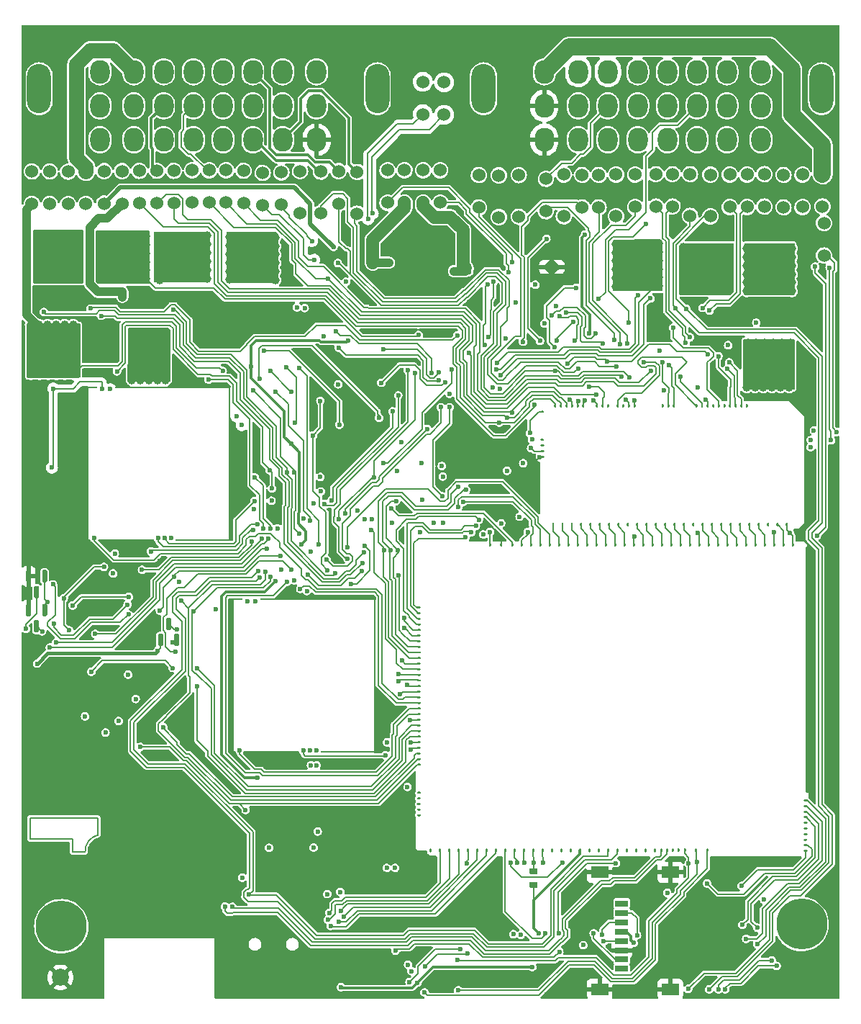
<source format=gbl>
G04 #@! TF.GenerationSoftware,KiCad,Pcbnew,(6.0.1)*
G04 #@! TF.CreationDate,2022-07-29T10:47:58+03:00*
G04 #@! TF.ProjectId,alphax_4ch,616c7068-6178-45f3-9463-682e6b696361,a*
G04 #@! TF.SameCoordinates,PX141f5e0PYa2cace0*
G04 #@! TF.FileFunction,Copper,L4,Bot*
G04 #@! TF.FilePolarity,Positive*
%FSLAX46Y46*%
G04 Gerber Fmt 4.6, Leading zero omitted, Abs format (unit mm)*
G04 Created by KiCad (PCBNEW (6.0.1)) date 2022-07-29 10:47:58*
%MOMM*%
%LPD*%
G01*
G04 APERTURE LIST*
G04 #@! TA.AperFunction,EtchedComponent*
%ADD10C,0.200000*%
G04 #@! TD*
G04 #@! TA.AperFunction,SMDPad,CuDef*
%ADD11R,2.000000X0.600000*%
G04 #@! TD*
G04 #@! TA.AperFunction,ComponentPad*
%ADD12C,0.600000*%
G04 #@! TD*
G04 #@! TA.AperFunction,ComponentPad*
%ADD13C,0.599999*%
G04 #@! TD*
G04 #@! TA.AperFunction,ComponentPad*
%ADD14C,1.524000*%
G04 #@! TD*
G04 #@! TA.AperFunction,ComponentPad*
%ADD15C,6.000000*%
G04 #@! TD*
G04 #@! TA.AperFunction,ComponentPad*
%ADD16O,2.800000X5.800000*%
G04 #@! TD*
G04 #@! TA.AperFunction,ComponentPad*
%ADD17O,2.300000X2.800000*%
G04 #@! TD*
G04 #@! TA.AperFunction,SMDPad,CuDef*
%ADD18R,1.250000X0.250000*%
G04 #@! TD*
G04 #@! TA.AperFunction,SMDPad,CuDef*
%ADD19R,0.350000X0.250000*%
G04 #@! TD*
G04 #@! TA.AperFunction,SMDPad,CuDef*
%ADD20R,6.450000X0.250000*%
G04 #@! TD*
G04 #@! TA.AperFunction,SMDPad,CuDef*
%ADD21R,0.250000X18.200000*%
G04 #@! TD*
G04 #@! TA.AperFunction,SMDPad,CuDef*
%ADD22R,6.500000X0.250000*%
G04 #@! TD*
G04 #@! TA.AperFunction,SMDPad,CuDef*
%ADD23R,13.650000X0.250000*%
G04 #@! TD*
G04 #@! TA.AperFunction,SMDPad,CuDef*
%ADD24R,1.500000X0.800000*%
G04 #@! TD*
G04 #@! TA.AperFunction,SMDPad,CuDef*
%ADD25R,2.000000X1.450000*%
G04 #@! TD*
G04 #@! TA.AperFunction,SMDPad,CuDef*
%ADD26C,2.000000*%
G04 #@! TD*
G04 #@! TA.AperFunction,ViaPad*
%ADD27C,0.600000*%
G04 #@! TD*
G04 #@! TA.AperFunction,ViaPad*
%ADD28C,1.000000*%
G04 #@! TD*
G04 #@! TA.AperFunction,ViaPad*
%ADD29C,1.500000*%
G04 #@! TD*
G04 #@! TA.AperFunction,Conductor*
%ADD30C,0.200000*%
G04 #@! TD*
G04 #@! TA.AperFunction,Conductor*
%ADD31C,0.300000*%
G04 #@! TD*
G04 #@! TA.AperFunction,Conductor*
%ADD32C,1.000000*%
G04 #@! TD*
G04 #@! TA.AperFunction,Conductor*
%ADD33C,0.203200*%
G04 #@! TD*
G04 #@! TA.AperFunction,Conductor*
%ADD34C,0.400000*%
G04 #@! TD*
G04 #@! TA.AperFunction,Conductor*
%ADD35C,0.500000*%
G04 #@! TD*
G04 #@! TA.AperFunction,Conductor*
%ADD36C,2.000000*%
G04 #@! TD*
G04 #@! TA.AperFunction,Conductor*
%ADD37C,1.800000*%
G04 #@! TD*
G04 #@! TA.AperFunction,Conductor*
%ADD38C,1.500000*%
G04 #@! TD*
G04 APERTURE END LIST*
D10*
G04 #@! TO.C,G3*
X1107713Y21355349D02*
X9107713Y21355349D01*
X6107713Y17355349D02*
X6107713Y18855349D01*
X6107713Y18855349D02*
X1107713Y18855349D01*
X9107713Y21355349D02*
X9107713Y19355349D01*
X6107713Y17355349D02*
X7607713Y17355349D01*
X1107713Y18855349D02*
X1107713Y21355349D01*
X9107713Y19355348D02*
G75*
G03*
X7607713Y17355349I478801J-1921600D01*
G01*
G04 #@! TD*
D11*
G04 #@! TO.P,U1,11,GND*
G04 #@! TO.N,GND*
X62550000Y86140000D03*
D12*
X63250000Y86140000D03*
X61850000Y86140000D03*
G04 #@! TD*
G04 #@! TO.P,D59,3*
G04 #@! TO.N,Net-(R73-Pad1)*
G04 #@! TA.AperFunction,SMDPad,CuDef*
G36*
G01*
X17580000Y43440000D02*
X17280000Y43440000D01*
G75*
G02*
X17130000Y43590000I0J150000D01*
G01*
X17130000Y44765000D01*
G75*
G02*
X17280000Y44915000I150000J0D01*
G01*
X17580000Y44915000D01*
G75*
G02*
X17730000Y44765000I0J-150000D01*
G01*
X17730000Y43590000D01*
G75*
G02*
X17580000Y43440000I-150000J0D01*
G01*
G37*
G04 #@! TD.AperFunction*
G04 #@! TO.P,D59,2*
G04 #@! TO.N,+5V*
G04 #@! TA.AperFunction,SMDPad,CuDef*
G36*
G01*
X16630000Y41565000D02*
X16330000Y41565000D01*
G75*
G02*
X16180000Y41715000I0J150000D01*
G01*
X16180000Y42890000D01*
G75*
G02*
X16330000Y43040000I150000J0D01*
G01*
X16630000Y43040000D01*
G75*
G02*
X16780000Y42890000I0J-150000D01*
G01*
X16780000Y41715000D01*
G75*
G02*
X16630000Y41565000I-150000J0D01*
G01*
G37*
G04 #@! TD.AperFunction*
G04 #@! TO.P,D59,1*
G04 #@! TO.N,GND*
G04 #@! TA.AperFunction,SMDPad,CuDef*
G36*
G01*
X18530000Y41565000D02*
X18230000Y41565000D01*
G75*
G02*
X18080000Y41715000I0J150000D01*
G01*
X18080000Y42890000D01*
G75*
G02*
X18230000Y43040000I150000J0D01*
G01*
X18530000Y43040000D01*
G75*
G02*
X18680000Y42890000I0J-150000D01*
G01*
X18680000Y41715000D01*
G75*
G02*
X18530000Y41565000I-150000J0D01*
G01*
G37*
G04 #@! TD.AperFunction*
G04 #@! TD*
G04 #@! TO.P,D58,3*
G04 #@! TO.N,Net-(R37-Pad1)*
G04 #@! TA.AperFunction,SMDPad,CuDef*
G36*
G01*
X1740000Y48650000D02*
X2040000Y48650000D01*
G75*
G02*
X2190000Y48500000I0J-150000D01*
G01*
X2190000Y47325000D01*
G75*
G02*
X2040000Y47175000I-150000J0D01*
G01*
X1740000Y47175000D01*
G75*
G02*
X1590000Y47325000I0J150000D01*
G01*
X1590000Y48500000D01*
G75*
G02*
X1740000Y48650000I150000J0D01*
G01*
G37*
G04 #@! TD.AperFunction*
G04 #@! TO.P,D58,2*
G04 #@! TO.N,+5V*
G04 #@! TA.AperFunction,SMDPad,CuDef*
G36*
G01*
X2690000Y50525000D02*
X2990000Y50525000D01*
G75*
G02*
X3140000Y50375000I0J-150000D01*
G01*
X3140000Y49200000D01*
G75*
G02*
X2990000Y49050000I-150000J0D01*
G01*
X2690000Y49050000D01*
G75*
G02*
X2540000Y49200000I0J150000D01*
G01*
X2540000Y50375000D01*
G75*
G02*
X2690000Y50525000I150000J0D01*
G01*
G37*
G04 #@! TD.AperFunction*
G04 #@! TO.P,D58,1*
G04 #@! TO.N,GND*
G04 #@! TA.AperFunction,SMDPad,CuDef*
G36*
G01*
X790000Y50525000D02*
X1090000Y50525000D01*
G75*
G02*
X1240000Y50375000I0J-150000D01*
G01*
X1240000Y49200000D01*
G75*
G02*
X1090000Y49050000I-150000J0D01*
G01*
X790000Y49050000D01*
G75*
G02*
X640000Y49200000I0J150000D01*
G01*
X640000Y50375000D01*
G75*
G02*
X790000Y50525000I150000J0D01*
G01*
G37*
G04 #@! TD.AperFunction*
G04 #@! TD*
G04 #@! TO.P,D57,3*
G04 #@! TO.N,Net-(R24-Pad1)*
G04 #@! TA.AperFunction,SMDPad,CuDef*
G36*
G01*
X1740000Y44650000D02*
X2040000Y44650000D01*
G75*
G02*
X2190000Y44500000I0J-150000D01*
G01*
X2190000Y43325000D01*
G75*
G02*
X2040000Y43175000I-150000J0D01*
G01*
X1740000Y43175000D01*
G75*
G02*
X1590000Y43325000I0J150000D01*
G01*
X1590000Y44500000D01*
G75*
G02*
X1740000Y44650000I150000J0D01*
G01*
G37*
G04 #@! TD.AperFunction*
G04 #@! TO.P,D57,2*
G04 #@! TO.N,+5V*
G04 #@! TA.AperFunction,SMDPad,CuDef*
G36*
G01*
X2690000Y46525000D02*
X2990000Y46525000D01*
G75*
G02*
X3140000Y46375000I0J-150000D01*
G01*
X3140000Y45200000D01*
G75*
G02*
X2990000Y45050000I-150000J0D01*
G01*
X2690000Y45050000D01*
G75*
G02*
X2540000Y45200000I0J150000D01*
G01*
X2540000Y46375000D01*
G75*
G02*
X2690000Y46525000I150000J0D01*
G01*
G37*
G04 #@! TD.AperFunction*
G04 #@! TO.P,D57,1*
G04 #@! TO.N,GND*
G04 #@! TA.AperFunction,SMDPad,CuDef*
G36*
G01*
X790000Y46525000D02*
X1090000Y46525000D01*
G75*
G02*
X1240000Y46375000I0J-150000D01*
G01*
X1240000Y45200000D01*
G75*
G02*
X1090000Y45050000I-150000J0D01*
G01*
X790000Y45050000D01*
G75*
G02*
X640000Y45200000I0J150000D01*
G01*
X640000Y46375000D01*
G75*
G02*
X790000Y46525000I150000J0D01*
G01*
G37*
G04 #@! TD.AperFunction*
G04 #@! TD*
D13*
G04 #@! TO.P,M4,V1,IGN8*
G04 #@! TO.N,GND*
X84894889Y11474986D03*
G04 #@! TO.P,M4,V2,IGN7*
X86729899Y11049978D03*
G04 #@! TO.P,M4,V3,IGN6*
X84679891Y10499981D03*
G04 #@! TO.P,M4,V4,IGN5*
X84894886Y9625022D03*
G04 #@! TO.P,M4,V5,IGN4*
G04 #@! TO.N,/IGN4*
X84969893Y8774999D03*
G04 #@! TO.P,M4,V6,IGN3*
G04 #@! TO.N,/IGN3*
X86729899Y8449983D03*
G04 #@! TO.P,M4,V7,IGN2*
G04 #@! TO.N,/IGN2*
X85419899Y7150016D03*
G04 #@! TO.P,M4,V8,IGN1*
G04 #@! TO.N,/IGN1*
X86729899Y6499999D03*
G04 #@! TO.P,M4,V9,VCC*
G04 #@! TO.N,+5V_IGN*
X80804884Y13675002D03*
G04 #@! TO.P,M4,V10,V33*
G04 #@! TO.N,+3V3_IGN*
X84879890Y13375000D03*
G04 #@! TD*
D14*
G04 #@! TO.P,R8,1,1*
G04 #@! TO.N,/CAN-*
X76750000Y93245000D03*
G04 #@! TO.P,R8,2,2*
G04 #@! TO.N,/C6*
X76750000Y97055000D03*
G04 #@! TD*
D15*
G04 #@! TO.P,J8,1,Pin_1*
G04 #@! TO.N,unconnected-(J8-Pad1)*
X4803000Y8619000D03*
G04 #@! TD*
D14*
G04 #@! TO.P,R59,1,1*
G04 #@! TO.N,/E8*
X45200000Y97505000D03*
G04 #@! TO.P,R59,2,2*
G04 #@! TO.N,/OUT_ETB-*
X45200000Y93695000D03*
G04 #@! TD*
G04 #@! TO.P,R9,1,1*
G04 #@! TO.N,/CAN+*
X74800000Y93245000D03*
G04 #@! TO.P,R9,2,2*
G04 #@! TO.N,/C5*
X74800000Y97055000D03*
G04 #@! TD*
G04 #@! TO.P,R68,1,1*
G04 #@! TO.N,/IN_TPS2*
X24200000Y93695000D03*
G04 #@! TO.P,R68,2,2*
G04 #@! TO.N,/D4*
X24200000Y97505000D03*
G04 #@! TD*
G04 #@! TO.P,F4,1,1*
G04 #@! TO.N,/A3*
X63950000Y97000000D03*
G04 #@! TO.P,F4,2,2*
G04 #@! TO.N,/OUT_PUMP_RELAY*
X63950000Y92100000D03*
G04 #@! TD*
G04 #@! TO.P,R91,1,1*
G04 #@! TO.N,/IN_KNOCK_RAW*
X94580000Y87485000D03*
G04 #@! TO.P,R91,2,2*
G04 #@! TO.N,/F3*
X94580000Y91295000D03*
G04 #@! TD*
G04 #@! TO.P,M5,E1,GND*
G04 #@! TO.N,GND*
G04 #@! TA.AperFunction,SMDPad,CuDef*
G36*
G01*
X61299998Y63946477D02*
X61549998Y63946477D01*
G75*
G02*
X61674998Y63821477I0J-125000D01*
G01*
X61674998Y63821477D01*
G75*
G02*
X61549998Y63696477I-125000J0D01*
G01*
X61299998Y63696477D01*
G75*
G02*
X61174998Y63821477I0J125000D01*
G01*
X61174998Y63821477D01*
G75*
G02*
X61299998Y63946477I125000J0D01*
G01*
G37*
G04 #@! TD.AperFunction*
G04 #@! TO.P,M5,E2,V5*
G04 #@! TO.N,+5V*
G04 #@! TA.AperFunction,SMDPad,CuDef*
G36*
G01*
X61299998Y64606478D02*
X61549998Y64606478D01*
G75*
G02*
X61674998Y64481478I0J-125000D01*
G01*
X61674998Y64481478D01*
G75*
G02*
X61549998Y64356478I-125000J0D01*
G01*
X61299998Y64356478D01*
G75*
G02*
X61174998Y64481478I0J125000D01*
G01*
X61174998Y64481478D01*
G75*
G02*
X61299998Y64606478I125000J0D01*
G01*
G37*
G04 #@! TD.AperFunction*
G04 #@! TO.P,M5,E3,WBO_O2S2*
G04 #@! TO.N,unconnected-(M5-PadE3)*
G04 #@! TA.AperFunction,SMDPad,CuDef*
G36*
G01*
X61299998Y65266479D02*
X61549998Y65266479D01*
G75*
G02*
X61674998Y65141479I0J-125000D01*
G01*
X61674998Y65141479D01*
G75*
G02*
X61549998Y65016479I-125000J0D01*
G01*
X61299998Y65016479D01*
G75*
G02*
X61174998Y65141479I0J125000D01*
G01*
X61174998Y65141479D01*
G75*
G02*
X61299998Y65266479I125000J0D01*
G01*
G37*
G04 #@! TD.AperFunction*
G04 #@! TO.P,M5,E4,WBO_O2S*
G04 #@! TO.N,unconnected-(M5-PadE4)*
G04 #@! TA.AperFunction,SMDPad,CuDef*
G36*
G01*
X61299998Y65926480D02*
X61549998Y65926480D01*
G75*
G02*
X61674998Y65801480I0J-125000D01*
G01*
X61674998Y65801480D01*
G75*
G02*
X61549998Y65676480I-125000J0D01*
G01*
X61299998Y65676480D01*
G75*
G02*
X61174998Y65801480I0J125000D01*
G01*
X61174998Y65801480D01*
G75*
G02*
X61299998Y65926480I125000J0D01*
G01*
G37*
G04 #@! TD.AperFunction*
G04 #@! TO.P,M5,E5,V5A*
G04 #@! TO.N,+5VA*
G04 #@! TA.AperFunction,SMDPad,CuDef*
G36*
G01*
X61299998Y69226487D02*
X61549998Y69226487D01*
G75*
G02*
X61674998Y69101487I0J-125000D01*
G01*
X61674998Y69101487D01*
G75*
G02*
X61549998Y68976487I-125000J0D01*
G01*
X61299998Y68976487D01*
G75*
G02*
X61174998Y69101487I0J125000D01*
G01*
X61174998Y69101487D01*
G75*
G02*
X61299998Y69226487I125000J0D01*
G01*
G37*
G04 #@! TD.AperFunction*
G04 #@! TO.P,M5,N1,V5A*
G04 #@! TA.AperFunction,SMDPad,CuDef*
G36*
G01*
X90070000Y55727684D02*
X90070000Y55977684D01*
G75*
G02*
X90195000Y56102684I125000J0D01*
G01*
X90195000Y56102684D01*
G75*
G02*
X90320000Y55977684I0J-125000D01*
G01*
X90320000Y55727684D01*
G75*
G02*
X90195000Y55602684I-125000J0D01*
G01*
X90195000Y55602684D01*
G75*
G02*
X90070000Y55727684I0J125000D01*
G01*
G37*
G04 #@! TD.AperFunction*
G04 #@! TO.P,M5,N2,GNDA*
G04 #@! TO.N,GNDA*
G04 #@! TA.AperFunction,SMDPad,CuDef*
G36*
G01*
X89219996Y55977684D02*
X89219996Y55727684D01*
G75*
G02*
X89094996Y55602684I-125000J0D01*
G01*
X89094996Y55602684D01*
G75*
G02*
X88969996Y55727684I0J125000D01*
G01*
X88969996Y55977684D01*
G75*
G02*
X89094996Y56102684I125000J0D01*
G01*
X89094996Y56102684D01*
G75*
G02*
X89219996Y55977684I0J-125000D01*
G01*
G37*
G04 #@! TD.AperFunction*
G04 #@! TO.P,M5,N3,RES2*
G04 #@! TO.N,unconnected-(M5-PadN3)*
G04 #@! TA.AperFunction,SMDPad,CuDef*
G36*
G01*
X88119995Y55977684D02*
X88119995Y55727684D01*
G75*
G02*
X87994995Y55602684I-125000J0D01*
G01*
X87994995Y55602684D01*
G75*
G02*
X87869995Y55727684I0J125000D01*
G01*
X87869995Y55977684D01*
G75*
G02*
X87994995Y56102684I125000J0D01*
G01*
X87994995Y56102684D01*
G75*
G02*
X88119995Y55977684I0J-125000D01*
G01*
G37*
G04 #@! TD.AperFunction*
G04 #@! TO.P,M5,N4,O2S2*
G04 #@! TO.N,/AFR*
G04 #@! TA.AperFunction,SMDPad,CuDef*
G36*
G01*
X87019998Y55977684D02*
X87019998Y55727684D01*
G75*
G02*
X86894998Y55602684I-125000J0D01*
G01*
X86894998Y55602684D01*
G75*
G02*
X86769998Y55727684I0J125000D01*
G01*
X86769998Y55977684D01*
G75*
G02*
X86894998Y56102684I125000J0D01*
G01*
X86894998Y56102684D01*
G75*
G02*
X87019998Y55977684I0J-125000D01*
G01*
G37*
G04 #@! TD.AperFunction*
G04 #@! TO.P,M5,N5,PPS*
G04 #@! TO.N,/PPS1*
G04 #@! TA.AperFunction,SMDPad,CuDef*
G36*
G01*
X85920000Y55977684D02*
X85920000Y55727684D01*
G75*
G02*
X85795000Y55602684I-125000J0D01*
G01*
X85795000Y55602684D01*
G75*
G02*
X85670000Y55727684I0J125000D01*
G01*
X85670000Y55977684D01*
G75*
G02*
X85795000Y56102684I125000J0D01*
G01*
X85795000Y56102684D01*
G75*
G02*
X85920000Y55977684I0J-125000D01*
G01*
G37*
G04 #@! TD.AperFunction*
G04 #@! TO.P,M5,N6,RES1*
G04 #@! TO.N,/CAM_VR*
G04 #@! TA.AperFunction,SMDPad,CuDef*
G36*
G01*
X84820002Y55977684D02*
X84820002Y55727684D01*
G75*
G02*
X84695002Y55602684I-125000J0D01*
G01*
X84695002Y55602684D01*
G75*
G02*
X84570002Y55727684I0J125000D01*
G01*
X84570002Y55977684D01*
G75*
G02*
X84695002Y56102684I125000J0D01*
G01*
X84695002Y56102684D01*
G75*
G02*
X84820002Y55977684I0J-125000D01*
G01*
G37*
G04 #@! TD.AperFunction*
G04 #@! TO.P,M5,N7,AUX4*
G04 #@! TO.N,/FLEX*
G04 #@! TA.AperFunction,SMDPad,CuDef*
G36*
G01*
X83720004Y55977684D02*
X83720004Y55727684D01*
G75*
G02*
X83595004Y55602684I-125000J0D01*
G01*
X83595004Y55602684D01*
G75*
G02*
X83470004Y55727684I0J125000D01*
G01*
X83470004Y55977684D01*
G75*
G02*
X83595004Y56102684I125000J0D01*
G01*
X83595004Y56102684D01*
G75*
G02*
X83720004Y55977684I0J-125000D01*
G01*
G37*
G04 #@! TD.AperFunction*
G04 #@! TO.P,M5,N8,AUX3*
G04 #@! TO.N,Net-(M5-PadN8)*
G04 #@! TA.AperFunction,SMDPad,CuDef*
G36*
G01*
X82620006Y55977684D02*
X82620006Y55727684D01*
G75*
G02*
X82495006Y55602684I-125000J0D01*
G01*
X82495006Y55602684D01*
G75*
G02*
X82370006Y55727684I0J125000D01*
G01*
X82370006Y55977684D01*
G75*
G02*
X82495006Y56102684I125000J0D01*
G01*
X82495006Y56102684D01*
G75*
G02*
X82620006Y55977684I0J-125000D01*
G01*
G37*
G04 #@! TD.AperFunction*
G04 #@! TO.P,M5,N9,AUX2*
G04 #@! TO.N,/PPS2*
G04 #@! TA.AperFunction,SMDPad,CuDef*
G36*
G01*
X81520009Y55977684D02*
X81520009Y55727684D01*
G75*
G02*
X81395009Y55602684I-125000J0D01*
G01*
X81395009Y55602684D01*
G75*
G02*
X81270009Y55727684I0J125000D01*
G01*
X81270009Y55977684D01*
G75*
G02*
X81395009Y56102684I125000J0D01*
G01*
X81395009Y56102684D01*
G75*
G02*
X81520009Y55977684I0J-125000D01*
G01*
G37*
G04 #@! TD.AperFunction*
G04 #@! TO.P,M5,N10,AUX1*
G04 #@! TO.N,/TPS2*
G04 #@! TA.AperFunction,SMDPad,CuDef*
G36*
G01*
X80420011Y55977684D02*
X80420011Y55727684D01*
G75*
G02*
X80295011Y55602684I-125000J0D01*
G01*
X80295011Y55602684D01*
G75*
G02*
X80170011Y55727684I0J125000D01*
G01*
X80170011Y55977684D01*
G75*
G02*
X80295011Y56102684I125000J0D01*
G01*
X80295011Y56102684D01*
G75*
G02*
X80420011Y55977684I0J-125000D01*
G01*
G37*
G04 #@! TD.AperFunction*
G04 #@! TO.P,M5,N11,RES3*
G04 #@! TO.N,unconnected-(M5-PadN11)*
G04 #@! TA.AperFunction,SMDPad,CuDef*
G36*
G01*
X79320013Y55977684D02*
X79320013Y55727684D01*
G75*
G02*
X79195013Y55602684I-125000J0D01*
G01*
X79195013Y55602684D01*
G75*
G02*
X79070013Y55727684I0J125000D01*
G01*
X79070013Y55977684D01*
G75*
G02*
X79195013Y56102684I125000J0D01*
G01*
X79195013Y56102684D01*
G75*
G02*
X79320013Y55977684I0J-125000D01*
G01*
G37*
G04 #@! TD.AperFunction*
G04 #@! TO.P,M5,N12,MAP3*
G04 #@! TO.N,/MAP2*
G04 #@! TA.AperFunction,SMDPad,CuDef*
G36*
G01*
X78220015Y55977684D02*
X78220015Y55727684D01*
G75*
G02*
X78095015Y55602684I-125000J0D01*
G01*
X78095015Y55602684D01*
G75*
G02*
X77970015Y55727684I0J125000D01*
G01*
X77970015Y55977684D01*
G75*
G02*
X78095015Y56102684I125000J0D01*
G01*
X78095015Y56102684D01*
G75*
G02*
X78220015Y55977684I0J-125000D01*
G01*
G37*
G04 #@! TD.AperFunction*
G04 #@! TO.P,M5,N13,MAP2*
G04 #@! TO.N,/MAP*
G04 #@! TA.AperFunction,SMDPad,CuDef*
G36*
G01*
X77120017Y55977684D02*
X77120017Y55727684D01*
G75*
G02*
X76995017Y55602684I-125000J0D01*
G01*
X76995017Y55602684D01*
G75*
G02*
X76870017Y55727684I0J125000D01*
G01*
X76870017Y55977684D01*
G75*
G02*
X76995017Y56102684I125000J0D01*
G01*
X76995017Y56102684D01*
G75*
G02*
X77120017Y55977684I0J-125000D01*
G01*
G37*
G04 #@! TD.AperFunction*
G04 #@! TO.P,M5,N14,MAP1*
G04 #@! TO.N,Net-(M5-PadN14)*
G04 #@! TA.AperFunction,SMDPad,CuDef*
G36*
G01*
X76020020Y55977684D02*
X76020020Y55727684D01*
G75*
G02*
X75895020Y55602684I-125000J0D01*
G01*
X75895020Y55602684D01*
G75*
G02*
X75770020Y55727684I0J125000D01*
G01*
X75770020Y55977684D01*
G75*
G02*
X75895020Y56102684I125000J0D01*
G01*
X75895020Y56102684D01*
G75*
G02*
X76020020Y55977684I0J-125000D01*
G01*
G37*
G04 #@! TD.AperFunction*
G04 #@! TO.P,M5,N15,IAT*
G04 #@! TO.N,/IAT*
G04 #@! TA.AperFunction,SMDPad,CuDef*
G36*
G01*
X74920022Y55977684D02*
X74920022Y55727684D01*
G75*
G02*
X74795022Y55602684I-125000J0D01*
G01*
X74795022Y55602684D01*
G75*
G02*
X74670022Y55727684I0J125000D01*
G01*
X74670022Y55977684D01*
G75*
G02*
X74795022Y56102684I125000J0D01*
G01*
X74795022Y56102684D01*
G75*
G02*
X74920022Y55977684I0J-125000D01*
G01*
G37*
G04 #@! TD.AperFunction*
G04 #@! TO.P,M5,N16,CLT*
G04 #@! TO.N,/CLT*
G04 #@! TA.AperFunction,SMDPad,CuDef*
G36*
G01*
X73820024Y55977684D02*
X73820024Y55727684D01*
G75*
G02*
X73695024Y55602684I-125000J0D01*
G01*
X73695024Y55602684D01*
G75*
G02*
X73570024Y55727684I0J125000D01*
G01*
X73570024Y55977684D01*
G75*
G02*
X73695024Y56102684I125000J0D01*
G01*
X73695024Y56102684D01*
G75*
G02*
X73820024Y55977684I0J-125000D01*
G01*
G37*
G04 #@! TD.AperFunction*
G04 #@! TO.P,M5,N17,TPS*
G04 #@! TO.N,/TPS1*
G04 #@! TA.AperFunction,SMDPad,CuDef*
G36*
G01*
X72720026Y55977684D02*
X72720026Y55727684D01*
G75*
G02*
X72595026Y55602684I-125000J0D01*
G01*
X72595026Y55602684D01*
G75*
G02*
X72470026Y55727684I0J125000D01*
G01*
X72470026Y55977684D01*
G75*
G02*
X72595026Y56102684I125000J0D01*
G01*
X72595026Y56102684D01*
G75*
G02*
X72720026Y55977684I0J-125000D01*
G01*
G37*
G04 #@! TD.AperFunction*
G04 #@! TO.P,M5,N18,O2S*
G04 #@! TO.N,unconnected-(M5-PadN18)*
G04 #@! TA.AperFunction,SMDPad,CuDef*
G36*
G01*
X71620028Y55977684D02*
X71620028Y55727684D01*
G75*
G02*
X71495028Y55602684I-125000J0D01*
G01*
X71495028Y55602684D01*
G75*
G02*
X71370028Y55727684I0J125000D01*
G01*
X71370028Y55977684D01*
G75*
G02*
X71495028Y56102684I125000J0D01*
G01*
X71495028Y56102684D01*
G75*
G02*
X71620028Y55977684I0J-125000D01*
G01*
G37*
G04 #@! TD.AperFunction*
G04 #@! TO.P,M5,N19,CAM*
G04 #@! TO.N,/CAM_HALL*
G04 #@! TA.AperFunction,SMDPad,CuDef*
G36*
G01*
X70520031Y55977684D02*
X70520031Y55727684D01*
G75*
G02*
X70395031Y55602684I-125000J0D01*
G01*
X70395031Y55602684D01*
G75*
G02*
X70270031Y55727684I0J125000D01*
G01*
X70270031Y55977684D01*
G75*
G02*
X70395031Y56102684I125000J0D01*
G01*
X70395031Y56102684D01*
G75*
G02*
X70520031Y55977684I0J-125000D01*
G01*
G37*
G04 #@! TD.AperFunction*
G04 #@! TO.P,M5,N20,VSS*
G04 #@! TO.N,/2STEP*
G04 #@! TA.AperFunction,SMDPad,CuDef*
G36*
G01*
X69420033Y55977684D02*
X69420033Y55727684D01*
G75*
G02*
X69295033Y55602684I-125000J0D01*
G01*
X69295033Y55602684D01*
G75*
G02*
X69170033Y55727684I0J125000D01*
G01*
X69170033Y55977684D01*
G75*
G02*
X69295033Y56102684I125000J0D01*
G01*
X69295033Y56102684D01*
G75*
G02*
X69420033Y55977684I0J-125000D01*
G01*
G37*
G04 #@! TD.AperFunction*
G04 #@! TO.P,M5,N21,CRANK*
G04 #@! TO.N,/CRANK*
G04 #@! TA.AperFunction,SMDPad,CuDef*
G36*
G01*
X68320035Y55977684D02*
X68320035Y55727684D01*
G75*
G02*
X68195035Y55602684I-125000J0D01*
G01*
X68195035Y55602684D01*
G75*
G02*
X68070035Y55727684I0J125000D01*
G01*
X68070035Y55977684D01*
G75*
G02*
X68195035Y56102684I125000J0D01*
G01*
X68195035Y56102684D01*
G75*
G02*
X68320035Y55977684I0J-125000D01*
G01*
G37*
G04 #@! TD.AperFunction*
G04 #@! TO.P,M5,N22,KNOCK*
G04 #@! TO.N,/KNOCK*
G04 #@! TA.AperFunction,SMDPad,CuDef*
G36*
G01*
X67220037Y55977684D02*
X67220037Y55727684D01*
G75*
G02*
X67095037Y55602684I-125000J0D01*
G01*
X67095037Y55602684D01*
G75*
G02*
X66970037Y55727684I0J125000D01*
G01*
X66970037Y55977684D01*
G75*
G02*
X67095037Y56102684I125000J0D01*
G01*
X67095037Y56102684D01*
G75*
G02*
X67220037Y55977684I0J-125000D01*
G01*
G37*
G04 #@! TD.AperFunction*
G04 #@! TO.P,M5,N23,SENS4*
G04 #@! TO.N,/DIG5*
G04 #@! TA.AperFunction,SMDPad,CuDef*
G36*
G01*
X66120039Y55977684D02*
X66120039Y55727684D01*
G75*
G02*
X65995039Y55602684I-125000J0D01*
G01*
X65995039Y55602684D01*
G75*
G02*
X65870039Y55727684I0J125000D01*
G01*
X65870039Y55977684D01*
G75*
G02*
X65995039Y56102684I125000J0D01*
G01*
X65995039Y56102684D01*
G75*
G02*
X66120039Y55977684I0J-125000D01*
G01*
G37*
G04 #@! TD.AperFunction*
G04 #@! TO.P,M5,N24,SENS3*
G04 #@! TO.N,/DIG4*
G04 #@! TA.AperFunction,SMDPad,CuDef*
G36*
G01*
X65020042Y55977684D02*
X65020042Y55727684D01*
G75*
G02*
X64895042Y55602684I-125000J0D01*
G01*
X64895042Y55602684D01*
G75*
G02*
X64770042Y55727684I0J125000D01*
G01*
X64770042Y55977684D01*
G75*
G02*
X64895042Y56102684I125000J0D01*
G01*
X64895042Y56102684D01*
G75*
G02*
X65020042Y55977684I0J-125000D01*
G01*
G37*
G04 #@! TD.AperFunction*
G04 #@! TO.P,M5,N25,SENS2*
G04 #@! TO.N,/DIG3*
G04 #@! TA.AperFunction,SMDPad,CuDef*
G36*
G01*
X63920044Y55977684D02*
X63920044Y55727684D01*
G75*
G02*
X63795044Y55602684I-125000J0D01*
G01*
X63795044Y55602684D01*
G75*
G02*
X63670044Y55727684I0J125000D01*
G01*
X63670044Y55977684D01*
G75*
G02*
X63795044Y56102684I125000J0D01*
G01*
X63795044Y56102684D01*
G75*
G02*
X63920044Y55977684I0J-125000D01*
G01*
G37*
G04 #@! TD.AperFunction*
G04 #@! TO.P,M5,N26,SENS1*
G04 #@! TO.N,/DIG2*
G04 #@! TA.AperFunction,SMDPad,CuDef*
G36*
G01*
X62820046Y55977684D02*
X62820046Y55727684D01*
G75*
G02*
X62695046Y55602684I-125000J0D01*
G01*
X62695046Y55602684D01*
G75*
G02*
X62570046Y55727684I0J125000D01*
G01*
X62570046Y55977684D01*
G75*
G02*
X62695046Y56102684I125000J0D01*
G01*
X62695046Y56102684D01*
G75*
G02*
X62820046Y55977684I0J-125000D01*
G01*
G37*
G04 #@! TD.AperFunction*
G04 #@! TO.P,M5,S1,IN_SENS1*
G04 #@! TO.N,/IN_D2*
G04 #@! TA.AperFunction,SMDPad,CuDef*
G36*
G01*
X63070990Y69939683D02*
X63070990Y69689683D01*
G75*
G02*
X62945990Y69564683I-125000J0D01*
G01*
X62945990Y69564683D01*
G75*
G02*
X62820990Y69689683I0J125000D01*
G01*
X62820990Y69939683D01*
G75*
G02*
X62945990Y70064683I125000J0D01*
G01*
X62945990Y70064683D01*
G75*
G02*
X63070990Y69939683I0J-125000D01*
G01*
G37*
G04 #@! TD.AperFunction*
G04 #@! TO.P,M5,S2,IN_SENS2*
G04 #@! TO.N,/IN_D3*
G04 #@! TA.AperFunction,SMDPad,CuDef*
G36*
G01*
X63730992Y69939683D02*
X63730992Y69689683D01*
G75*
G02*
X63605992Y69564683I-125000J0D01*
G01*
X63605992Y69564683D01*
G75*
G02*
X63480992Y69689683I0J125000D01*
G01*
X63480992Y69939683D01*
G75*
G02*
X63605992Y70064683I125000J0D01*
G01*
X63605992Y70064683D01*
G75*
G02*
X63730992Y69939683I0J-125000D01*
G01*
G37*
G04 #@! TD.AperFunction*
G04 #@! TO.P,M5,S3,IN_SENS3*
G04 #@! TO.N,/IN_D4*
G04 #@! TA.AperFunction,SMDPad,CuDef*
G36*
G01*
X64390993Y69939683D02*
X64390993Y69689683D01*
G75*
G02*
X64265993Y69564683I-125000J0D01*
G01*
X64265993Y69564683D01*
G75*
G02*
X64140993Y69689683I0J125000D01*
G01*
X64140993Y69939683D01*
G75*
G02*
X64265993Y70064683I125000J0D01*
G01*
X64265993Y70064683D01*
G75*
G02*
X64390993Y69939683I0J-125000D01*
G01*
G37*
G04 #@! TD.AperFunction*
G04 #@! TO.P,M5,S4,IN_SENS4*
G04 #@! TO.N,/IN_D5*
G04 #@! TA.AperFunction,SMDPad,CuDef*
G36*
G01*
X65050994Y69939683D02*
X65050994Y69689683D01*
G75*
G02*
X64925994Y69564683I-125000J0D01*
G01*
X64925994Y69564683D01*
G75*
G02*
X64800994Y69689683I0J125000D01*
G01*
X64800994Y69939683D01*
G75*
G02*
X64925994Y70064683I125000J0D01*
G01*
X64925994Y70064683D01*
G75*
G02*
X65050994Y69939683I0J-125000D01*
G01*
G37*
G04 #@! TD.AperFunction*
G04 #@! TO.P,M5,S5,IN_CAM*
G04 #@! TO.N,/IN_CAM_HALL*
G04 #@! TA.AperFunction,SMDPad,CuDef*
G36*
G01*
X65710995Y69939683D02*
X65710995Y69689683D01*
G75*
G02*
X65585995Y69564683I-125000J0D01*
G01*
X65585995Y69564683D01*
G75*
G02*
X65460995Y69689683I0J125000D01*
G01*
X65460995Y69939683D01*
G75*
G02*
X65585995Y70064683I125000J0D01*
G01*
X65585995Y70064683D01*
G75*
G02*
X65710995Y69939683I0J-125000D01*
G01*
G37*
G04 #@! TD.AperFunction*
G04 #@! TO.P,M5,S6,IN_VSS*
G04 #@! TO.N,/IN_2STEP*
G04 #@! TA.AperFunction,SMDPad,CuDef*
G36*
G01*
X66370997Y69939683D02*
X66370997Y69689683D01*
G75*
G02*
X66245997Y69564683I-125000J0D01*
G01*
X66245997Y69564683D01*
G75*
G02*
X66120997Y69689683I0J125000D01*
G01*
X66120997Y69939683D01*
G75*
G02*
X66245997Y70064683I125000J0D01*
G01*
X66245997Y70064683D01*
G75*
G02*
X66370997Y69939683I0J-125000D01*
G01*
G37*
G04 #@! TD.AperFunction*
G04 #@! TO.P,M5,S7,IN_KNOCK*
G04 #@! TO.N,/IN_KNOCK*
G04 #@! TA.AperFunction,SMDPad,CuDef*
G36*
G01*
X67971994Y69939683D02*
X67971994Y69689683D01*
G75*
G02*
X67846994Y69564683I-125000J0D01*
G01*
X67846994Y69564683D01*
G75*
G02*
X67721994Y69689683I0J125000D01*
G01*
X67721994Y69939683D01*
G75*
G02*
X67846994Y70064683I125000J0D01*
G01*
X67846994Y70064683D01*
G75*
G02*
X67971994Y69939683I0J-125000D01*
G01*
G37*
G04 #@! TD.AperFunction*
G04 #@! TO.P,M5,S8,IN_CRANK*
G04 #@! TO.N,/IN_CRANK*
G04 #@! TA.AperFunction,SMDPad,CuDef*
G36*
G01*
X68631995Y69939683D02*
X68631995Y69689683D01*
G75*
G02*
X68506995Y69564683I-125000J0D01*
G01*
X68506995Y69564683D01*
G75*
G02*
X68381995Y69689683I0J125000D01*
G01*
X68381995Y69939683D01*
G75*
G02*
X68506995Y70064683I125000J0D01*
G01*
X68506995Y70064683D01*
G75*
G02*
X68631995Y69939683I0J-125000D01*
G01*
G37*
G04 #@! TD.AperFunction*
G04 #@! TO.P,M5,S9,IN_O2S*
G04 #@! TO.N,unconnected-(M5-PadS9)*
G04 #@! TA.AperFunction,SMDPad,CuDef*
G36*
G01*
X69291997Y69939683D02*
X69291997Y69689683D01*
G75*
G02*
X69166997Y69564683I-125000J0D01*
G01*
X69166997Y69564683D01*
G75*
G02*
X69041997Y69689683I0J125000D01*
G01*
X69041997Y69939683D01*
G75*
G02*
X69166997Y70064683I125000J0D01*
G01*
X69166997Y70064683D01*
G75*
G02*
X69291997Y69939683I0J-125000D01*
G01*
G37*
G04 #@! TD.AperFunction*
G04 #@! TO.P,M5,S10,IN_TPS*
G04 #@! TO.N,/IN_TPS1*
G04 #@! TA.AperFunction,SMDPad,CuDef*
G36*
G01*
X70412896Y69939683D02*
X70412896Y69689683D01*
G75*
G02*
X70287896Y69564683I-125000J0D01*
G01*
X70287896Y69564683D01*
G75*
G02*
X70162896Y69689683I0J125000D01*
G01*
X70162896Y69939683D01*
G75*
G02*
X70287896Y70064683I125000J0D01*
G01*
X70287896Y70064683D01*
G75*
G02*
X70412896Y69939683I0J-125000D01*
G01*
G37*
G04 #@! TD.AperFunction*
G04 #@! TO.P,M5,S11,IN_MAP1*
G04 #@! TO.N,unconnected-(M5-PadS11)*
G04 #@! TA.AperFunction,SMDPad,CuDef*
G36*
G01*
X71072897Y69939683D02*
X71072897Y69689683D01*
G75*
G02*
X70947897Y69564683I-125000J0D01*
G01*
X70947897Y69564683D01*
G75*
G02*
X70822897Y69689683I0J125000D01*
G01*
X70822897Y69939683D01*
G75*
G02*
X70947897Y70064683I125000J0D01*
G01*
X70947897Y70064683D01*
G75*
G02*
X71072897Y69939683I0J-125000D01*
G01*
G37*
G04 #@! TD.AperFunction*
G04 #@! TO.P,M5,S12,IN_MAP2*
G04 #@! TO.N,/IN_MAP2*
G04 #@! TA.AperFunction,SMDPad,CuDef*
G36*
G01*
X71732898Y69939683D02*
X71732898Y69689683D01*
G75*
G02*
X71607898Y69564683I-125000J0D01*
G01*
X71607898Y69564683D01*
G75*
G02*
X71482898Y69689683I0J125000D01*
G01*
X71482898Y69939683D01*
G75*
G02*
X71607898Y70064683I125000J0D01*
G01*
X71607898Y70064683D01*
G75*
G02*
X71732898Y69939683I0J-125000D01*
G01*
G37*
G04 #@! TD.AperFunction*
G04 #@! TO.P,M5,S13,VREF2*
G04 #@! TO.N,/VREF2*
G04 #@! TA.AperFunction,SMDPad,CuDef*
G36*
G01*
X72392900Y69939683D02*
X72392900Y69689683D01*
G75*
G02*
X72267900Y69564683I-125000J0D01*
G01*
X72267900Y69564683D01*
G75*
G02*
X72142900Y69689683I0J125000D01*
G01*
X72142900Y69939683D01*
G75*
G02*
X72267900Y70064683I125000J0D01*
G01*
X72267900Y70064683D01*
G75*
G02*
X72392900Y69939683I0J-125000D01*
G01*
G37*
G04 #@! TD.AperFunction*
G04 #@! TO.P,M5,S14,VREF1*
G04 #@! TO.N,unconnected-(M5-PadS14)*
G04 #@! TA.AperFunction,SMDPad,CuDef*
G36*
G01*
X75718994Y69939683D02*
X75718994Y69689683D01*
G75*
G02*
X75593994Y69564683I-125000J0D01*
G01*
X75593994Y69564683D01*
G75*
G02*
X75468994Y69689683I0J125000D01*
G01*
X75468994Y69939683D01*
G75*
G02*
X75593994Y70064683I125000J0D01*
G01*
X75593994Y70064683D01*
G75*
G02*
X75718994Y69939683I0J-125000D01*
G01*
G37*
G04 #@! TD.AperFunction*
G04 #@! TO.P,M5,S15,IN_CLT*
G04 #@! TO.N,/IN_CLT*
G04 #@! TA.AperFunction,SMDPad,CuDef*
G36*
G01*
X76378995Y69939683D02*
X76378995Y69689683D01*
G75*
G02*
X76253995Y69564683I-125000J0D01*
G01*
X76253995Y69564683D01*
G75*
G02*
X76128995Y69689683I0J125000D01*
G01*
X76128995Y69939683D01*
G75*
G02*
X76253995Y70064683I125000J0D01*
G01*
X76253995Y70064683D01*
G75*
G02*
X76378995Y69939683I0J-125000D01*
G01*
G37*
G04 #@! TD.AperFunction*
G04 #@! TO.P,M5,S16,IN_IAT*
G04 #@! TO.N,/IN_IAT*
G04 #@! TA.AperFunction,SMDPad,CuDef*
G36*
G01*
X77038997Y69939683D02*
X77038997Y69689683D01*
G75*
G02*
X76913997Y69564683I-125000J0D01*
G01*
X76913997Y69564683D01*
G75*
G02*
X76788997Y69689683I0J125000D01*
G01*
X76788997Y69939683D01*
G75*
G02*
X76913997Y70064683I125000J0D01*
G01*
X76913997Y70064683D01*
G75*
G02*
X77038997Y69939683I0J-125000D01*
G01*
G37*
G04 #@! TD.AperFunction*
G04 #@! TO.P,M5,S17,IN_AUX1*
G04 #@! TO.N,/IN_TPS2*
G04 #@! TA.AperFunction,SMDPad,CuDef*
G36*
G01*
X79684988Y69939683D02*
X79684988Y69689683D01*
G75*
G02*
X79559988Y69564683I-125000J0D01*
G01*
X79559988Y69564683D01*
G75*
G02*
X79434988Y69689683I0J125000D01*
G01*
X79434988Y69939683D01*
G75*
G02*
X79559988Y70064683I125000J0D01*
G01*
X79559988Y70064683D01*
G75*
G02*
X79684988Y69939683I0J-125000D01*
G01*
G37*
G04 #@! TD.AperFunction*
G04 #@! TO.P,M5,S18,IN_AUX2*
G04 #@! TO.N,/IN_PPS2*
G04 #@! TA.AperFunction,SMDPad,CuDef*
G36*
G01*
X80344989Y69939683D02*
X80344989Y69689683D01*
G75*
G02*
X80219989Y69564683I-125000J0D01*
G01*
X80219989Y69564683D01*
G75*
G02*
X80094989Y69689683I0J125000D01*
G01*
X80094989Y69939683D01*
G75*
G02*
X80219989Y70064683I125000J0D01*
G01*
X80219989Y70064683D01*
G75*
G02*
X80344989Y69939683I0J-125000D01*
G01*
G37*
G04 #@! TD.AperFunction*
G04 #@! TO.P,M5,S19,IN_MAP3*
G04 #@! TO.N,/IN_MAP3*
G04 #@! TA.AperFunction,SMDPad,CuDef*
G36*
G01*
X81004991Y69939683D02*
X81004991Y69689683D01*
G75*
G02*
X80879991Y69564683I-125000J0D01*
G01*
X80879991Y69564683D01*
G75*
G02*
X80754991Y69689683I0J125000D01*
G01*
X80754991Y69939683D01*
G75*
G02*
X80879991Y70064683I125000J0D01*
G01*
X80879991Y70064683D01*
G75*
G02*
X81004991Y69939683I0J-125000D01*
G01*
G37*
G04 #@! TD.AperFunction*
G04 #@! TO.P,M5,S20,IN_AUX3*
G04 #@! TO.N,unconnected-(M5-PadS20)*
G04 #@! TA.AperFunction,SMDPad,CuDef*
G36*
G01*
X81664992Y69939683D02*
X81664992Y69689683D01*
G75*
G02*
X81539992Y69564683I-125000J0D01*
G01*
X81539992Y69564683D01*
G75*
G02*
X81414992Y69689683I0J125000D01*
G01*
X81414992Y69939683D01*
G75*
G02*
X81539992Y70064683I125000J0D01*
G01*
X81539992Y70064683D01*
G75*
G02*
X81664992Y69939683I0J-125000D01*
G01*
G37*
G04 #@! TD.AperFunction*
G04 #@! TO.P,M5,S21,IN_AUX4*
G04 #@! TO.N,/IN_FLEX*
G04 #@! TA.AperFunction,SMDPad,CuDef*
G36*
G01*
X82324993Y69939683D02*
X82324993Y69689683D01*
G75*
G02*
X82199993Y69564683I-125000J0D01*
G01*
X82199993Y69564683D01*
G75*
G02*
X82074993Y69689683I0J125000D01*
G01*
X82074993Y69939683D01*
G75*
G02*
X82199993Y70064683I125000J0D01*
G01*
X82199993Y70064683D01*
G75*
G02*
X82324993Y69939683I0J-125000D01*
G01*
G37*
G04 #@! TD.AperFunction*
G04 #@! TO.P,M5,S22,IN_RES3*
G04 #@! TO.N,unconnected-(M5-PadS22)*
G04 #@! TA.AperFunction,SMDPad,CuDef*
G36*
G01*
X82984994Y69939683D02*
X82984994Y69689683D01*
G75*
G02*
X82859994Y69564683I-125000J0D01*
G01*
X82859994Y69564683D01*
G75*
G02*
X82734994Y69689683I0J125000D01*
G01*
X82734994Y69939683D01*
G75*
G02*
X82859994Y70064683I125000J0D01*
G01*
X82859994Y70064683D01*
G75*
G02*
X82984994Y69939683I0J-125000D01*
G01*
G37*
G04 #@! TD.AperFunction*
G04 #@! TO.P,M5,S23,IN_RES1*
G04 #@! TO.N,/IN_CAM_VR*
G04 #@! TA.AperFunction,SMDPad,CuDef*
G36*
G01*
X83644996Y69939683D02*
X83644996Y69689683D01*
G75*
G02*
X83519996Y69564683I-125000J0D01*
G01*
X83519996Y69564683D01*
G75*
G02*
X83394996Y69689683I0J125000D01*
G01*
X83394996Y69939683D01*
G75*
G02*
X83519996Y70064683I125000J0D01*
G01*
X83519996Y70064683D01*
G75*
G02*
X83644996Y69939683I0J-125000D01*
G01*
G37*
G04 #@! TD.AperFunction*
G04 #@! TO.P,M5,S24,IN_PPS*
G04 #@! TO.N,/IN_PPS1*
G04 #@! TA.AperFunction,SMDPad,CuDef*
G36*
G01*
X84304997Y69939683D02*
X84304997Y69689683D01*
G75*
G02*
X84179997Y69564683I-125000J0D01*
G01*
X84179997Y69564683D01*
G75*
G02*
X84054997Y69689683I0J125000D01*
G01*
X84054997Y69939683D01*
G75*
G02*
X84179997Y70064683I125000J0D01*
G01*
X84179997Y70064683D01*
G75*
G02*
X84304997Y69939683I0J-125000D01*
G01*
G37*
G04 #@! TD.AperFunction*
G04 #@! TO.P,M5,S25,IN_O2S2*
G04 #@! TO.N,/IN_AFR*
G04 #@! TA.AperFunction,SMDPad,CuDef*
G36*
G01*
X84964998Y69939683D02*
X84964998Y69689683D01*
G75*
G02*
X84839998Y69564683I-125000J0D01*
G01*
X84839998Y69564683D01*
G75*
G02*
X84714998Y69689683I0J125000D01*
G01*
X84714998Y69939683D01*
G75*
G02*
X84839998Y70064683I125000J0D01*
G01*
X84839998Y70064683D01*
G75*
G02*
X84964998Y69939683I0J-125000D01*
G01*
G37*
G04 #@! TD.AperFunction*
G04 #@! TO.P,M5,S26,IN_RES2*
G04 #@! TO.N,unconnected-(M5-PadS26)*
G04 #@! TA.AperFunction,SMDPad,CuDef*
G36*
G01*
X85625000Y69939683D02*
X85625000Y69689683D01*
G75*
G02*
X85500000Y69564683I-125000J0D01*
G01*
X85500000Y69564683D01*
G75*
G02*
X85375000Y69689683I0J125000D01*
G01*
X85375000Y69939683D01*
G75*
G02*
X85500000Y70064683I125000J0D01*
G01*
X85500000Y70064683D01*
G75*
G02*
X85625000Y69939683I0J-125000D01*
G01*
G37*
G04 #@! TD.AperFunction*
G04 #@! TD*
D16*
G04 #@! TO.P,P2,*
G04 #@! TO.N,*
X42000000Y107100000D03*
X2200000Y107100000D03*
D17*
G04 #@! TO.P,P2,1,D1*
G04 #@! TO.N,/D1*
X9350000Y101100000D03*
G04 #@! TO.P,P2,2,D2*
G04 #@! TO.N,/D2*
X13350000Y101100000D03*
G04 #@! TO.P,P2,3,D3*
G04 #@! TO.N,/D3*
X16850000Y101100000D03*
G04 #@! TO.P,P2,4,D4*
G04 #@! TO.N,/D4*
X20350000Y101100000D03*
G04 #@! TO.P,P2,5,D5*
G04 #@! TO.N,/D5*
X23850000Y101100000D03*
G04 #@! TO.P,P2,6,D6*
G04 #@! TO.N,/D6*
X27350000Y101100000D03*
G04 #@! TO.P,P2,7,D7*
G04 #@! TO.N,/D7*
X30850000Y101100000D03*
G04 #@! TO.P,P2,8,D8*
G04 #@! TO.N,GND*
X34850000Y101100000D03*
G04 #@! TO.P,P2,9,E1*
G04 #@! TO.N,/E1*
X9350000Y105100000D03*
G04 #@! TO.P,P2,10,E2*
G04 #@! TO.N,/E2*
X13350000Y105100000D03*
G04 #@! TO.P,P2,11,E3*
G04 #@! TO.N,/E3*
X16850000Y105100000D03*
G04 #@! TO.P,P2,12,E4*
G04 #@! TO.N,/E4*
X20350000Y105100000D03*
G04 #@! TO.P,P2,13,E5*
G04 #@! TO.N,/E5*
X23850000Y105100000D03*
G04 #@! TO.P,P2,14,E6*
G04 #@! TO.N,/E6*
X27350000Y105100000D03*
G04 #@! TO.P,P2,15,E7*
G04 #@! TO.N,/E7*
X30850000Y105100000D03*
G04 #@! TO.P,P2,16,E8*
G04 #@! TO.N,/E8*
X34850000Y105100000D03*
G04 #@! TO.P,P2,17,F1*
G04 #@! TO.N,/F1*
X9350000Y109100000D03*
G04 #@! TO.P,P2,18,F2*
G04 #@! TO.N,/F2*
X13350000Y109100000D03*
G04 #@! TO.P,P2,19,F3*
G04 #@! TO.N,/F3*
X16850000Y109100000D03*
G04 #@! TO.P,P2,20,F4*
G04 #@! TO.N,/F4*
X20350000Y109100000D03*
G04 #@! TO.P,P2,21,F5*
G04 #@! TO.N,/F5*
X23850000Y109100000D03*
G04 #@! TO.P,P2,22,F6*
G04 #@! TO.N,/F6*
X27350000Y109100000D03*
G04 #@! TO.P,P2,23,F7*
G04 #@! TO.N,/F7*
X30850000Y109100000D03*
G04 #@! TO.P,P2,24,F8*
G04 #@! TO.N,/F8*
X34850000Y109100000D03*
G04 #@! TD*
D14*
G04 #@! TO.P,R11,1,1*
G04 #@! TO.N,/IN_CRANK+*
X47350000Y104095000D03*
G04 #@! TO.P,R11,2,2*
G04 #@! TO.N,/C3*
X47350000Y107905000D03*
G04 #@! TD*
G04 #@! TO.P,R6,1,1*
G04 #@! TO.N,/OUT_IDLE1*
X92050000Y93195000D03*
G04 #@! TO.P,R6,2,2*
G04 #@! TO.N,/C8*
X92050000Y97005000D03*
G04 #@! TD*
G04 #@! TO.P,R60,1,1*
G04 #@! TO.N,/IN_FLEX*
X43200000Y93695000D03*
G04 #@! TO.P,R60,2,2*
G04 #@! TO.N,/E7*
X43200000Y97505000D03*
G04 #@! TD*
G04 #@! TO.P,R66,1,1*
G04 #@! TO.N,/OUT_INJ4*
X3450000Y93561701D03*
G04 #@! TO.P,R66,2,2*
G04 #@! TO.N,/E1*
X3450000Y97371701D03*
G04 #@! TD*
G04 #@! TO.P,R17,1,1*
G04 #@! TO.N,/IN_AFR*
X68050000Y93145000D03*
G04 #@! TO.P,R17,2,2*
G04 #@! TO.N,/B4*
X68050000Y96955000D03*
G04 #@! TD*
G04 #@! TO.P,R63,1,1*
G04 #@! TO.N,/IN_D4*
X22200000Y93695000D03*
G04 #@! TO.P,R63,2,2*
G04 #@! TO.N,/E4*
X22200000Y97505000D03*
G04 #@! TD*
G04 #@! TO.P,R16,1,1*
G04 #@! TO.N,/IN_TPS1*
X72350000Y93195000D03*
G04 #@! TO.P,R16,2,2*
G04 #@! TO.N,/B5*
X72350000Y97005000D03*
G04 #@! TD*
G04 #@! TO.P,R70,1,1*
G04 #@! TO.N,/OUT_BOOST*
X11950000Y93595000D03*
G04 #@! TO.P,R70,2,2*
G04 #@! TO.N,/D2*
X11950000Y97405000D03*
G04 #@! TD*
D13*
G04 #@! TO.P,M7,V1,V5*
G04 #@! TO.N,+5V*
X51750003Y5925001D03*
G04 #@! TO.P,M7,V2,CAN_VIO*
G04 #@! TO.N,/CAN_VIO*
X52625005Y5400001D03*
G04 #@! TO.P,M7,V5,CAN_TX*
G04 #@! TO.N,/CAN_TX*
X51450001Y4650003D03*
G04 #@! TO.P,M7,V6,CAN_RX*
G04 #@! TO.N,/CAN_RX*
X51525004Y1100002D03*
G04 #@! TD*
G04 #@! TO.P,M1,V1,V12*
G04 #@! TO.N,+12V*
X27937888Y26083984D03*
G04 #@! TO.P,M1,V2,VBAT*
G04 #@! TO.N,unconnected-(M1-PadV2)*
X29262892Y17858984D03*
G04 #@! TO.P,M1,V3,IN_VIGN*
G04 #@! TO.N,/IN_VIGN*
X34495386Y17876489D03*
G04 #@! TO.P,M1,V4,V12_PERM*
G04 #@! TO.N,+12V_RAW*
X34987892Y19758985D03*
G04 #@! TO.P,M1,V5,VIGN*
G04 #@! TO.N,/VIGN*
X36112878Y12408992D03*
G04 #@! TD*
G04 #@! TO.P,M3,E1,Thresh_IN*
G04 #@! TO.N,/THRESHOLD_VR_CM*
X25775000Y29300000D03*
G04 #@! TO.P,M3,E2,OUT_A*
G04 #@! TO.N,/VR_ANALOG_CM*
X33275000Y29300000D03*
G04 #@! TO.P,M3,E3,OUT*
G04 #@! TO.N,/IN_CAM_VR*
X34075000Y29300000D03*
G04 #@! TO.P,M3,E4,V5_IN*
G04 #@! TO.N,+5V*
X34875000Y29300000D03*
D18*
G04 #@! TO.P,M3,G,GND*
G04 #@! TO.N,GND*
X25550000Y47050000D03*
D19*
X25100000Y29100000D03*
D20*
X38600000Y29100000D03*
D21*
X25050000Y38075000D03*
D22*
X29525000Y29100000D03*
D23*
X35000000Y47050000D03*
D21*
X41700000Y38075000D03*
D13*
G04 #@! TO.P,M3,W1,VR-*
G04 #@! TO.N,/IN_CAM_VR-*
X27675000Y46825000D03*
G04 #@! TO.P,M3,W2,VR+*
G04 #@! TO.N,/IN_CAM_VR+*
X26675000Y46825000D03*
G04 #@! TD*
D14*
G04 #@! TO.P,R10,1,1*
G04 #@! TO.N,/IN_2STEP*
X66100000Y93145000D03*
G04 #@! TO.P,R10,2,2*
G04 #@! TO.N,/C4*
X66100000Y96955000D03*
G04 #@! TD*
G04 #@! TO.P,R62,1,1*
G04 #@! TO.N,/IN_CAM_VR-*
X28500000Y93395000D03*
G04 #@! TO.P,R62,2,2*
G04 #@! TO.N,/E5*
X28500000Y97205000D03*
G04 #@! TD*
G04 #@! TO.P,R65,1,1*
G04 #@! TO.N,/OUT_NOS*
X9850000Y93595000D03*
G04 #@! TO.P,R65,2,2*
G04 #@! TO.N,/E2*
X9850000Y97405000D03*
G04 #@! TD*
G04 #@! TO.P,F7,1,1*
G04 #@! TO.N,/F5*
X32900000Y97399979D03*
G04 #@! TO.P,F7,2,2*
G04 #@! TO.N,/OUT_MAIN*
X32900000Y92499979D03*
G04 #@! TD*
G04 #@! TO.P,R58,1,1*
G04 #@! TO.N,/OUT_IDLE2*
X1347390Y93561701D03*
G04 #@! TO.P,R58,2,2*
G04 #@! TO.N,/F1*
X1347390Y97371701D03*
G04 #@! TD*
G04 #@! TO.P,R56,1,1*
G04 #@! TO.N,/IN_D5*
X14000000Y93645000D03*
G04 #@! TO.P,R56,2,2*
G04 #@! TO.N,/F3*
X14000000Y97455000D03*
G04 #@! TD*
G04 #@! TO.P,R19,1,1*
G04 #@! TO.N,/IN_MAP2*
X53950000Y93145000D03*
G04 #@! TO.P,R19,2,2*
G04 #@! TO.N,/B2*
X53950000Y96955000D03*
G04 #@! TD*
G04 #@! TO.P,R67,1,1*
G04 #@! TO.N,/IN_PPS1*
X26250000Y93645000D03*
G04 #@! TO.P,R67,2,2*
G04 #@! TO.N,/D5*
X26250000Y97455000D03*
G04 #@! TD*
G04 #@! TO.P,F1,1,1*
G04 #@! TO.N,/A7*
X81196000Y96995000D03*
G04 #@! TO.P,F1,2,2*
G04 #@! TO.N,/OUT_IGN2*
X81196000Y92095000D03*
G04 #@! TD*
G04 #@! TO.P,R14,1,1*
G04 #@! TO.N,/B8*
X89800000Y96955000D03*
G04 #@! TO.P,R14,2,2*
G04 #@! TO.N,/OUT_INJ2*
X89800000Y93145000D03*
G04 #@! TD*
G04 #@! TO.P,R64,1,1*
G04 #@! TO.N,/IN_D3*
X16050000Y93645000D03*
G04 #@! TO.P,R64,2,2*
G04 #@! TO.N,/E3*
X16050000Y97455000D03*
G04 #@! TD*
G04 #@! TO.P,F3,1,1*
G04 #@! TO.N,/A4*
X70100000Y97000000D03*
G04 #@! TO.P,F3,2,2*
G04 #@! TO.N,/OUT_TACH*
X70100000Y92100000D03*
G04 #@! TD*
G04 #@! TO.P,R71,1,1*
G04 #@! TO.N,/OUT_INJ3*
X5600000Y93545000D03*
G04 #@! TO.P,R71,2,2*
G04 #@! TO.N,/D1*
X5600000Y97355000D03*
G04 #@! TD*
G04 #@! TO.P,R61,1,1*
G04 #@! TO.N,/IN_CAM_VR+*
X30700000Y93445000D03*
G04 #@! TO.P,R61,2,2*
G04 #@! TO.N,/E6*
X30700000Y97255000D03*
G04 #@! TD*
D15*
G04 #@! TO.P,J7,1,Pin_1*
G04 #@! TO.N,unconnected-(J7-Pad1)*
X91948000Y8873000D03*
G04 #@! TD*
D14*
G04 #@! TO.P,R69,1,1*
G04 #@! TO.N,/IN_D2*
X18050000Y93645000D03*
G04 #@! TO.P,R69,2,2*
G04 #@! TO.N,/D3*
X18050000Y97455000D03*
G04 #@! TD*
G04 #@! TO.P,R55,1,1*
G04 #@! TO.N,/OUT_VVT2*
X20200000Y93695000D03*
G04 #@! TO.P,R55,2,2*
G04 #@! TO.N,/F4*
X20200000Y97505000D03*
G04 #@! TD*
G04 #@! TO.P,F8,1,1*
G04 #@! TO.N,/D7*
X39600000Y97299979D03*
G04 #@! TO.P,F8,2,2*
G04 #@! TO.N,/OUT_IGN4*
X39600000Y92399979D03*
G04 #@! TD*
G04 #@! TO.P,R54,1,1*
G04 #@! TO.N,/IN_PPS2*
X37450000Y93595000D03*
G04 #@! TO.P,R54,2,2*
G04 #@! TO.N,/F6*
X37450000Y97405000D03*
G04 #@! TD*
G04 #@! TO.P,R52,1,1*
G04 #@! TO.N,/OUT_ETB+*
X47400000Y93695000D03*
G04 #@! TO.P,R52,2,2*
G04 #@! TO.N,/F8*
X47400000Y97505000D03*
G04 #@! TD*
G04 #@! TO.P,M6,E1,SPI1_SCK*
G04 #@! TO.N,unconnected-(M6-PadE1)*
G04 #@! TA.AperFunction,SMDPad,CuDef*
G36*
G01*
X46760503Y21803625D02*
X47010503Y21803625D01*
G75*
G02*
X47135503Y21678625I0J-125000D01*
G01*
X47135503Y21678625D01*
G75*
G02*
X47010503Y21553625I-125000J0D01*
G01*
X46760503Y21553625D01*
G75*
G02*
X46635503Y21678625I0J125000D01*
G01*
X46635503Y21678625D01*
G75*
G02*
X46760503Y21803625I125000J0D01*
G01*
G37*
G04 #@! TD.AperFunction*
G04 #@! TO.P,M6,E2,SPI1_MISO*
G04 #@! TO.N,unconnected-(M6-PadE2)*
G04 #@! TA.AperFunction,SMDPad,CuDef*
G36*
G01*
X47010503Y22213623D02*
X46760503Y22213623D01*
G75*
G02*
X46635503Y22338623I0J125000D01*
G01*
X46635503Y22338623D01*
G75*
G02*
X46760503Y22463623I125000J0D01*
G01*
X47010503Y22463623D01*
G75*
G02*
X47135503Y22338623I0J-125000D01*
G01*
X47135503Y22338623D01*
G75*
G02*
X47010503Y22213623I-125000J0D01*
G01*
G37*
G04 #@! TD.AperFunction*
G04 #@! TO.P,M6,E3,SPI1_MOSI*
G04 #@! TO.N,unconnected-(M6-PadE3)*
G04 #@! TA.AperFunction,SMDPad,CuDef*
G36*
G01*
X47010503Y22873628D02*
X46760503Y22873628D01*
G75*
G02*
X46635503Y22998628I0J125000D01*
G01*
X46635503Y22998628D01*
G75*
G02*
X46760503Y23123628I125000J0D01*
G01*
X47010503Y23123628D01*
G75*
G02*
X47135503Y22998628I0J-125000D01*
G01*
X47135503Y22998628D01*
G75*
G02*
X47010503Y22873628I-125000J0D01*
G01*
G37*
G04 #@! TD.AperFunction*
G04 #@! TO.P,M6,E4,SPI1_CS1*
G04 #@! TO.N,unconnected-(M6-PadE4)*
G04 #@! TA.AperFunction,SMDPad,CuDef*
G36*
G01*
X47010503Y23533623D02*
X46760503Y23533623D01*
G75*
G02*
X46635503Y23658623I0J125000D01*
G01*
X46635503Y23658623D01*
G75*
G02*
X46760503Y23783623I125000J0D01*
G01*
X47010503Y23783623D01*
G75*
G02*
X47135503Y23658623I0J-125000D01*
G01*
X47135503Y23658623D01*
G75*
G02*
X47010503Y23533623I-125000J0D01*
G01*
G37*
G04 #@! TD.AperFunction*
G04 #@! TO.P,M6,E5,SPI1_CS2*
G04 #@! TO.N,unconnected-(M6-PadE5)*
G04 #@! TA.AperFunction,SMDPad,CuDef*
G36*
G01*
X47010503Y24193625D02*
X46760503Y24193625D01*
G75*
G02*
X46635503Y24318625I0J125000D01*
G01*
X46635503Y24318625D01*
G75*
G02*
X46760503Y24443625I125000J0D01*
G01*
X47010503Y24443625D01*
G75*
G02*
X47135503Y24318625I0J-125000D01*
G01*
X47135503Y24318625D01*
G75*
G02*
X47010503Y24193625I-125000J0D01*
G01*
G37*
G04 #@! TD.AperFunction*
G04 #@! TO.P,M6,E6,OUT_IO3*
G04 #@! TO.N,/PWR_EN*
G04 #@! TA.AperFunction,SMDPad,CuDef*
G36*
G01*
X47010503Y27493626D02*
X46760503Y27493626D01*
G75*
G02*
X46635503Y27618626I0J125000D01*
G01*
X46635503Y27618626D01*
G75*
G02*
X46760503Y27743626I125000J0D01*
G01*
X47010503Y27743626D01*
G75*
G02*
X47135503Y27618626I0J-125000D01*
G01*
X47135503Y27618626D01*
G75*
G02*
X47010503Y27493626I-125000J0D01*
G01*
G37*
G04 #@! TD.AperFunction*
G04 #@! TO.P,M6,E7,OUT_IO5*
G04 #@! TO.N,/CRANK_N_PULLUP*
G04 #@! TA.AperFunction,SMDPad,CuDef*
G36*
G01*
X47010503Y28153627D02*
X46760503Y28153627D01*
G75*
G02*
X46635503Y28278627I0J125000D01*
G01*
X46635503Y28278627D01*
G75*
G02*
X46760503Y28403627I125000J0D01*
G01*
X47010503Y28403627D01*
G75*
G02*
X47135503Y28278627I0J-125000D01*
G01*
X47135503Y28278627D01*
G75*
G02*
X47010503Y28153627I-125000J0D01*
G01*
G37*
G04 #@! TD.AperFunction*
G04 #@! TO.P,M6,E8,OUT_IO1*
G04 #@! TO.N,/TACH_PULLUP*
G04 #@! TA.AperFunction,SMDPad,CuDef*
G36*
G01*
X47010503Y28813629D02*
X46760503Y28813629D01*
G75*
G02*
X46635503Y28938629I0J125000D01*
G01*
X46635503Y28938629D01*
G75*
G02*
X46760503Y29063629I125000J0D01*
G01*
X47010503Y29063629D01*
G75*
G02*
X47135503Y28938629I0J-125000D01*
G01*
X47135503Y28938629D01*
G75*
G02*
X47010503Y28813629I-125000J0D01*
G01*
G37*
G04 #@! TD.AperFunction*
G04 #@! TO.P,M6,E9,OUT_IO6*
G04 #@! TO.N,/NOS*
G04 #@! TA.AperFunction,SMDPad,CuDef*
G36*
G01*
X47010503Y29473627D02*
X46760503Y29473627D01*
G75*
G02*
X46635503Y29598627I0J125000D01*
G01*
X46635503Y29598627D01*
G75*
G02*
X46760503Y29723627I125000J0D01*
G01*
X47010503Y29723627D01*
G75*
G02*
X47135503Y29598627I0J-125000D01*
G01*
X47135503Y29598627D01*
G75*
G02*
X47010503Y29473627I-125000J0D01*
G01*
G37*
G04 #@! TD.AperFunction*
G04 #@! TO.P,M6,E10,OUT_IO10*
G04 #@! TO.N,/MAIN*
G04 #@! TA.AperFunction,SMDPad,CuDef*
G36*
G01*
X47010503Y30133629D02*
X46760503Y30133629D01*
G75*
G02*
X46635503Y30258629I0J125000D01*
G01*
X46635503Y30258629D01*
G75*
G02*
X46760503Y30383629I125000J0D01*
G01*
X47010503Y30383629D01*
G75*
G02*
X47135503Y30258629I0J-125000D01*
G01*
X47135503Y30258629D01*
G75*
G02*
X47010503Y30133629I-125000J0D01*
G01*
G37*
G04 #@! TD.AperFunction*
G04 #@! TO.P,M6,E11,OUT_IO9*
G04 #@! TO.N,/CAM_VR_PULLUP*
G04 #@! TA.AperFunction,SMDPad,CuDef*
G36*
G01*
X47010503Y30793627D02*
X46760503Y30793627D01*
G75*
G02*
X46635503Y30918627I0J125000D01*
G01*
X46635503Y30918627D01*
G75*
G02*
X46760503Y31043627I125000J0D01*
G01*
X47010503Y31043627D01*
G75*
G02*
X47135503Y30918627I0J-125000D01*
G01*
X47135503Y30918627D01*
G75*
G02*
X47010503Y30793627I-125000J0D01*
G01*
G37*
G04 #@! TD.AperFunction*
G04 #@! TO.P,M6,E12,OUT_IO2*
G04 #@! TO.N,/CRANK_P_PULLUP*
G04 #@! TA.AperFunction,SMDPad,CuDef*
G36*
G01*
X47010503Y31453628D02*
X46760503Y31453628D01*
G75*
G02*
X46635503Y31578628I0J125000D01*
G01*
X46635503Y31578628D01*
G75*
G02*
X46760503Y31703628I125000J0D01*
G01*
X47010503Y31703628D01*
G75*
G02*
X47135503Y31578628I0J-125000D01*
G01*
X47135503Y31578628D01*
G75*
G02*
X47010503Y31453628I-125000J0D01*
G01*
G37*
G04 #@! TD.AperFunction*
G04 #@! TO.P,M6,E13,OUT_IO12*
G04 #@! TO.N,/PUMP_RELAY*
G04 #@! TA.AperFunction,SMDPad,CuDef*
G36*
G01*
X47010503Y32113627D02*
X46760503Y32113627D01*
G75*
G02*
X46635503Y32238627I0J125000D01*
G01*
X46635503Y32238627D01*
G75*
G02*
X46760503Y32363627I125000J0D01*
G01*
X47010503Y32363627D01*
G75*
G02*
X47135503Y32238627I0J-125000D01*
G01*
X47135503Y32238627D01*
G75*
G02*
X47010503Y32113627I-125000J0D01*
G01*
G37*
G04 #@! TD.AperFunction*
G04 #@! TO.P,M6,E14,OUT_PWM2*
G04 #@! TO.N,/ETB_PWM*
G04 #@! TA.AperFunction,SMDPad,CuDef*
G36*
G01*
X47010503Y32773628D02*
X46760503Y32773628D01*
G75*
G02*
X46635503Y32898628I0J125000D01*
G01*
X46635503Y32898628D01*
G75*
G02*
X46760503Y33023628I125000J0D01*
G01*
X47010503Y33023628D01*
G75*
G02*
X47135503Y32898628I0J-125000D01*
G01*
X47135503Y32898628D01*
G75*
G02*
X47010503Y32773628I-125000J0D01*
G01*
G37*
G04 #@! TD.AperFunction*
G04 #@! TO.P,M6,E15,OUT_PWM3*
G04 #@! TO.N,/BOOST*
G04 #@! TA.AperFunction,SMDPad,CuDef*
G36*
G01*
X47010503Y33433627D02*
X46760503Y33433627D01*
G75*
G02*
X46635503Y33558627I0J125000D01*
G01*
X46635503Y33558627D01*
G75*
G02*
X46760503Y33683627I125000J0D01*
G01*
X47010503Y33683627D01*
G75*
G02*
X47135503Y33558627I0J-125000D01*
G01*
X47135503Y33558627D01*
G75*
G02*
X47010503Y33433627I-125000J0D01*
G01*
G37*
G04 #@! TD.AperFunction*
G04 #@! TO.P,M6,E16,OUT_PWM4*
G04 #@! TO.N,/THRESHOLD_VR_CM*
G04 #@! TA.AperFunction,SMDPad,CuDef*
G36*
G01*
X47010503Y34093628D02*
X46760503Y34093628D01*
G75*
G02*
X46635503Y34218628I0J125000D01*
G01*
X46635503Y34218628D01*
G75*
G02*
X46760503Y34343628I125000J0D01*
G01*
X47010503Y34343628D01*
G75*
G02*
X47135503Y34218628I0J-125000D01*
G01*
X47135503Y34218628D01*
G75*
G02*
X47010503Y34093628I-125000J0D01*
G01*
G37*
G04 #@! TD.AperFunction*
G04 #@! TO.P,M6,E17,OUT_PWM5*
G04 #@! TO.N,/IDLE2*
G04 #@! TA.AperFunction,SMDPad,CuDef*
G36*
G01*
X47010503Y34753627D02*
X46760503Y34753627D01*
G75*
G02*
X46635503Y34878627I0J125000D01*
G01*
X46635503Y34878627D01*
G75*
G02*
X46760503Y35003627I125000J0D01*
G01*
X47010503Y35003627D01*
G75*
G02*
X47135503Y34878627I0J-125000D01*
G01*
X47135503Y34878627D01*
G75*
G02*
X47010503Y34753627I-125000J0D01*
G01*
G37*
G04 #@! TD.AperFunction*
G04 #@! TO.P,M6,E18,OUT_PWM6*
G04 #@! TO.N,/THRESHOLD_VR_CR*
G04 #@! TA.AperFunction,SMDPad,CuDef*
G36*
G01*
X47010503Y35413628D02*
X46760503Y35413628D01*
G75*
G02*
X46635503Y35538628I0J125000D01*
G01*
X46635503Y35538628D01*
G75*
G02*
X46760503Y35663628I125000J0D01*
G01*
X47010503Y35663628D01*
G75*
G02*
X47135503Y35538628I0J-125000D01*
G01*
X47135503Y35538628D01*
G75*
G02*
X47010503Y35413628I-125000J0D01*
G01*
G37*
G04 #@! TD.AperFunction*
G04 #@! TO.P,M6,E19,OUT_PWM7*
G04 #@! TO.N,/VVT1*
G04 #@! TA.AperFunction,SMDPad,CuDef*
G36*
G01*
X47010503Y36073627D02*
X46760503Y36073627D01*
G75*
G02*
X46635503Y36198627I0J125000D01*
G01*
X46635503Y36198627D01*
G75*
G02*
X46760503Y36323627I125000J0D01*
G01*
X47010503Y36323627D01*
G75*
G02*
X47135503Y36198627I0J-125000D01*
G01*
X47135503Y36198627D01*
G75*
G02*
X47010503Y36073627I-125000J0D01*
G01*
G37*
G04 #@! TD.AperFunction*
G04 #@! TO.P,M6,E20,OUT_IO11*
G04 #@! TO.N,/FAN_RELAY*
G04 #@! TA.AperFunction,SMDPad,CuDef*
G36*
G01*
X47010503Y36733628D02*
X46760503Y36733628D01*
G75*
G02*
X46635503Y36858628I0J125000D01*
G01*
X46635503Y36858628D01*
G75*
G02*
X46760503Y36983628I125000J0D01*
G01*
X47010503Y36983628D01*
G75*
G02*
X47135503Y36858628I0J-125000D01*
G01*
X47135503Y36858628D01*
G75*
G02*
X47010503Y36733628I-125000J0D01*
G01*
G37*
G04 #@! TD.AperFunction*
G04 #@! TO.P,M6,E21,OUT_IO7*
G04 #@! TO.N,/2STEP_PULLDOWN*
G04 #@! TA.AperFunction,SMDPad,CuDef*
G36*
G01*
X47010503Y37393627D02*
X46760503Y37393627D01*
G75*
G02*
X46635503Y37518627I0J125000D01*
G01*
X46635503Y37518627D01*
G75*
G02*
X46760503Y37643627I125000J0D01*
G01*
X47010503Y37643627D01*
G75*
G02*
X47135503Y37518627I0J-125000D01*
G01*
X47135503Y37518627D01*
G75*
G02*
X47010503Y37393627I-125000J0D01*
G01*
G37*
G04 #@! TD.AperFunction*
G04 #@! TO.P,M6,E22,OUT_IO8*
G04 #@! TO.N,/CAM_PULLDOWN*
G04 #@! TA.AperFunction,SMDPad,CuDef*
G36*
G01*
X47010503Y38053628D02*
X46760503Y38053628D01*
G75*
G02*
X46635503Y38178628I0J125000D01*
G01*
X46635503Y38178628D01*
G75*
G02*
X46760503Y38303628I125000J0D01*
G01*
X47010503Y38303628D01*
G75*
G02*
X47135503Y38178628I0J-125000D01*
G01*
X47135503Y38178628D01*
G75*
G02*
X47010503Y38053628I-125000J0D01*
G01*
G37*
G04 #@! TD.AperFunction*
G04 #@! TO.P,M6,E23,OUT_IO4*
G04 #@! TO.N,/TEMP_PULLUP*
G04 #@! TA.AperFunction,SMDPad,CuDef*
G36*
G01*
X47010503Y38713627D02*
X46760503Y38713627D01*
G75*
G02*
X46635503Y38838627I0J125000D01*
G01*
X46635503Y38838627D01*
G75*
G02*
X46760503Y38963627I125000J0D01*
G01*
X47010503Y38963627D01*
G75*
G02*
X47135503Y38838627I0J-125000D01*
G01*
X47135503Y38838627D01*
G75*
G02*
X47010503Y38713627I-125000J0D01*
G01*
G37*
G04 #@! TD.AperFunction*
G04 #@! TO.P,M6,E24,OUT_IO13*
G04 #@! TO.N,/TACH*
G04 #@! TA.AperFunction,SMDPad,CuDef*
G36*
G01*
X47010503Y39373628D02*
X46760503Y39373628D01*
G75*
G02*
X46635503Y39498628I0J125000D01*
G01*
X46635503Y39498628D01*
G75*
G02*
X46760503Y39623628I125000J0D01*
G01*
X47010503Y39623628D01*
G75*
G02*
X47135503Y39498628I0J-125000D01*
G01*
X47135503Y39498628D01*
G75*
G02*
X47010503Y39373628I-125000J0D01*
G01*
G37*
G04 #@! TD.AperFunction*
G04 #@! TO.P,M6,E25,OUT_INJ1*
G04 #@! TO.N,/INJ1*
G04 #@! TA.AperFunction,SMDPad,CuDef*
G36*
G01*
X47010503Y40033627D02*
X46760503Y40033627D01*
G75*
G02*
X46635503Y40158627I0J125000D01*
G01*
X46635503Y40158627D01*
G75*
G02*
X46760503Y40283627I125000J0D01*
G01*
X47010503Y40283627D01*
G75*
G02*
X47135503Y40158627I0J-125000D01*
G01*
X47135503Y40158627D01*
G75*
G02*
X47010503Y40033627I-125000J0D01*
G01*
G37*
G04 #@! TD.AperFunction*
G04 #@! TO.P,M6,E26,OUT_INJ2*
G04 #@! TO.N,/INJ2*
G04 #@! TA.AperFunction,SMDPad,CuDef*
G36*
G01*
X47010503Y40693628D02*
X46760503Y40693628D01*
G75*
G02*
X46635503Y40818628I0J125000D01*
G01*
X46635503Y40818628D01*
G75*
G02*
X46760503Y40943628I125000J0D01*
G01*
X47010503Y40943628D01*
G75*
G02*
X47135503Y40818628I0J-125000D01*
G01*
X47135503Y40818628D01*
G75*
G02*
X47010503Y40693628I-125000J0D01*
G01*
G37*
G04 #@! TD.AperFunction*
G04 #@! TO.P,M6,E27,OUT_PWM1*
G04 #@! TO.N,/IDLE1*
G04 #@! TA.AperFunction,SMDPad,CuDef*
G36*
G01*
X47010503Y41353626D02*
X46760503Y41353626D01*
G75*
G02*
X46635503Y41478626I0J125000D01*
G01*
X46635503Y41478626D01*
G75*
G02*
X46760503Y41603626I125000J0D01*
G01*
X47010503Y41603626D01*
G75*
G02*
X47135503Y41478626I0J-125000D01*
G01*
X47135503Y41478626D01*
G75*
G02*
X47010503Y41353626I-125000J0D01*
G01*
G37*
G04 #@! TD.AperFunction*
G04 #@! TO.P,M6,E28,OUT_PWM8*
G04 #@! TO.N,/VVT2*
G04 #@! TA.AperFunction,SMDPad,CuDef*
G36*
G01*
X47010503Y42013628D02*
X46760503Y42013628D01*
G75*
G02*
X46635503Y42138628I0J125000D01*
G01*
X46635503Y42138628D01*
G75*
G02*
X46760503Y42263628I125000J0D01*
G01*
X47010503Y42263628D01*
G75*
G02*
X47135503Y42138628I0J-125000D01*
G01*
X47135503Y42138628D01*
G75*
G02*
X47010503Y42013628I-125000J0D01*
G01*
G37*
G04 #@! TD.AperFunction*
G04 #@! TO.P,M6,E29,OUT_INJ3*
G04 #@! TO.N,/INJ3*
G04 #@! TA.AperFunction,SMDPad,CuDef*
G36*
G01*
X47010503Y42673626D02*
X46760503Y42673626D01*
G75*
G02*
X46635503Y42798626I0J125000D01*
G01*
X46635503Y42798626D01*
G75*
G02*
X46760503Y42923626I125000J0D01*
G01*
X47010503Y42923626D01*
G75*
G02*
X47135503Y42798626I0J-125000D01*
G01*
X47135503Y42798626D01*
G75*
G02*
X47010503Y42673626I-125000J0D01*
G01*
G37*
G04 #@! TD.AperFunction*
G04 #@! TO.P,M6,E30,OUT_INJ4*
G04 #@! TO.N,/INJ4*
G04 #@! TA.AperFunction,SMDPad,CuDef*
G36*
G01*
X47010503Y43333628D02*
X46760503Y43333628D01*
G75*
G02*
X46635503Y43458628I0J125000D01*
G01*
X46635503Y43458628D01*
G75*
G02*
X46760503Y43583628I125000J0D01*
G01*
X47010503Y43583628D01*
G75*
G02*
X47135503Y43458628I0J-125000D01*
G01*
X47135503Y43458628D01*
G75*
G02*
X47010503Y43333628I-125000J0D01*
G01*
G37*
G04 #@! TD.AperFunction*
G04 #@! TO.P,M6,E31,OUT_INJ5*
G04 #@! TO.N,/D2_PULLDOWN*
G04 #@! TA.AperFunction,SMDPad,CuDef*
G36*
G01*
X47010503Y43993626D02*
X46760503Y43993626D01*
G75*
G02*
X46635503Y44118626I0J125000D01*
G01*
X46635503Y44118626D01*
G75*
G02*
X46760503Y44243626I125000J0D01*
G01*
X47010503Y44243626D01*
G75*
G02*
X47135503Y44118626I0J-125000D01*
G01*
X47135503Y44118626D01*
G75*
G02*
X47010503Y43993626I-125000J0D01*
G01*
G37*
G04 #@! TD.AperFunction*
G04 #@! TO.P,M6,E32,OUT_INJ6*
G04 #@! TO.N,/D3_PULLDOWN*
G04 #@! TA.AperFunction,SMDPad,CuDef*
G36*
G01*
X47010503Y44653627D02*
X46760503Y44653627D01*
G75*
G02*
X46635503Y44778627I0J125000D01*
G01*
X46635503Y44778627D01*
G75*
G02*
X46760503Y44903627I125000J0D01*
G01*
X47010503Y44903627D01*
G75*
G02*
X47135503Y44778627I0J-125000D01*
G01*
X47135503Y44778627D01*
G75*
G02*
X47010503Y44653627I-125000J0D01*
G01*
G37*
G04 #@! TD.AperFunction*
G04 #@! TO.P,M6,E33,OUT_INJ7*
G04 #@! TO.N,/D4_PULLDOWN*
G04 #@! TA.AperFunction,SMDPad,CuDef*
G36*
G01*
X47010503Y45313626D02*
X46760503Y45313626D01*
G75*
G02*
X46635503Y45438626I0J125000D01*
G01*
X46635503Y45438626D01*
G75*
G02*
X46760503Y45563626I125000J0D01*
G01*
X47010503Y45563626D01*
G75*
G02*
X47135503Y45438626I0J-125000D01*
G01*
X47135503Y45438626D01*
G75*
G02*
X47010503Y45313626I-125000J0D01*
G01*
G37*
G04 #@! TD.AperFunction*
G04 #@! TO.P,M6,E34,OUT_INJ8*
G04 #@! TO.N,/D5_PULLDOWN*
G04 #@! TA.AperFunction,SMDPad,CuDef*
G36*
G01*
X47010503Y45973627D02*
X46760503Y45973627D01*
G75*
G02*
X46635503Y46098627I0J125000D01*
G01*
X46635503Y46098627D01*
G75*
G02*
X46760503Y46223627I125000J0D01*
G01*
X47010503Y46223627D01*
G75*
G02*
X47135503Y46098627I0J-125000D01*
G01*
X47135503Y46098627D01*
G75*
G02*
X47010503Y45973627I-125000J0D01*
G01*
G37*
G04 #@! TD.AperFunction*
G04 #@! TO.P,M6,N1,CAN_VIO*
G04 #@! TO.N,/CAN_VIO*
G04 #@! TA.AperFunction,SMDPad,CuDef*
G36*
G01*
X80707501Y17426623D02*
X80707501Y17676623D01*
G75*
G02*
X80832501Y17801623I125000J0D01*
G01*
X80832501Y17801623D01*
G75*
G02*
X80957501Y17676623I0J-125000D01*
G01*
X80957501Y17426623D01*
G75*
G02*
X80832501Y17301623I-125000J0D01*
G01*
X80832501Y17301623D01*
G75*
G02*
X80707501Y17426623I0J125000D01*
G01*
G37*
G04 #@! TD.AperFunction*
G04 #@! TO.P,M6,N2,CAN_RX*
G04 #@! TO.N,/CAN_RX*
G04 #@! TA.AperFunction,SMDPad,CuDef*
G36*
G01*
X79637499Y17676623D02*
X79637499Y17426623D01*
G75*
G02*
X79512499Y17301623I-125000J0D01*
G01*
X79512499Y17301623D01*
G75*
G02*
X79387499Y17426623I0J125000D01*
G01*
X79387499Y17676623D01*
G75*
G02*
X79512499Y17801623I125000J0D01*
G01*
X79512499Y17801623D01*
G75*
G02*
X79637499Y17676623I0J-125000D01*
G01*
G37*
G04 #@! TD.AperFunction*
G04 #@! TO.P,M6,N3,CAN_TX*
G04 #@! TO.N,/CAN_TX*
G04 #@! TA.AperFunction,SMDPad,CuDef*
G36*
G01*
X78317496Y17676623D02*
X78317496Y17426623D01*
G75*
G02*
X78192496Y17301623I-125000J0D01*
G01*
X78192496Y17301623D01*
G75*
G02*
X78067496Y17426623I0J125000D01*
G01*
X78067496Y17676623D01*
G75*
G02*
X78192496Y17801623I125000J0D01*
G01*
X78192496Y17801623D01*
G75*
G02*
X78317496Y17676623I0J-125000D01*
G01*
G37*
G04 #@! TD.AperFunction*
G04 #@! TO.P,M6,N4,UART8_TX*
G04 #@! TO.N,unconnected-(M6-PadN4)*
G04 #@! TA.AperFunction,SMDPad,CuDef*
G36*
G01*
X77557498Y17676623D02*
X77557498Y17426623D01*
G75*
G02*
X77432498Y17301623I-125000J0D01*
G01*
X77432498Y17301623D01*
G75*
G02*
X77307498Y17426623I0J125000D01*
G01*
X77307498Y17676623D01*
G75*
G02*
X77432498Y17801623I125000J0D01*
G01*
X77432498Y17801623D01*
G75*
G02*
X77557498Y17676623I0J-125000D01*
G01*
G37*
G04 #@! TD.AperFunction*
G04 #@! TO.P,M6,N5,UART8_RX*
G04 #@! TO.N,unconnected-(M6-PadN5)*
G04 #@! TA.AperFunction,SMDPad,CuDef*
G36*
G01*
X76892495Y17676623D02*
X76892495Y17426623D01*
G75*
G02*
X76767495Y17301623I-125000J0D01*
G01*
X76767495Y17301623D01*
G75*
G02*
X76642495Y17426623I0J125000D01*
G01*
X76642495Y17676623D01*
G75*
G02*
X76767495Y17801623I125000J0D01*
G01*
X76767495Y17801623D01*
G75*
G02*
X76892495Y17676623I0J-125000D01*
G01*
G37*
G04 #@! TD.AperFunction*
G04 #@! TO.P,M6,N6,UART2_TX*
G04 #@! TO.N,/UART_TX*
G04 #@! TA.AperFunction,SMDPad,CuDef*
G36*
G01*
X76227493Y17676623D02*
X76227493Y17426623D01*
G75*
G02*
X76102493Y17301623I-125000J0D01*
G01*
X76102493Y17301623D01*
G75*
G02*
X75977493Y17426623I0J125000D01*
G01*
X75977493Y17676623D01*
G75*
G02*
X76102493Y17801623I125000J0D01*
G01*
X76102493Y17801623D01*
G75*
G02*
X76227493Y17676623I0J-125000D01*
G01*
G37*
G04 #@! TD.AperFunction*
G04 #@! TO.P,M6,N7,UART2_RX*
G04 #@! TO.N,/UART_RX*
G04 #@! TA.AperFunction,SMDPad,CuDef*
G36*
G01*
X75562503Y17676623D02*
X75562503Y17426623D01*
G75*
G02*
X75437503Y17301623I-125000J0D01*
G01*
X75437503Y17301623D01*
G75*
G02*
X75312503Y17426623I0J125000D01*
G01*
X75312503Y17676623D01*
G75*
G02*
X75437503Y17801623I125000J0D01*
G01*
X75437503Y17801623D01*
G75*
G02*
X75562503Y17676623I0J-125000D01*
G01*
G37*
G04 #@! TD.AperFunction*
G04 #@! TO.P,M6,N8,SPI3_CS*
G04 #@! TO.N,unconnected-(M6-PadN8)*
G04 #@! TA.AperFunction,SMDPad,CuDef*
G36*
G01*
X74787503Y17676623D02*
X74787503Y17426623D01*
G75*
G02*
X74662503Y17301623I-125000J0D01*
G01*
X74662503Y17301623D01*
G75*
G02*
X74537503Y17426623I0J125000D01*
G01*
X74537503Y17676623D01*
G75*
G02*
X74662503Y17801623I125000J0D01*
G01*
X74662503Y17801623D01*
G75*
G02*
X74787503Y17676623I0J-125000D01*
G01*
G37*
G04 #@! TD.AperFunction*
G04 #@! TO.P,M6,N9,SPI3_SCK*
G04 #@! TO.N,unconnected-(M6-PadN9)*
G04 #@! TA.AperFunction,SMDPad,CuDef*
G36*
G01*
X73687505Y17676623D02*
X73687505Y17426623D01*
G75*
G02*
X73562505Y17301623I-125000J0D01*
G01*
X73562505Y17301623D01*
G75*
G02*
X73437505Y17426623I0J125000D01*
G01*
X73437505Y17676623D01*
G75*
G02*
X73562505Y17801623I125000J0D01*
G01*
X73562505Y17801623D01*
G75*
G02*
X73687505Y17676623I0J-125000D01*
G01*
G37*
G04 #@! TD.AperFunction*
G04 #@! TO.P,M6,N10,SPI3_MISO*
G04 #@! TO.N,unconnected-(M6-PadN10)*
G04 #@! TA.AperFunction,SMDPad,CuDef*
G36*
G01*
X72587508Y17676623D02*
X72587508Y17426623D01*
G75*
G02*
X72462508Y17301623I-125000J0D01*
G01*
X72462508Y17301623D01*
G75*
G02*
X72337508Y17426623I0J125000D01*
G01*
X72337508Y17676623D01*
G75*
G02*
X72462508Y17801623I125000J0D01*
G01*
X72462508Y17801623D01*
G75*
G02*
X72587508Y17676623I0J-125000D01*
G01*
G37*
G04 #@! TD.AperFunction*
G04 #@! TO.P,M6,N11,SPI3_MOSI*
G04 #@! TO.N,unconnected-(M6-PadN11)*
G04 #@! TA.AperFunction,SMDPad,CuDef*
G36*
G01*
X71487510Y17676623D02*
X71487510Y17426623D01*
G75*
G02*
X71362510Y17301623I-125000J0D01*
G01*
X71362510Y17301623D01*
G75*
G02*
X71237510Y17426623I0J125000D01*
G01*
X71237510Y17676623D01*
G75*
G02*
X71362510Y17801623I125000J0D01*
G01*
X71362510Y17801623D01*
G75*
G02*
X71487510Y17676623I0J-125000D01*
G01*
G37*
G04 #@! TD.AperFunction*
G04 #@! TO.P,M6,N12,IO1*
G04 #@! TO.N,/ETB_DIR*
G04 #@! TA.AperFunction,SMDPad,CuDef*
G36*
G01*
X70387512Y17676623D02*
X70387512Y17426623D01*
G75*
G02*
X70262512Y17301623I-125000J0D01*
G01*
X70262512Y17301623D01*
G75*
G02*
X70137512Y17426623I0J125000D01*
G01*
X70137512Y17676623D01*
G75*
G02*
X70262512Y17801623I125000J0D01*
G01*
X70262512Y17801623D01*
G75*
G02*
X70387512Y17676623I0J-125000D01*
G01*
G37*
G04 #@! TD.AperFunction*
G04 #@! TO.P,M6,N13,IO2*
G04 #@! TO.N,/ETB_DIS*
G04 #@! TA.AperFunction,SMDPad,CuDef*
G36*
G01*
X69287514Y17676623D02*
X69287514Y17426623D01*
G75*
G02*
X69162514Y17301623I-125000J0D01*
G01*
X69162514Y17301623D01*
G75*
G02*
X69037514Y17426623I0J125000D01*
G01*
X69037514Y17676623D01*
G75*
G02*
X69162514Y17801623I125000J0D01*
G01*
X69162514Y17801623D01*
G75*
G02*
X69287514Y17676623I0J-125000D01*
G01*
G37*
G04 #@! TD.AperFunction*
G04 #@! TO.P,M6,N14,IO3*
G04 #@! TO.N,unconnected-(M6-PadN14)*
G04 #@! TA.AperFunction,SMDPad,CuDef*
G36*
G01*
X68187516Y17676623D02*
X68187516Y17426623D01*
G75*
G02*
X68062516Y17301623I-125000J0D01*
G01*
X68062516Y17301623D01*
G75*
G02*
X67937516Y17426623I0J125000D01*
G01*
X67937516Y17676623D01*
G75*
G02*
X68062516Y17801623I125000J0D01*
G01*
X68062516Y17801623D01*
G75*
G02*
X68187516Y17676623I0J-125000D01*
G01*
G37*
G04 #@! TD.AperFunction*
G04 #@! TO.P,M6,N15,IO4*
G04 #@! TO.N,unconnected-(M6-PadN15)*
G04 #@! TA.AperFunction,SMDPad,CuDef*
G36*
G01*
X67087519Y17676623D02*
X67087519Y17426623D01*
G75*
G02*
X66962519Y17301623I-125000J0D01*
G01*
X66962519Y17301623D01*
G75*
G02*
X66837519Y17426623I0J125000D01*
G01*
X66837519Y17676623D01*
G75*
G02*
X66962519Y17801623I125000J0D01*
G01*
X66962519Y17801623D01*
G75*
G02*
X67087519Y17676623I0J-125000D01*
G01*
G37*
G04 #@! TD.AperFunction*
G04 #@! TO.P,M6,N16,V33*
G04 #@! TO.N,+3V3*
G04 #@! TA.AperFunction,SMDPad,CuDef*
G36*
G01*
X65987521Y17676623D02*
X65987521Y17426623D01*
G75*
G02*
X65862521Y17301623I-125000J0D01*
G01*
X65862521Y17301623D01*
G75*
G02*
X65737521Y17426623I0J125000D01*
G01*
X65737521Y17676623D01*
G75*
G02*
X65862521Y17801623I125000J0D01*
G01*
X65862521Y17801623D01*
G75*
G02*
X65987521Y17676623I0J-125000D01*
G01*
G37*
G04 #@! TD.AperFunction*
G04 #@! TO.P,M6,N17,VBAT*
G04 #@! TO.N,unconnected-(M6-PadN17)*
G04 #@! TA.AperFunction,SMDPad,CuDef*
G36*
G01*
X64887523Y17676623D02*
X64887523Y17426623D01*
G75*
G02*
X64762523Y17301623I-125000J0D01*
G01*
X64762523Y17301623D01*
G75*
G02*
X64637523Y17426623I0J125000D01*
G01*
X64637523Y17676623D01*
G75*
G02*
X64762523Y17801623I125000J0D01*
G01*
X64762523Y17801623D01*
G75*
G02*
X64887523Y17676623I0J-125000D01*
G01*
G37*
G04 #@! TD.AperFunction*
G04 #@! TO.P,M6,N18,I2C_SDA*
G04 #@! TO.N,unconnected-(M6-PadN18)*
G04 #@! TA.AperFunction,SMDPad,CuDef*
G36*
G01*
X63787525Y17676623D02*
X63787525Y17426623D01*
G75*
G02*
X63662525Y17301623I-125000J0D01*
G01*
X63662525Y17301623D01*
G75*
G02*
X63537525Y17426623I0J125000D01*
G01*
X63537525Y17676623D01*
G75*
G02*
X63662525Y17801623I125000J0D01*
G01*
X63662525Y17801623D01*
G75*
G02*
X63787525Y17676623I0J-125000D01*
G01*
G37*
G04 #@! TD.AperFunction*
G04 #@! TO.P,M6,N19,I2C_SCL*
G04 #@! TO.N,unconnected-(M6-PadN19)*
G04 #@! TA.AperFunction,SMDPad,CuDef*
G36*
G01*
X62687527Y17676623D02*
X62687527Y17426623D01*
G75*
G02*
X62562527Y17301623I-125000J0D01*
G01*
X62562527Y17301623D01*
G75*
G02*
X62437527Y17426623I0J125000D01*
G01*
X62437527Y17676623D01*
G75*
G02*
X62562527Y17801623I125000J0D01*
G01*
X62562527Y17801623D01*
G75*
G02*
X62687527Y17676623I0J-125000D01*
G01*
G37*
G04 #@! TD.AperFunction*
G04 #@! TO.P,M6,N20,SPI2_SCK*
G04 #@! TO.N,/SD_SCK*
G04 #@! TA.AperFunction,SMDPad,CuDef*
G36*
G01*
X61587530Y17676623D02*
X61587530Y17426623D01*
G75*
G02*
X61462530Y17301623I-125000J0D01*
G01*
X61462530Y17301623D01*
G75*
G02*
X61337530Y17426623I0J125000D01*
G01*
X61337530Y17676623D01*
G75*
G02*
X61462530Y17801623I125000J0D01*
G01*
X61462530Y17801623D01*
G75*
G02*
X61587530Y17676623I0J-125000D01*
G01*
G37*
G04 #@! TD.AperFunction*
G04 #@! TO.P,M6,N21,SPI2_MISO*
G04 #@! TO.N,/SD_MISO*
G04 #@! TA.AperFunction,SMDPad,CuDef*
G36*
G01*
X60487532Y17676623D02*
X60487532Y17426623D01*
G75*
G02*
X60362532Y17301623I-125000J0D01*
G01*
X60362532Y17301623D01*
G75*
G02*
X60237532Y17426623I0J125000D01*
G01*
X60237532Y17676623D01*
G75*
G02*
X60362532Y17801623I125000J0D01*
G01*
X60362532Y17801623D01*
G75*
G02*
X60487532Y17676623I0J-125000D01*
G01*
G37*
G04 #@! TD.AperFunction*
G04 #@! TO.P,M6,N22,SPI2_MOSI*
G04 #@! TO.N,/SD_MOSI*
G04 #@! TA.AperFunction,SMDPad,CuDef*
G36*
G01*
X59387534Y17676623D02*
X59387534Y17426623D01*
G75*
G02*
X59262534Y17301623I-125000J0D01*
G01*
X59262534Y17301623D01*
G75*
G02*
X59137534Y17426623I0J125000D01*
G01*
X59137534Y17676623D01*
G75*
G02*
X59262534Y17801623I125000J0D01*
G01*
X59262534Y17801623D01*
G75*
G02*
X59387534Y17676623I0J-125000D01*
G01*
G37*
G04 #@! TD.AperFunction*
G04 #@! TO.P,M6,N23,SPI2_CS*
G04 #@! TO.N,/SD_CS*
G04 #@! TA.AperFunction,SMDPad,CuDef*
G36*
G01*
X58287536Y17676623D02*
X58287536Y17426623D01*
G75*
G02*
X58162536Y17301623I-125000J0D01*
G01*
X58162536Y17301623D01*
G75*
G02*
X58037536Y17426623I0J125000D01*
G01*
X58037536Y17676623D01*
G75*
G02*
X58162536Y17801623I125000J0D01*
G01*
X58162536Y17801623D01*
G75*
G02*
X58287536Y17676623I0J-125000D01*
G01*
G37*
G04 #@! TD.AperFunction*
G04 #@! TO.P,M6,N24,nReset*
G04 #@! TO.N,/NRESET*
G04 #@! TA.AperFunction,SMDPad,CuDef*
G36*
G01*
X57187538Y17676623D02*
X57187538Y17426623D01*
G75*
G02*
X57062538Y17301623I-125000J0D01*
G01*
X57062538Y17301623D01*
G75*
G02*
X56937538Y17426623I0J125000D01*
G01*
X56937538Y17676623D01*
G75*
G02*
X57062538Y17801623I125000J0D01*
G01*
X57062538Y17801623D01*
G75*
G02*
X57187538Y17676623I0J-125000D01*
G01*
G37*
G04 #@! TD.AperFunction*
G04 #@! TO.P,M6,N25,SWCLK*
G04 #@! TO.N,/SWCLK*
G04 #@! TA.AperFunction,SMDPad,CuDef*
G36*
G01*
X56087541Y17676623D02*
X56087541Y17426623D01*
G75*
G02*
X55962541Y17301623I-125000J0D01*
G01*
X55962541Y17301623D01*
G75*
G02*
X55837541Y17426623I0J125000D01*
G01*
X55837541Y17676623D01*
G75*
G02*
X55962541Y17801623I125000J0D01*
G01*
X55962541Y17801623D01*
G75*
G02*
X56087541Y17676623I0J-125000D01*
G01*
G37*
G04 #@! TD.AperFunction*
G04 #@! TO.P,M6,N26,SWDIO*
G04 #@! TO.N,/SWDIO*
G04 #@! TA.AperFunction,SMDPad,CuDef*
G36*
G01*
X54987543Y17676623D02*
X54987543Y17426623D01*
G75*
G02*
X54862543Y17301623I-125000J0D01*
G01*
X54862543Y17301623D01*
G75*
G02*
X54737543Y17426623I0J125000D01*
G01*
X54737543Y17676623D01*
G75*
G02*
X54862543Y17801623I125000J0D01*
G01*
X54862543Y17801623D01*
G75*
G02*
X54987543Y17676623I0J-125000D01*
G01*
G37*
G04 #@! TD.AperFunction*
G04 #@! TO.P,M6,N27,SWO*
G04 #@! TO.N,/SWO*
G04 #@! TA.AperFunction,SMDPad,CuDef*
G36*
G01*
X53887545Y17676623D02*
X53887545Y17426623D01*
G75*
G02*
X53762545Y17301623I-125000J0D01*
G01*
X53762545Y17301623D01*
G75*
G02*
X53637545Y17426623I0J125000D01*
G01*
X53637545Y17676623D01*
G75*
G02*
X53762545Y17801623I125000J0D01*
G01*
X53762545Y17801623D01*
G75*
G02*
X53887545Y17676623I0J-125000D01*
G01*
G37*
G04 #@! TD.AperFunction*
G04 #@! TO.P,M6,N28,BOOT0*
G04 #@! TO.N,/BOOT0*
G04 #@! TA.AperFunction,SMDPad,CuDef*
G36*
G01*
X52787547Y17676623D02*
X52787547Y17426623D01*
G75*
G02*
X52662547Y17301623I-125000J0D01*
G01*
X52662547Y17301623D01*
G75*
G02*
X52537547Y17426623I0J125000D01*
G01*
X52537547Y17676623D01*
G75*
G02*
X52662547Y17801623I125000J0D01*
G01*
X52662547Y17801623D01*
G75*
G02*
X52787547Y17676623I0J-125000D01*
G01*
G37*
G04 #@! TD.AperFunction*
G04 #@! TO.P,M6,N29,VBUS*
G04 #@! TO.N,/VBUS*
G04 #@! TA.AperFunction,SMDPad,CuDef*
G36*
G01*
X51687549Y17676623D02*
X51687549Y17426623D01*
G75*
G02*
X51562549Y17301623I-125000J0D01*
G01*
X51562549Y17301623D01*
G75*
G02*
X51437549Y17426623I0J125000D01*
G01*
X51437549Y17676623D01*
G75*
G02*
X51562549Y17801623I125000J0D01*
G01*
X51562549Y17801623D01*
G75*
G02*
X51687549Y17676623I0J-125000D01*
G01*
G37*
G04 #@! TD.AperFunction*
G04 #@! TO.P,M6,N30,USB1P*
G04 #@! TO.N,/USB+*
G04 #@! TA.AperFunction,SMDPad,CuDef*
G36*
G01*
X50587552Y17676623D02*
X50587552Y17426623D01*
G75*
G02*
X50462552Y17301623I-125000J0D01*
G01*
X50462552Y17301623D01*
G75*
G02*
X50337552Y17426623I0J125000D01*
G01*
X50337552Y17676623D01*
G75*
G02*
X50462552Y17801623I125000J0D01*
G01*
X50462552Y17801623D01*
G75*
G02*
X50587552Y17676623I0J-125000D01*
G01*
G37*
G04 #@! TD.AperFunction*
G04 #@! TO.P,M6,N31,USB1M*
G04 #@! TO.N,/USB-*
G04 #@! TA.AperFunction,SMDPad,CuDef*
G36*
G01*
X49487554Y17676623D02*
X49487554Y17426623D01*
G75*
G02*
X49362554Y17301623I-125000J0D01*
G01*
X49362554Y17301623D01*
G75*
G02*
X49237554Y17426623I0J125000D01*
G01*
X49237554Y17676623D01*
G75*
G02*
X49362554Y17801623I125000J0D01*
G01*
X49362554Y17801623D01*
G75*
G02*
X49487554Y17676623I0J-125000D01*
G01*
G37*
G04 #@! TD.AperFunction*
G04 #@! TO.P,M6,N32,USB1ID*
G04 #@! TO.N,unconnected-(M6-PadN32)*
G04 #@! TA.AperFunction,SMDPad,CuDef*
G36*
G01*
X48387556Y17676623D02*
X48387556Y17426623D01*
G75*
G02*
X48262556Y17301623I-125000J0D01*
G01*
X48262556Y17301623D01*
G75*
G02*
X48137556Y17426623I0J125000D01*
G01*
X48137556Y17676623D01*
G75*
G02*
X48262556Y17801623I125000J0D01*
G01*
X48262556Y17801623D01*
G75*
G02*
X48387556Y17676623I0J-125000D01*
G01*
G37*
G04 #@! TD.AperFunction*
G04 #@! TO.P,M6,S1,V5*
G04 #@! TO.N,+5V*
G04 #@! TA.AperFunction,SMDPad,CuDef*
G36*
G01*
X55387499Y53605623D02*
X55387499Y53355623D01*
G75*
G02*
X55262499Y53230623I-125000J0D01*
G01*
X55262499Y53230623D01*
G75*
G02*
X55137499Y53355623I0J125000D01*
G01*
X55137499Y53605623D01*
G75*
G02*
X55262499Y53730623I125000J0D01*
G01*
X55262499Y53730623D01*
G75*
G02*
X55387499Y53605623I0J-125000D01*
G01*
G37*
G04 #@! TD.AperFunction*
G04 #@! TO.P,M6,S2,GND*
G04 #@! TO.N,GND*
G04 #@! TA.AperFunction,SMDPad,CuDef*
G36*
G01*
X56457501Y53355623D02*
X56457501Y53605623D01*
G75*
G02*
X56582501Y53730623I125000J0D01*
G01*
X56582501Y53730623D01*
G75*
G02*
X56707501Y53605623I0J-125000D01*
G01*
X56707501Y53355623D01*
G75*
G02*
X56582501Y53230623I-125000J0D01*
G01*
X56582501Y53230623D01*
G75*
G02*
X56457501Y53355623I0J125000D01*
G01*
G37*
G04 #@! TD.AperFunction*
G04 #@! TA.AperFunction,SMDPad,CuDef*
G36*
G01*
X92447501Y24363623D02*
X92447501Y53163623D01*
G75*
G02*
X92547501Y53263623I100000J0D01*
G01*
X92547501Y53263623D01*
G75*
G02*
X92647501Y53163623I0J-100000D01*
G01*
X92647501Y24363623D01*
G75*
G02*
X92547501Y24263623I-100000J0D01*
G01*
X92547501Y24263623D01*
G75*
G02*
X92447501Y24363623I0J100000D01*
G01*
G37*
G04 #@! TD.AperFunction*
G04 #@! TO.P,M6,S3,IN_D1*
G04 #@! TO.N,/HALL1*
G04 #@! TA.AperFunction,SMDPad,CuDef*
G36*
G01*
X57777504Y53355623D02*
X57777504Y53605623D01*
G75*
G02*
X57902504Y53730623I125000J0D01*
G01*
X57902504Y53730623D01*
G75*
G02*
X58027504Y53605623I0J-125000D01*
G01*
X58027504Y53355623D01*
G75*
G02*
X57902504Y53230623I-125000J0D01*
G01*
X57902504Y53230623D01*
G75*
G02*
X57777504Y53355623I0J125000D01*
G01*
G37*
G04 #@! TD.AperFunction*
G04 #@! TO.P,M6,S4,IN_D2*
G04 #@! TO.N,/TLS115_PG*
G04 #@! TA.AperFunction,SMDPad,CuDef*
G36*
G01*
X58877501Y53355623D02*
X58877501Y53605623D01*
G75*
G02*
X59002501Y53730623I125000J0D01*
G01*
X59002501Y53730623D01*
G75*
G02*
X59127501Y53605623I0J-125000D01*
G01*
X59127501Y53355623D01*
G75*
G02*
X59002501Y53230623I-125000J0D01*
G01*
X59002501Y53230623D01*
G75*
G02*
X58877501Y53355623I0J125000D01*
G01*
G37*
G04 #@! TD.AperFunction*
G04 #@! TO.P,M6,S5,IN_D3*
G04 #@! TO.N,/HALL2*
G04 #@! TA.AperFunction,SMDPad,CuDef*
G36*
G01*
X59977499Y53355623D02*
X59977499Y53605623D01*
G75*
G02*
X60102499Y53730623I125000J0D01*
G01*
X60102499Y53730623D01*
G75*
G02*
X60227499Y53605623I0J-125000D01*
G01*
X60227499Y53355623D01*
G75*
G02*
X60102499Y53230623I-125000J0D01*
G01*
X60102499Y53230623D01*
G75*
G02*
X59977499Y53355623I0J125000D01*
G01*
G37*
G04 #@! TD.AperFunction*
G04 #@! TO.P,M6,S6,IN_D4*
G04 #@! TO.N,/HALL3*
G04 #@! TA.AperFunction,SMDPad,CuDef*
G36*
G01*
X61077497Y53355623D02*
X61077497Y53605623D01*
G75*
G02*
X61202497Y53730623I125000J0D01*
G01*
X61202497Y53730623D01*
G75*
G02*
X61327497Y53605623I0J-125000D01*
G01*
X61327497Y53355623D01*
G75*
G02*
X61202497Y53230623I-125000J0D01*
G01*
X61202497Y53230623D01*
G75*
G02*
X61077497Y53355623I0J125000D01*
G01*
G37*
G04 #@! TD.AperFunction*
G04 #@! TO.P,M6,S7,VIGN*
G04 #@! TO.N,/VIGN*
G04 #@! TA.AperFunction,SMDPad,CuDef*
G36*
G01*
X62177495Y53355623D02*
X62177495Y53605623D01*
G75*
G02*
X62302495Y53730623I125000J0D01*
G01*
X62302495Y53730623D01*
G75*
G02*
X62427495Y53605623I0J-125000D01*
G01*
X62427495Y53355623D01*
G75*
G02*
X62302495Y53230623I-125000J0D01*
G01*
X62302495Y53230623D01*
G75*
G02*
X62177495Y53355623I0J125000D01*
G01*
G37*
G04 #@! TD.AperFunction*
G04 #@! TO.P,M6,S8,IN_SENS1*
G04 #@! TO.N,/DIG2*
G04 #@! TA.AperFunction,SMDPad,CuDef*
G36*
G01*
X63277493Y53355623D02*
X63277493Y53605623D01*
G75*
G02*
X63402493Y53730623I125000J0D01*
G01*
X63402493Y53730623D01*
G75*
G02*
X63527493Y53605623I0J-125000D01*
G01*
X63527493Y53355623D01*
G75*
G02*
X63402493Y53230623I-125000J0D01*
G01*
X63402493Y53230623D01*
G75*
G02*
X63277493Y53355623I0J125000D01*
G01*
G37*
G04 #@! TD.AperFunction*
G04 #@! TO.P,M6,S9,IN_SENS2*
G04 #@! TO.N,/DIG3*
G04 #@! TA.AperFunction,SMDPad,CuDef*
G36*
G01*
X64377490Y53355623D02*
X64377490Y53605623D01*
G75*
G02*
X64502490Y53730623I125000J0D01*
G01*
X64502490Y53730623D01*
G75*
G02*
X64627490Y53605623I0J-125000D01*
G01*
X64627490Y53355623D01*
G75*
G02*
X64502490Y53230623I-125000J0D01*
G01*
X64502490Y53230623D01*
G75*
G02*
X64377490Y53355623I0J125000D01*
G01*
G37*
G04 #@! TD.AperFunction*
G04 #@! TO.P,M6,S10,IN_SENS3*
G04 #@! TO.N,/DIG4*
G04 #@! TA.AperFunction,SMDPad,CuDef*
G36*
G01*
X65477488Y53355623D02*
X65477488Y53605623D01*
G75*
G02*
X65602488Y53730623I125000J0D01*
G01*
X65602488Y53730623D01*
G75*
G02*
X65727488Y53605623I0J-125000D01*
G01*
X65727488Y53355623D01*
G75*
G02*
X65602488Y53230623I-125000J0D01*
G01*
X65602488Y53230623D01*
G75*
G02*
X65477488Y53355623I0J125000D01*
G01*
G37*
G04 #@! TD.AperFunction*
G04 #@! TO.P,M6,S11,IN_SENS4*
G04 #@! TO.N,/DIG5*
G04 #@! TA.AperFunction,SMDPad,CuDef*
G36*
G01*
X66577486Y53355623D02*
X66577486Y53605623D01*
G75*
G02*
X66702486Y53730623I125000J0D01*
G01*
X66702486Y53730623D01*
G75*
G02*
X66827486Y53605623I0J-125000D01*
G01*
X66827486Y53355623D01*
G75*
G02*
X66702486Y53230623I-125000J0D01*
G01*
X66702486Y53230623D01*
G75*
G02*
X66577486Y53355623I0J125000D01*
G01*
G37*
G04 #@! TD.AperFunction*
G04 #@! TO.P,M6,S12,IN_KNOCK*
G04 #@! TO.N,/KNOCK*
G04 #@! TA.AperFunction,SMDPad,CuDef*
G36*
G01*
X67677484Y53355623D02*
X67677484Y53605623D01*
G75*
G02*
X67802484Y53730623I125000J0D01*
G01*
X67802484Y53730623D01*
G75*
G02*
X67927484Y53605623I0J-125000D01*
G01*
X67927484Y53355623D01*
G75*
G02*
X67802484Y53230623I-125000J0D01*
G01*
X67802484Y53230623D01*
G75*
G02*
X67677484Y53355623I0J125000D01*
G01*
G37*
G04 #@! TD.AperFunction*
G04 #@! TO.P,M6,S13,IN_CRANK*
G04 #@! TO.N,/CRANK*
G04 #@! TA.AperFunction,SMDPad,CuDef*
G36*
G01*
X68777482Y53355623D02*
X68777482Y53605623D01*
G75*
G02*
X68902482Y53730623I125000J0D01*
G01*
X68902482Y53730623D01*
G75*
G02*
X69027482Y53605623I0J-125000D01*
G01*
X69027482Y53355623D01*
G75*
G02*
X68902482Y53230623I-125000J0D01*
G01*
X68902482Y53230623D01*
G75*
G02*
X68777482Y53355623I0J125000D01*
G01*
G37*
G04 #@! TD.AperFunction*
G04 #@! TO.P,M6,S14,IN_VSS*
G04 #@! TO.N,/2STEP*
G04 #@! TA.AperFunction,SMDPad,CuDef*
G36*
G01*
X69877479Y53355623D02*
X69877479Y53605623D01*
G75*
G02*
X70002479Y53730623I125000J0D01*
G01*
X70002479Y53730623D01*
G75*
G02*
X70127479Y53605623I0J-125000D01*
G01*
X70127479Y53355623D01*
G75*
G02*
X70002479Y53230623I-125000J0D01*
G01*
X70002479Y53230623D01*
G75*
G02*
X69877479Y53355623I0J125000D01*
G01*
G37*
G04 #@! TD.AperFunction*
G04 #@! TO.P,M6,S15,IN_CAM*
G04 #@! TO.N,/CAM_HALL*
G04 #@! TA.AperFunction,SMDPad,CuDef*
G36*
G01*
X70977477Y53355623D02*
X70977477Y53605623D01*
G75*
G02*
X71102477Y53730623I125000J0D01*
G01*
X71102477Y53730623D01*
G75*
G02*
X71227477Y53605623I0J-125000D01*
G01*
X71227477Y53355623D01*
G75*
G02*
X71102477Y53230623I-125000J0D01*
G01*
X71102477Y53230623D01*
G75*
G02*
X70977477Y53355623I0J125000D01*
G01*
G37*
G04 #@! TD.AperFunction*
G04 #@! TO.P,M6,S16,IN_O2S*
G04 #@! TO.N,/WAKEUP*
G04 #@! TA.AperFunction,SMDPad,CuDef*
G36*
G01*
X72077475Y53355623D02*
X72077475Y53605623D01*
G75*
G02*
X72202475Y53730623I125000J0D01*
G01*
X72202475Y53730623D01*
G75*
G02*
X72327475Y53605623I0J-125000D01*
G01*
X72327475Y53355623D01*
G75*
G02*
X72202475Y53230623I-125000J0D01*
G01*
X72202475Y53230623D01*
G75*
G02*
X72077475Y53355623I0J125000D01*
G01*
G37*
G04 #@! TD.AperFunction*
G04 #@! TO.P,M6,S17,IN_TPS*
G04 #@! TO.N,/TPS1*
G04 #@! TA.AperFunction,SMDPad,CuDef*
G36*
G01*
X73177473Y53355623D02*
X73177473Y53605623D01*
G75*
G02*
X73302473Y53730623I125000J0D01*
G01*
X73302473Y53730623D01*
G75*
G02*
X73427473Y53605623I0J-125000D01*
G01*
X73427473Y53355623D01*
G75*
G02*
X73302473Y53230623I-125000J0D01*
G01*
X73302473Y53230623D01*
G75*
G02*
X73177473Y53355623I0J125000D01*
G01*
G37*
G04 #@! TD.AperFunction*
G04 #@! TO.P,M6,S18,IN_CLT*
G04 #@! TO.N,/CLT*
G04 #@! TA.AperFunction,SMDPad,CuDef*
G36*
G01*
X74277471Y53355623D02*
X74277471Y53605623D01*
G75*
G02*
X74402471Y53730623I125000J0D01*
G01*
X74402471Y53730623D01*
G75*
G02*
X74527471Y53605623I0J-125000D01*
G01*
X74527471Y53355623D01*
G75*
G02*
X74402471Y53230623I-125000J0D01*
G01*
X74402471Y53230623D01*
G75*
G02*
X74277471Y53355623I0J125000D01*
G01*
G37*
G04 #@! TD.AperFunction*
G04 #@! TO.P,M6,S19,IN_IAT*
G04 #@! TO.N,/IAT*
G04 #@! TA.AperFunction,SMDPad,CuDef*
G36*
G01*
X75377468Y53355623D02*
X75377468Y53605623D01*
G75*
G02*
X75502468Y53730623I125000J0D01*
G01*
X75502468Y53730623D01*
G75*
G02*
X75627468Y53605623I0J-125000D01*
G01*
X75627468Y53355623D01*
G75*
G02*
X75502468Y53230623I-125000J0D01*
G01*
X75502468Y53230623D01*
G75*
G02*
X75377468Y53355623I0J125000D01*
G01*
G37*
G04 #@! TD.AperFunction*
G04 #@! TO.P,M6,S20,IN_MAP1*
G04 #@! TO.N,Net-(M5-PadN14)*
G04 #@! TA.AperFunction,SMDPad,CuDef*
G36*
G01*
X76477466Y53355623D02*
X76477466Y53605623D01*
G75*
G02*
X76602466Y53730623I125000J0D01*
G01*
X76602466Y53730623D01*
G75*
G02*
X76727466Y53605623I0J-125000D01*
G01*
X76727466Y53355623D01*
G75*
G02*
X76602466Y53230623I-125000J0D01*
G01*
X76602466Y53230623D01*
G75*
G02*
X76477466Y53355623I0J125000D01*
G01*
G37*
G04 #@! TD.AperFunction*
G04 #@! TO.P,M6,S21,IN_MAP2*
G04 #@! TO.N,/MAP*
G04 #@! TA.AperFunction,SMDPad,CuDef*
G36*
G01*
X77577464Y53355623D02*
X77577464Y53605623D01*
G75*
G02*
X77702464Y53730623I125000J0D01*
G01*
X77702464Y53730623D01*
G75*
G02*
X77827464Y53605623I0J-125000D01*
G01*
X77827464Y53355623D01*
G75*
G02*
X77702464Y53230623I-125000J0D01*
G01*
X77702464Y53230623D01*
G75*
G02*
X77577464Y53355623I0J125000D01*
G01*
G37*
G04 #@! TD.AperFunction*
G04 #@! TO.P,M6,S22,IN_MAP3*
G04 #@! TO.N,/MAP2*
G04 #@! TA.AperFunction,SMDPad,CuDef*
G36*
G01*
X78677462Y53355623D02*
X78677462Y53605623D01*
G75*
G02*
X78802462Y53730623I125000J0D01*
G01*
X78802462Y53730623D01*
G75*
G02*
X78927462Y53605623I0J-125000D01*
G01*
X78927462Y53355623D01*
G75*
G02*
X78802462Y53230623I-125000J0D01*
G01*
X78802462Y53230623D01*
G75*
G02*
X78677462Y53355623I0J125000D01*
G01*
G37*
G04 #@! TD.AperFunction*
G04 #@! TO.P,M6,S23,IN_RES3*
G04 #@! TO.N,/VR_ANALOG_CR*
G04 #@! TA.AperFunction,SMDPad,CuDef*
G36*
G01*
X79777460Y53355623D02*
X79777460Y53605623D01*
G75*
G02*
X79902460Y53730623I125000J0D01*
G01*
X79902460Y53730623D01*
G75*
G02*
X80027460Y53605623I0J-125000D01*
G01*
X80027460Y53355623D01*
G75*
G02*
X79902460Y53230623I-125000J0D01*
G01*
X79902460Y53230623D01*
G75*
G02*
X79777460Y53355623I0J125000D01*
G01*
G37*
G04 #@! TD.AperFunction*
G04 #@! TO.P,M6,S24,IN_AUX1*
G04 #@! TO.N,/TPS2*
G04 #@! TA.AperFunction,SMDPad,CuDef*
G36*
G01*
X80877457Y53355623D02*
X80877457Y53605623D01*
G75*
G02*
X81002457Y53730623I125000J0D01*
G01*
X81002457Y53730623D01*
G75*
G02*
X81127457Y53605623I0J-125000D01*
G01*
X81127457Y53355623D01*
G75*
G02*
X81002457Y53230623I-125000J0D01*
G01*
X81002457Y53230623D01*
G75*
G02*
X80877457Y53355623I0J125000D01*
G01*
G37*
G04 #@! TD.AperFunction*
G04 #@! TO.P,M6,S25,IN_AUX2*
G04 #@! TO.N,/PPS2*
G04 #@! TA.AperFunction,SMDPad,CuDef*
G36*
G01*
X81977455Y53355623D02*
X81977455Y53605623D01*
G75*
G02*
X82102455Y53730623I125000J0D01*
G01*
X82102455Y53730623D01*
G75*
G02*
X82227455Y53605623I0J-125000D01*
G01*
X82227455Y53355623D01*
G75*
G02*
X82102455Y53230623I-125000J0D01*
G01*
X82102455Y53230623D01*
G75*
G02*
X81977455Y53355623I0J125000D01*
G01*
G37*
G04 #@! TD.AperFunction*
G04 #@! TO.P,M6,S26,IN_AUX3*
G04 #@! TO.N,Net-(M5-PadN8)*
G04 #@! TA.AperFunction,SMDPad,CuDef*
G36*
G01*
X83077453Y53355623D02*
X83077453Y53605623D01*
G75*
G02*
X83202453Y53730623I125000J0D01*
G01*
X83202453Y53730623D01*
G75*
G02*
X83327453Y53605623I0J-125000D01*
G01*
X83327453Y53355623D01*
G75*
G02*
X83202453Y53230623I-125000J0D01*
G01*
X83202453Y53230623D01*
G75*
G02*
X83077453Y53355623I0J125000D01*
G01*
G37*
G04 #@! TD.AperFunction*
G04 #@! TO.P,M6,S27,IN_AUX4*
G04 #@! TO.N,/FLEX*
G04 #@! TA.AperFunction,SMDPad,CuDef*
G36*
G01*
X84177451Y53355623D02*
X84177451Y53605623D01*
G75*
G02*
X84302451Y53730623I125000J0D01*
G01*
X84302451Y53730623D01*
G75*
G02*
X84427451Y53605623I0J-125000D01*
G01*
X84427451Y53355623D01*
G75*
G02*
X84302451Y53230623I-125000J0D01*
G01*
X84302451Y53230623D01*
G75*
G02*
X84177451Y53355623I0J125000D01*
G01*
G37*
G04 #@! TD.AperFunction*
G04 #@! TO.P,M6,S28,IN_RES1*
G04 #@! TO.N,/CAM_VR*
G04 #@! TA.AperFunction,SMDPad,CuDef*
G36*
G01*
X85277449Y53355623D02*
X85277449Y53605623D01*
G75*
G02*
X85402449Y53730623I125000J0D01*
G01*
X85402449Y53730623D01*
G75*
G02*
X85527449Y53605623I0J-125000D01*
G01*
X85527449Y53355623D01*
G75*
G02*
X85402449Y53230623I-125000J0D01*
G01*
X85402449Y53230623D01*
G75*
G02*
X85277449Y53355623I0J125000D01*
G01*
G37*
G04 #@! TD.AperFunction*
G04 #@! TO.P,M6,S29,IN_PPS*
G04 #@! TO.N,/PPS1*
G04 #@! TA.AperFunction,SMDPad,CuDef*
G36*
G01*
X86377446Y53355623D02*
X86377446Y53605623D01*
G75*
G02*
X86502446Y53730623I125000J0D01*
G01*
X86502446Y53730623D01*
G75*
G02*
X86627446Y53605623I0J-125000D01*
G01*
X86627446Y53355623D01*
G75*
G02*
X86502446Y53230623I-125000J0D01*
G01*
X86502446Y53230623D01*
G75*
G02*
X86377446Y53355623I0J125000D01*
G01*
G37*
G04 #@! TD.AperFunction*
G04 #@! TO.P,M6,S30,IN_O2S2*
G04 #@! TO.N,/AFR*
G04 #@! TA.AperFunction,SMDPad,CuDef*
G36*
G01*
X87477444Y53355623D02*
X87477444Y53605623D01*
G75*
G02*
X87602444Y53730623I125000J0D01*
G01*
X87602444Y53730623D01*
G75*
G02*
X87727444Y53605623I0J-125000D01*
G01*
X87727444Y53355623D01*
G75*
G02*
X87602444Y53230623I-125000J0D01*
G01*
X87602444Y53230623D01*
G75*
G02*
X87477444Y53355623I0J125000D01*
G01*
G37*
G04 #@! TD.AperFunction*
G04 #@! TO.P,M6,S31,IN_RES2*
G04 #@! TO.N,/VR_ANALOG_CM*
G04 #@! TA.AperFunction,SMDPad,CuDef*
G36*
G01*
X88577442Y53355623D02*
X88577442Y53605623D01*
G75*
G02*
X88702442Y53730623I125000J0D01*
G01*
X88702442Y53730623D01*
G75*
G02*
X88827442Y53605623I0J-125000D01*
G01*
X88827442Y53355623D01*
G75*
G02*
X88702442Y53230623I-125000J0D01*
G01*
X88702442Y53230623D01*
G75*
G02*
X88577442Y53355623I0J125000D01*
G01*
G37*
G04 #@! TD.AperFunction*
G04 #@! TO.P,M6,S32,GNDA*
G04 #@! TO.N,GNDA*
G04 #@! TA.AperFunction,SMDPad,CuDef*
G36*
G01*
X89677440Y53355623D02*
X89677440Y53605623D01*
G75*
G02*
X89802440Y53730623I125000J0D01*
G01*
X89802440Y53730623D01*
G75*
G02*
X89927440Y53605623I0J-125000D01*
G01*
X89927440Y53355623D01*
G75*
G02*
X89802440Y53230623I-125000J0D01*
G01*
X89802440Y53230623D01*
G75*
G02*
X89677440Y53355623I0J125000D01*
G01*
G37*
G04 #@! TD.AperFunction*
G04 #@! TO.P,M6,S33,V5A*
G04 #@! TO.N,+5VA*
G04 #@! TA.AperFunction,SMDPad,CuDef*
G36*
G01*
X90777438Y53355623D02*
X90777438Y53605623D01*
G75*
G02*
X90902438Y53730623I125000J0D01*
G01*
X90902438Y53730623D01*
G75*
G02*
X91027438Y53605623I0J-125000D01*
G01*
X91027438Y53355623D01*
G75*
G02*
X90902438Y53230623I-125000J0D01*
G01*
X90902438Y53230623D01*
G75*
G02*
X90777438Y53355623I0J125000D01*
G01*
G37*
G04 #@! TD.AperFunction*
G04 #@! TO.P,M6,W1,OUT_IGN1*
G04 #@! TO.N,/IGN1*
G04 #@! TA.AperFunction,SMDPad,CuDef*
G36*
G01*
X92287501Y23548623D02*
X92537501Y23548623D01*
G75*
G02*
X92662501Y23423623I0J-125000D01*
G01*
X92662501Y23423623D01*
G75*
G02*
X92537501Y23298623I-125000J0D01*
G01*
X92287501Y23298623D01*
G75*
G02*
X92162501Y23423623I0J125000D01*
G01*
X92162501Y23423623D01*
G75*
G02*
X92287501Y23548623I125000J0D01*
G01*
G37*
G04 #@! TD.AperFunction*
G04 #@! TO.P,M6,W2,OUT_IGN2*
G04 #@! TO.N,/IGN2*
G04 #@! TA.AperFunction,SMDPad,CuDef*
G36*
G01*
X92287501Y22888623D02*
X92537501Y22888623D01*
G75*
G02*
X92662501Y22763623I0J-125000D01*
G01*
X92662501Y22763623D01*
G75*
G02*
X92537501Y22638623I-125000J0D01*
G01*
X92287501Y22638623D01*
G75*
G02*
X92162501Y22763623I0J125000D01*
G01*
X92162501Y22763623D01*
G75*
G02*
X92287501Y22888623I125000J0D01*
G01*
G37*
G04 #@! TD.AperFunction*
G04 #@! TO.P,M6,W3,OUT_IGN3*
G04 #@! TO.N,/IGN3*
G04 #@! TA.AperFunction,SMDPad,CuDef*
G36*
G01*
X92287501Y22228621D02*
X92537501Y22228621D01*
G75*
G02*
X92662501Y22103621I0J-125000D01*
G01*
X92662501Y22103621D01*
G75*
G02*
X92537501Y21978621I-125000J0D01*
G01*
X92287501Y21978621D01*
G75*
G02*
X92162501Y22103621I0J125000D01*
G01*
X92162501Y22103621D01*
G75*
G02*
X92287501Y22228621I125000J0D01*
G01*
G37*
G04 #@! TD.AperFunction*
G04 #@! TO.P,M6,W4,OUT_IGN4*
G04 #@! TO.N,/IGN4*
G04 #@! TA.AperFunction,SMDPad,CuDef*
G36*
G01*
X92287501Y21568620D02*
X92537501Y21568620D01*
G75*
G02*
X92662501Y21443620I0J-125000D01*
G01*
X92662501Y21443620D01*
G75*
G02*
X92537501Y21318620I-125000J0D01*
G01*
X92287501Y21318620D01*
G75*
G02*
X92162501Y21443620I0J125000D01*
G01*
X92162501Y21443620D01*
G75*
G02*
X92287501Y21568620I125000J0D01*
G01*
G37*
G04 #@! TD.AperFunction*
G04 #@! TO.P,M6,W5,OUT_IGN5*
G04 #@! TO.N,unconnected-(M6-PadW5)*
G04 #@! TA.AperFunction,SMDPad,CuDef*
G36*
G01*
X92287501Y20908618D02*
X92537501Y20908618D01*
G75*
G02*
X92662501Y20783618I0J-125000D01*
G01*
X92662501Y20783618D01*
G75*
G02*
X92537501Y20658618I-125000J0D01*
G01*
X92287501Y20658618D01*
G75*
G02*
X92162501Y20783618I0J125000D01*
G01*
X92162501Y20783618D01*
G75*
G02*
X92287501Y20908618I125000J0D01*
G01*
G37*
G04 #@! TD.AperFunction*
G04 #@! TO.P,M6,W6,OUT_IGN6*
G04 #@! TO.N,unconnected-(M6-PadW6)*
G04 #@! TA.AperFunction,SMDPad,CuDef*
G36*
G01*
X92287501Y20248617D02*
X92537501Y20248617D01*
G75*
G02*
X92662501Y20123617I0J-125000D01*
G01*
X92662501Y20123617D01*
G75*
G02*
X92537501Y19998617I-125000J0D01*
G01*
X92287501Y19998617D01*
G75*
G02*
X92162501Y20123617I0J125000D01*
G01*
X92162501Y20123617D01*
G75*
G02*
X92287501Y20248617I125000J0D01*
G01*
G37*
G04 #@! TD.AperFunction*
G04 #@! TO.P,M6,W7,OUT_IGN7*
G04 #@! TO.N,unconnected-(M6-PadW7)*
G04 #@! TA.AperFunction,SMDPad,CuDef*
G36*
G01*
X92287501Y19588616D02*
X92537501Y19588616D01*
G75*
G02*
X92662501Y19463616I0J-125000D01*
G01*
X92662501Y19463616D01*
G75*
G02*
X92537501Y19338616I-125000J0D01*
G01*
X92287501Y19338616D01*
G75*
G02*
X92162501Y19463616I0J125000D01*
G01*
X92162501Y19463616D01*
G75*
G02*
X92287501Y19588616I125000J0D01*
G01*
G37*
G04 #@! TD.AperFunction*
G04 #@! TO.P,M6,W8,OUT_IGN8*
G04 #@! TO.N,unconnected-(M6-PadW8)*
G04 #@! TA.AperFunction,SMDPad,CuDef*
G36*
G01*
X92287501Y18928615D02*
X92537501Y18928615D01*
G75*
G02*
X92662501Y18803615I0J-125000D01*
G01*
X92662501Y18803615D01*
G75*
G02*
X92537501Y18678615I-125000J0D01*
G01*
X92287501Y18678615D01*
G75*
G02*
X92162501Y18803615I0J125000D01*
G01*
X92162501Y18803615D01*
G75*
G02*
X92287501Y18928615I125000J0D01*
G01*
G37*
G04 #@! TD.AperFunction*
G04 #@! TO.P,M6,W9,IGN_V5*
G04 #@! TO.N,+5V_IGN*
G04 #@! TA.AperFunction,SMDPad,CuDef*
G36*
G01*
X92287501Y18268613D02*
X92537501Y18268613D01*
G75*
G02*
X92662501Y18143613I0J-125000D01*
G01*
X92662501Y18143613D01*
G75*
G02*
X92537501Y18018613I-125000J0D01*
G01*
X92287501Y18018613D01*
G75*
G02*
X92162501Y18143613I0J125000D01*
G01*
X92162501Y18143613D01*
G75*
G02*
X92287501Y18268613I125000J0D01*
G01*
G37*
G04 #@! TD.AperFunction*
G04 #@! TO.P,M6,W10,IGN_V33*
G04 #@! TO.N,+3V3_IGN*
G04 #@! TA.AperFunction,SMDPad,CuDef*
G36*
G01*
X92287501Y17608612D02*
X92537501Y17608612D01*
G75*
G02*
X92662501Y17483612I0J-125000D01*
G01*
X92662501Y17483612D01*
G75*
G02*
X92537501Y17358612I-125000J0D01*
G01*
X92287501Y17358612D01*
G75*
G02*
X92162501Y17483612I0J125000D01*
G01*
X92162501Y17483612D01*
G75*
G02*
X92287501Y17608612I125000J0D01*
G01*
G37*
G04 #@! TD.AperFunction*
G04 #@! TD*
G04 #@! TO.P,R15,1,1*
G04 #@! TO.N,/IN_CLT*
X83482000Y93190000D03*
G04 #@! TO.P,R15,2,2*
G04 #@! TO.N,/B7*
X83482000Y97000000D03*
G04 #@! TD*
G04 #@! TO.P,R57,1,1*
G04 #@! TO.N,/OUT_VVT1*
X7700000Y93545000D03*
G04 #@! TO.P,R57,2,2*
G04 #@! TO.N,/F2*
X7700000Y97355000D03*
G04 #@! TD*
G04 #@! TO.P,R53,1,1*
G04 #@! TO.N,/IN_VIGN*
X49400000Y93695000D03*
G04 #@! TO.P,R53,2,2*
G04 #@! TO.N,/F7*
X49400000Y97505000D03*
G04 #@! TD*
D13*
G04 #@! TO.P,M8,E1,Thresh_IN*
G04 #@! TO.N,/THRESHOLD_VR_CR*
X8675000Y54250000D03*
G04 #@! TO.P,M8,E2,OUT_A*
G04 #@! TO.N,/VR_ANALOG_CR*
X16175000Y54250000D03*
G04 #@! TO.P,M8,E3,OUT*
G04 #@! TO.N,/IN_CRANK*
X16975000Y54250000D03*
G04 #@! TO.P,M8,E4,V5_IN*
G04 #@! TO.N,+5V*
X17775000Y54250000D03*
D23*
G04 #@! TO.P,M8,G,GND*
G04 #@! TO.N,GND*
X17900000Y72000000D03*
D19*
X8000000Y54050000D03*
D22*
X12425000Y54050000D03*
D21*
X24600000Y63025000D03*
X7950000Y63025000D03*
D18*
X8450000Y72000000D03*
D20*
X21500000Y54050000D03*
D13*
G04 #@! TO.P,M8,W1,VR-*
G04 #@! TO.N,/IN_CRANK-*
X10575000Y71775000D03*
G04 #@! TO.P,M8,W2,VR+*
G04 #@! TO.N,/IN_CRANK+*
X9575000Y71775000D03*
G04 #@! TD*
D14*
G04 #@! TO.P,F9,1,1*
G04 #@! TO.N,/D6*
X35350000Y97349979D03*
G04 #@! TO.P,F9,2,2*
G04 #@! TO.N,/OUT_IGN3*
X35350000Y92449979D03*
G04 #@! TD*
G04 #@! TO.P,R7,1,1*
G04 #@! TO.N,/IN_CAM_HALL*
X85514000Y93190000D03*
G04 #@! TO.P,R7,2,2*
G04 #@! TO.N,/C7*
X85514000Y97000000D03*
G04 #@! TD*
G04 #@! TO.P,R13,1,1*
G04 #@! TO.N,/OUT_FAN_RELAY*
X94400000Y93245000D03*
G04 #@! TO.P,R13,2,2*
G04 #@! TO.N,/C1*
X94400000Y97055000D03*
G04 #@! TD*
G04 #@! TO.P,R20,1,1*
G04 #@! TO.N,/OUT_INJ1*
X87546000Y93238000D03*
G04 #@! TO.P,R20,2,2*
G04 #@! TO.N,/A8*
X87546000Y97048000D03*
G04 #@! TD*
D16*
G04 #@! TO.P,P1,*
G04 #@! TO.N,*
X94300000Y107100000D03*
X54500000Y107100000D03*
D17*
G04 #@! TO.P,P1,1,A1*
G04 #@! TO.N,GND*
X61650000Y101100000D03*
G04 #@! TO.P,P1,2,A2*
G04 #@! TO.N,/A2*
X65650000Y101100000D03*
G04 #@! TO.P,P1,3,A3*
G04 #@! TO.N,/A3*
X69150000Y101100000D03*
G04 #@! TO.P,P1,4,A4*
G04 #@! TO.N,/A4*
X72650000Y101100000D03*
G04 #@! TO.P,P1,5,A5*
G04 #@! TO.N,GNDA*
X76150000Y101100000D03*
G04 #@! TO.P,P1,6,A6*
G04 #@! TO.N,/A6*
X79650000Y101100000D03*
G04 #@! TO.P,P1,7,A7*
G04 #@! TO.N,/A7*
X83150000Y101100000D03*
G04 #@! TO.P,P1,8,A8*
G04 #@! TO.N,/A8*
X87150000Y101100000D03*
G04 #@! TO.P,P1,9,B1*
G04 #@! TO.N,GND*
X61650000Y105100000D03*
G04 #@! TO.P,P1,10,B2*
G04 #@! TO.N,/B2*
X65650000Y105100000D03*
G04 #@! TO.P,P1,11,B3*
G04 #@! TO.N,/B3*
X69150000Y105100000D03*
G04 #@! TO.P,P1,12,B4*
G04 #@! TO.N,/B4*
X72650000Y105100000D03*
G04 #@! TO.P,P1,13,B5*
G04 #@! TO.N,/B5*
X76150000Y105100000D03*
G04 #@! TO.P,P1,14,B6*
G04 #@! TO.N,+5VAS*
X79650000Y105100000D03*
G04 #@! TO.P,P1,15,B7*
G04 #@! TO.N,/B7*
X83150000Y105100000D03*
G04 #@! TO.P,P1,16,B8*
G04 #@! TO.N,/B8*
X87150000Y105100000D03*
G04 #@! TO.P,P1,17,C1*
G04 #@! TO.N,/C1*
X61650000Y109100000D03*
G04 #@! TO.P,P1,18,C2*
G04 #@! TO.N,/C2*
X65650000Y109100000D03*
G04 #@! TO.P,P1,19,C3*
G04 #@! TO.N,/C3*
X69150000Y109100000D03*
G04 #@! TO.P,P1,20,C4*
G04 #@! TO.N,/C4*
X72650000Y109100000D03*
G04 #@! TO.P,P1,21,C5*
G04 #@! TO.N,/C5*
X76150000Y109100000D03*
G04 #@! TO.P,P1,22,C6*
G04 #@! TO.N,/C6*
X79650000Y109100000D03*
G04 #@! TO.P,P1,23,C7*
G04 #@! TO.N,/C7*
X83150000Y109100000D03*
G04 #@! TO.P,P1,24,C8*
G04 #@! TO.N,/C8*
X87150000Y109100000D03*
G04 #@! TD*
D14*
G04 #@! TO.P,F6,1,1*
G04 #@! TO.N,/A2*
X56300000Y96900000D03*
G04 #@! TO.P,F6,2,2*
G04 #@! TO.N,+12V_ETB*
X56300000Y92000000D03*
G04 #@! TD*
D13*
G04 #@! TO.P,M2,G,GND*
G04 #@! TO.N,GND*
X40150002Y8749981D03*
X77513268Y8749981D03*
X65250000Y8749981D03*
X51050001Y8749981D03*
G04 #@! TO.P,M2,V2,V5*
G04 #@! TO.N,+5V*
X76124995Y12549993D03*
G04 #@! TD*
D14*
G04 #@! TO.P,R12,1,1*
G04 #@! TO.N,/IN_CRANK-*
X49850000Y104045000D03*
G04 #@! TO.P,R12,2,2*
G04 #@! TO.N,/C2*
X49850000Y107855000D03*
G04 #@! TD*
G04 #@! TO.P,R18,1,1*
G04 #@! TO.N,/IN_IAT*
X61850000Y92695000D03*
G04 #@! TO.P,R18,2,2*
G04 #@! TO.N,/B3*
X61850000Y96505000D03*
G04 #@! TD*
G04 #@! TO.P,F5,1,1*
G04 #@! TO.N,/A2*
X58650000Y96945000D03*
G04 #@! TO.P,F5,2,2*
G04 #@! TO.N,+12V_RAW*
X58650000Y92045000D03*
G04 #@! TD*
G04 #@! TO.P,F2,1,1*
G04 #@! TO.N,/A6*
X78800000Y97045000D03*
G04 #@! TO.P,F2,2,2*
G04 #@! TO.N,/OUT_IGN1*
X78800000Y92145000D03*
G04 #@! TD*
G04 #@! TO.P,R96,1*
G04 #@! TO.N,+3V3*
G04 #@! TA.AperFunction,SMDPad,CuDef*
G36*
G01*
X60780000Y13150000D02*
X60000000Y13150000D01*
G75*
G02*
X59930000Y13220000I0J70000D01*
G01*
X59930000Y13780000D01*
G75*
G02*
X60000000Y13850000I70000J0D01*
G01*
X60780000Y13850000D01*
G75*
G02*
X60850000Y13780000I0J-70000D01*
G01*
X60850000Y13220000D01*
G75*
G02*
X60780000Y13150000I-70000J0D01*
G01*
G37*
G04 #@! TD.AperFunction*
G04 #@! TO.P,R96,2*
G04 #@! TO.N,/SD_MISO*
G04 #@! TA.AperFunction,SMDPad,CuDef*
G36*
G01*
X60780000Y14750000D02*
X60000000Y14750000D01*
G75*
G02*
X59930000Y14820000I0J70000D01*
G01*
X59930000Y15380000D01*
G75*
G02*
X60000000Y15450000I70000J0D01*
G01*
X60780000Y15450000D01*
G75*
G02*
X60850000Y15380000I0J-70000D01*
G01*
X60850000Y14820000D01*
G75*
G02*
X60780000Y14750000I-70000J0D01*
G01*
G37*
G04 #@! TD.AperFunction*
G04 #@! TD*
D24*
G04 #@! TO.P,J9,1,DAT2*
G04 #@! TO.N,unconnected-(J9-Pad1)*
X70770000Y11310000D03*
G04 #@! TO.P,J9,2,DAT3/CD*
G04 #@! TO.N,/SD_SCK*
X70770000Y10210000D03*
G04 #@! TO.P,J9,3,CMD*
G04 #@! TO.N,/SD_MOSI*
X70770000Y9110000D03*
G04 #@! TO.P,J9,4,VDD*
G04 #@! TO.N,+3V3*
X70770000Y8010000D03*
G04 #@! TO.P,J9,5,CLK*
G04 #@! TO.N,/SD_CS*
X70770000Y6910000D03*
G04 #@! TO.P,J9,6,VSS*
G04 #@! TO.N,GND*
X70770000Y5810000D03*
G04 #@! TO.P,J9,7,DAT0*
G04 #@! TO.N,/SD_MISO*
X70770000Y4710000D03*
G04 #@! TO.P,J9,8,DAT1*
G04 #@! TO.N,unconnected-(J9-Pad8)*
X70770000Y3610000D03*
D25*
G04 #@! TO.P,J9,9,SHIELD*
G04 #@! TO.N,GND*
X68170000Y14985000D03*
X68170000Y1235000D03*
X76470000Y1235000D03*
X76470000Y14985000D03*
G04 #@! TD*
D26*
G04 #@! TO.P,J4,1,Pin_1*
G04 #@! TO.N,GND*
X4700000Y2600000D03*
G04 #@! TD*
D27*
G04 #@! TO.N,GND*
X64840000Y86210000D03*
X17910000Y42000000D03*
G04 #@! TO.N,Net-(R73-Pad1)*
X18400000Y43570000D03*
G04 #@! TO.N,+5V*
X3189511Y46719511D03*
G04 #@! TO.N,Net-(R37-Pad1)*
X619030Y43598164D03*
G04 #@! TO.N,Net-(R24-Pad1)*
X2540000Y43280000D03*
G04 #@! TO.N,GND*
X78010000Y16510000D03*
X14800000Y44150000D03*
D28*
X20600000Y80950000D03*
D27*
X41700000Y78549500D03*
X95750000Y102950000D03*
D29*
X45700000Y88500000D03*
D28*
X83850000Y79900000D03*
D27*
X56500000Y63800000D03*
X50300000Y90200000D03*
D29*
X45698700Y84816011D03*
D27*
X30900000Y85100000D03*
X77900000Y110300000D03*
X71100000Y16540000D03*
X11600000Y107350000D03*
X7250000Y55000000D03*
X66000000Y2050000D03*
X43910000Y2170000D03*
X4950000Y107350000D03*
X54400000Y88600000D03*
X51650000Y95400000D03*
X35650000Y8550000D03*
X14950000Y30350000D03*
X16500000Y28750000D03*
X61750000Y3450000D03*
D29*
X48700000Y88500000D03*
D27*
X7650000Y71600000D03*
D28*
X6400000Y82712000D03*
D27*
X44800000Y54150000D03*
D28*
X22400000Y80950000D03*
D27*
X24600000Y74000000D03*
X19250000Y37300000D03*
X1350000Y113250000D03*
X46500000Y110000000D03*
X84150000Y76250000D03*
X950000Y11500000D03*
X24800000Y36600000D03*
X61050000Y63800000D03*
X61950000Y600000D03*
X16400000Y51550000D03*
X43200000Y78549500D03*
D29*
X45700000Y86600000D03*
D27*
X36900000Y52600000D03*
X78673911Y12396089D03*
X68100000Y113600000D03*
X33200000Y107350000D03*
X25400000Y6450000D03*
X58200000Y98850000D03*
X56300000Y60100000D03*
D28*
X29500000Y80000000D03*
D27*
X35100000Y700000D03*
X51313710Y93020391D03*
X47850000Y16850000D03*
X10450000Y43600000D03*
X53550000Y88650000D03*
D28*
X74250000Y80250000D03*
X75450000Y80250000D03*
X82000000Y71800000D03*
D27*
X5900000Y66000000D03*
X7900000Y51200000D03*
X31800000Y86250000D03*
X57350000Y105150000D03*
X54350000Y86600000D03*
X67150000Y3130000D03*
D28*
X81700000Y73250000D03*
D27*
X30550000Y60100000D03*
X23849502Y21650000D03*
X88800000Y750000D03*
D29*
X45701300Y90283989D03*
D27*
X44100000Y87400000D03*
X43000000Y84500000D03*
X36750000Y99750000D03*
X45500000Y104600000D03*
D28*
X91050000Y79700000D03*
D27*
X43400000Y74400000D03*
X8900000Y28700000D03*
X95970000Y23010000D03*
X56100000Y82100000D03*
X54400000Y87600000D03*
X57300000Y110000000D03*
X650000Y72200000D03*
D28*
X30400000Y81000000D03*
D27*
X19500000Y73150000D03*
X53500000Y86650000D03*
D28*
X10300000Y77600000D03*
D27*
X33950000Y103250000D03*
X14200000Y37800000D03*
D28*
X14900000Y81750000D03*
D27*
X60350000Y94700000D03*
X41700000Y113000000D03*
X27900000Y65450000D03*
X86900000Y81950000D03*
X450000Y42400000D03*
X50300000Y86600000D03*
X50550000Y84350000D03*
D28*
X13500000Y81850000D03*
D27*
X26700000Y59450000D03*
X45450000Y57500000D03*
X72970000Y6750000D03*
X7850000Y45350000D03*
X7700000Y4750000D03*
D28*
X83050000Y80750000D03*
X8888000Y78500000D03*
D27*
X5000000Y48750000D03*
X6300000Y40000000D03*
X50300000Y87500000D03*
X92280000Y55510000D03*
X52450000Y61900000D03*
D28*
X90350000Y80712000D03*
X22850000Y78350000D03*
D29*
X48701300Y90283989D03*
D27*
X10100010Y34400010D03*
X95860000Y64600000D03*
X51900000Y84400000D03*
X95880000Y91660000D03*
D28*
X89500000Y79750000D03*
D27*
X65090000Y3450000D03*
X94420000Y85970000D03*
X56150000Y98900000D03*
X39650000Y72850000D03*
X92055135Y81401627D03*
D28*
X21600000Y77450000D03*
D27*
X56900000Y57150000D03*
X50626089Y94426089D03*
X8100000Y73800000D03*
X42700000Y92500000D03*
X7650000Y900000D03*
D28*
X21600000Y79250000D03*
D27*
X25350000Y800000D03*
X37650000Y17050000D03*
X22450000Y103000000D03*
X26210000Y19400000D03*
X27150000Y21450000D03*
X750000Y66000000D03*
X25500000Y11900000D03*
X37300000Y63200000D03*
X60298540Y85640000D03*
X43400000Y23150000D03*
X56300000Y66900000D03*
D28*
X82350000Y79900000D03*
D27*
X4100000Y55050000D03*
X44100000Y88300000D03*
X22450000Y107350000D03*
X56000000Y7700000D03*
X81150000Y113600000D03*
D28*
X21450000Y82500000D03*
D27*
X4150000Y59700000D03*
X15350000Y113150000D03*
X16530919Y33565712D03*
X4150000Y29300000D03*
X24210000Y25640000D03*
X52600000Y101150000D03*
X51650000Y113600000D03*
X53350000Y54200000D03*
D28*
X74827523Y79200000D03*
D27*
X34150000Y5300000D03*
X45050000Y16750000D03*
X42000000Y84500000D03*
X13550000Y42950000D03*
X43980000Y4640000D03*
X35300000Y81750000D03*
X28300000Y113050000D03*
X50300000Y89300000D03*
X34250000Y88050000D03*
X44100000Y89300000D03*
X91900000Y71770000D03*
X95600000Y13950000D03*
D28*
X5550000Y81900000D03*
X14200000Y82262000D03*
D27*
X7450000Y61900000D03*
D29*
X48700000Y86600000D03*
D28*
X10250000Y79100000D03*
D27*
X37600000Y99750000D03*
X38200000Y87700000D03*
D28*
X7200000Y81900000D03*
D27*
X7950000Y35940010D03*
X47200000Y91200000D03*
X44950000Y78550000D03*
X1900000Y35800000D03*
X50300000Y88400000D03*
X52750000Y82000000D03*
X95990000Y89140000D03*
X11700000Y72700000D03*
X3550000Y39050000D03*
X1000000Y29050000D03*
X74000000Y650000D03*
X53550000Y87650000D03*
X1850000Y42600000D03*
X38060000Y89390000D03*
X51600000Y66550000D03*
X41879289Y32085903D03*
X29200000Y28800000D03*
X5700000Y45300000D03*
X10800000Y53800000D03*
X39975698Y106888929D03*
X43250000Y17050000D03*
X1150000Y900000D03*
X94450000Y113450000D03*
X24850000Y45900000D03*
X27200000Y9150000D03*
X44100000Y84500000D03*
X40750000Y82000000D03*
X96070000Y56530000D03*
X13500000Y48200000D03*
X91120000Y16380000D03*
X42750000Y550000D03*
X63700000Y102450000D03*
X44100000Y90200000D03*
X900000Y103300000D03*
X92630000Y63560000D03*
D28*
X28700000Y81000000D03*
D29*
X48698700Y84816011D03*
D27*
X60550000Y58500000D03*
X42350000Y85250000D03*
D28*
X82800000Y72400000D03*
D27*
X95960000Y39280000D03*
X44100000Y85600000D03*
X2400000Y95486987D03*
G04 #@! TO.N,/IN_CRANK*
X56397896Y71831020D03*
X27574400Y58625600D03*
X66960000Y72052421D03*
X47200000Y63050000D03*
G04 #@! TO.N,+12V*
X34100500Y56289849D03*
X41600000Y61400000D03*
X30046923Y49207319D03*
X46400000Y73700000D03*
X37650000Y12650000D03*
X30050000Y71450000D03*
X37500000Y56500000D03*
G04 #@! TO.N,/NRESET*
X63425000Y5625000D03*
X44130000Y5750500D03*
X61800980Y7810000D03*
G04 #@! TO.N,Net-(D12-Pad1)*
X63129115Y77501460D03*
X65100000Y79700000D03*
G04 #@! TO.N,/VBUS*
X37691148Y10459336D03*
G04 #@! TO.N,Net-(D13-Pad1)*
X75750000Y71600000D03*
X34500000Y58350000D03*
X47300000Y58750000D03*
G04 #@! TO.N,Net-(D14-Pad1)*
X44457503Y71042497D03*
X35812422Y58273386D03*
G04 #@! TO.N,+5VA*
X61650000Y79500460D03*
X93749541Y54543911D03*
X93530000Y86170000D03*
X90550000Y54900000D03*
X59947175Y66608475D03*
G04 #@! TO.N,Net-(D2-Pad1)*
X36600000Y58700000D03*
X43807502Y69157502D03*
D29*
G04 #@! TO.N,/OUT_IDLE2*
X5350000Y76650000D03*
D28*
X3250000Y73550000D03*
D27*
X23800000Y73899020D03*
D28*
X6250000Y73550000D03*
X6200000Y79350000D03*
X2200000Y79350000D03*
D27*
X42200000Y68400000D03*
D28*
X5200000Y79350000D03*
X3200000Y79350000D03*
D27*
X28176834Y72958112D03*
D29*
X2300000Y76650000D03*
D28*
X1250000Y73550000D03*
X1200000Y79350000D03*
X4250000Y73550000D03*
X2250000Y73550000D03*
X4200000Y79350000D03*
X5250000Y73550000D03*
D27*
G04 #@! TO.N,Net-(D3-Pad1)*
X47850000Y67100000D03*
X38232970Y57185148D03*
G04 #@! TO.N,/INJ1*
X51550000Y60300000D03*
X42772488Y52800500D03*
G04 #@! TO.N,/INJ2*
X52450000Y59950000D03*
X43571991Y52800500D03*
G04 #@! TO.N,/USB+*
X36169164Y9377840D03*
G04 #@! TO.N,/USB-*
X36350944Y10201029D03*
G04 #@! TO.N,+5V*
X45790000Y2050000D03*
X11100000Y52450500D03*
X55262499Y54987501D03*
X35350000Y59750500D03*
X43140910Y30250000D03*
X16150000Y41000000D03*
X43100000Y15500000D03*
X60100000Y64850000D03*
X1950000Y39500000D03*
X63050000Y81549011D03*
X44100000Y15500000D03*
G04 #@! TO.N,Net-(D1-Pad1)*
X67814834Y71126184D03*
X35300000Y61450000D03*
X52750499Y76008393D03*
G04 #@! TO.N,/VIGN*
X38502347Y53175185D03*
G04 #@! TO.N,/BOOT0*
X52550000Y16049500D03*
X57662038Y16130000D03*
X70100000Y16050000D03*
X63399510Y7758540D03*
X63760000Y16100000D03*
G04 #@! TO.N,/OUT_IGN1*
X50508593Y71241408D03*
X78600000Y1250000D03*
X77100000Y81300000D03*
G04 #@! TO.N,/OUT_IGN2*
X55600000Y71950000D03*
X81050000Y1200000D03*
X78376089Y81226089D03*
G04 #@! TO.N,+3V3*
X9999500Y31400000D03*
X72174566Y6669450D03*
X11550000Y32750000D03*
X35649500Y77950000D03*
X46715000Y1995000D03*
X60250000Y3850000D03*
X37710000Y1460000D03*
X26100000Y14350000D03*
X66250000Y6410000D03*
X61001540Y7799989D03*
D28*
G04 #@! TO.N,/OUT_INJ2*
X78000000Y88450000D03*
X83350000Y87350000D03*
D27*
X72700000Y82800000D03*
D28*
X83350000Y83350000D03*
X78000000Y86450000D03*
X83350000Y84350000D03*
X78000000Y85450000D03*
D27*
X49222873Y73751938D03*
D28*
X83350000Y85350000D03*
X83350000Y86350000D03*
D27*
X42675000Y76425000D03*
D29*
X80750000Y87400000D03*
D28*
X78000000Y83450000D03*
X78000000Y84450000D03*
X83350000Y88350000D03*
D29*
X80750000Y84350000D03*
D27*
X56050980Y74860948D03*
D28*
X78000000Y87450000D03*
D29*
G04 #@! TO.N,/OUT_INJ1*
X72550000Y84850000D03*
D28*
X75100000Y87900000D03*
X75100000Y88900000D03*
X75100000Y84900000D03*
X70050000Y84850000D03*
X70050000Y87850000D03*
X70050000Y88850000D03*
X70050000Y83850000D03*
D27*
X56030948Y74061696D03*
X49235366Y72814635D03*
D28*
X75100000Y83900000D03*
X70050000Y86850000D03*
D29*
X72550000Y87900000D03*
D27*
X37450000Y76650000D03*
D28*
X70050000Y85850000D03*
X75100000Y85900000D03*
X75100000Y86900000D03*
D27*
G04 #@! TO.N,/OUT_NOS*
X48425060Y73699989D03*
X36850000Y88500000D03*
X37159469Y78549500D03*
G04 #@! TO.N,/CAN_TX*
X78650000Y16000000D03*
G04 #@! TO.N,/CAN_RX*
X45620000Y4090000D03*
X79600000Y16200000D03*
D28*
G04 #@! TO.N,/OUT_IDLE1*
X90800000Y88300000D03*
X85500000Y84300000D03*
D29*
X88150000Y87300000D03*
D28*
X90800000Y86300000D03*
X85500000Y88300000D03*
X90800000Y87300000D03*
X90800000Y83300000D03*
D27*
X74150000Y82450500D03*
X42474999Y72524999D03*
X50005379Y72599498D03*
D28*
X90800000Y84300000D03*
X85500000Y87300000D03*
X85500000Y85300000D03*
X85500000Y83300000D03*
D27*
X56520433Y73429551D03*
D28*
X90800000Y85300000D03*
D29*
X88150000Y84250000D03*
D28*
X85500000Y86300000D03*
D27*
G04 #@! TO.N,/IN_CLT*
X49600000Y62750978D03*
X75590298Y74946756D03*
X80275000Y81325000D03*
G04 #@! TO.N,/IN_IAT*
X49700000Y61500000D03*
X76350000Y74600978D03*
X69901170Y77544774D03*
G04 #@! TO.N,/IN_2STEP*
X59150980Y77350000D03*
X33350000Y56600000D03*
X57098558Y77750000D03*
X66450000Y70450000D03*
D28*
G04 #@! TO.N,/OUT_FAN_RELAY*
X85450000Y72000000D03*
D29*
X86500000Y74700000D03*
D28*
X89450000Y72000000D03*
X90450000Y72000000D03*
X86600000Y77200000D03*
X86450000Y72000000D03*
X87600000Y77200000D03*
D29*
X89550000Y74700000D03*
D28*
X89600000Y77200000D03*
X88450000Y72000000D03*
X87450000Y72000000D03*
X90600000Y77200000D03*
X85600000Y77200000D03*
X88600000Y77200000D03*
D27*
G04 #@! TO.N,/OUT_TACH*
X30685694Y50524541D03*
X13549990Y35350010D03*
X30249503Y55401460D03*
X66901657Y78300500D03*
X66450000Y89950000D03*
G04 #@! TO.N,/IN_CAM_HALL*
X64370803Y74749020D03*
X81100000Y81000000D03*
X69071352Y75058644D03*
X29550000Y58650000D03*
X65626126Y70404144D03*
X80915554Y75830500D03*
G04 #@! TO.N,/CRANK_N_PULLUP*
X6150000Y46350000D03*
X40550000Y56500000D03*
X18900539Y46897391D03*
X28800000Y50300000D03*
X12750000Y47350000D03*
G04 #@! TO.N,+12V_RAW*
X38600000Y77499018D03*
X27100000Y74400000D03*
X34200000Y27550000D03*
X32223661Y49300500D03*
X8349990Y38550010D03*
X34850000Y27550000D03*
X17906334Y38999500D03*
X7600000Y33300000D03*
X31850000Y65350000D03*
X38300000Y84400000D03*
X33100000Y53550000D03*
X10900000Y50100000D03*
G04 #@! TO.N,/CAN-*
X78800000Y77900000D03*
X58858322Y7614920D03*
G04 #@! TO.N,/CAN+*
X58007478Y7684736D03*
X78300000Y77200000D03*
G04 #@! TO.N,/OUT_PUMP_RELAY*
X37400000Y72350000D03*
X28400497Y54202449D03*
X8800000Y43000000D03*
G04 #@! TO.N,/SWDIO*
X37450000Y9149500D03*
G04 #@! TO.N,/SWCLK*
X36500000Y8650000D03*
G04 #@! TO.N,/SWO*
X38059994Y9750000D03*
G04 #@! TO.N,/OUT_IGN3*
X93008911Y64948911D03*
X82151842Y1203295D03*
X88450000Y4600000D03*
X71650000Y73200000D03*
X62965324Y73893833D03*
G04 #@! TO.N,/IN_CRANK-*
X41461011Y92428993D03*
G04 #@! TO.N,/IN_CRANK+*
X3850000Y71850000D03*
X3700000Y62550000D03*
X40913217Y91758540D03*
X3700000Y62550000D03*
G04 #@! TO.N,/OUT_IGN4*
X82951338Y1199992D03*
X65634870Y74201458D03*
X89000000Y3950000D03*
X93009130Y65796515D03*
G04 #@! TO.N,Net-(D33-Pad1)*
X67700000Y78350999D03*
X62500000Y80450000D03*
G04 #@! TO.N,GNDA*
X79750000Y71950000D03*
X71600000Y79600000D03*
X73650000Y91200000D03*
G04 #@! TO.N,/IN_MAP3*
X80615458Y70554791D03*
G04 #@! TO.N,/IN_AFR*
X83416408Y74933592D03*
X70558866Y77090197D03*
G04 #@! TO.N,/IN_CAM_VR*
X75201087Y76300018D03*
X82149500Y75650000D03*
G04 #@! TO.N,/HALL3*
X18250000Y40899500D03*
X51510654Y57889346D03*
X31884705Y50515794D03*
G04 #@! TO.N,/OUT_BOOST*
X28650000Y76300000D03*
D28*
X13100000Y72850000D03*
X15100000Y72850000D03*
X17150000Y78500000D03*
D27*
X12000000Y82600000D03*
D28*
X16100000Y72850000D03*
X16150000Y78500000D03*
X15150000Y78500000D03*
X17100000Y72850000D03*
X14100000Y72850000D03*
X14150000Y78500000D03*
D29*
X16600000Y75950000D03*
D27*
X12000000Y83200000D03*
D28*
X13150000Y78500000D03*
D29*
X13550000Y75950000D03*
D27*
X37550000Y67600000D03*
D28*
G04 #@! TO.N,/OUT_VVT1*
X22000000Y84800000D03*
X16400000Y85600000D03*
X22000000Y89800000D03*
D27*
X31900000Y71500000D03*
X29400000Y73900500D03*
D29*
X19200000Y85650000D03*
D28*
X22000000Y85800000D03*
X16400000Y88600000D03*
X16400000Y87600000D03*
X22000000Y88800000D03*
X22000000Y87800000D03*
X22000000Y86800000D03*
D29*
X19200000Y88700000D03*
D28*
X16400000Y86600000D03*
X16400000Y89600000D03*
X16400000Y84600000D03*
G04 #@! TO.N,/OUT_VVT2*
X24600000Y87650000D03*
X30000000Y86600000D03*
X30000000Y88600000D03*
X30000000Y87600000D03*
X24600000Y89650000D03*
X24600000Y84650000D03*
X24600000Y88650000D03*
X24600000Y86650000D03*
D29*
X27350000Y85700000D03*
D28*
X30000000Y85600000D03*
X24600000Y85650000D03*
X30000000Y84600000D03*
D27*
X32300000Y67800000D03*
X31300500Y74350000D03*
D28*
X30000000Y89600000D03*
D29*
X27350000Y88750000D03*
D27*
G04 #@! TO.N,/IN_KNOCK*
X95401100Y65760000D03*
X67438283Y70420908D03*
X95242818Y86063328D03*
D28*
G04 #@! TO.N,/OUT_INJ3*
X9350000Y89650000D03*
D27*
X46850000Y78150000D03*
D29*
X12400000Y88650000D03*
D28*
X9350000Y85650000D03*
X9350000Y86650000D03*
X14800000Y86750000D03*
X14800000Y85750000D03*
X14800000Y84750000D03*
D29*
X12400000Y85600000D03*
D28*
X9350000Y88650000D03*
X14800000Y88750000D03*
X9350000Y87650000D03*
X9350000Y84650000D03*
X14800000Y87750000D03*
X14800000Y89750000D03*
D27*
G04 #@! TO.N,Net-(D42-Pad1)*
X42750000Y63100000D03*
X50757772Y74107771D03*
G04 #@! TO.N,/IN_MAP2*
X70150000Y74450000D03*
X71256161Y70558339D03*
D28*
G04 #@! TO.N,/OUT_INJ4*
X1950000Y86900000D03*
X6900000Y88850000D03*
X1950000Y84900000D03*
X1950000Y88900000D03*
X1950000Y85900000D03*
X6900000Y84850000D03*
X6900000Y85850000D03*
X6900000Y87850000D03*
D27*
X51400000Y78100980D03*
D28*
X6900000Y89850000D03*
D29*
X4350000Y86050000D03*
D27*
X8250000Y81249500D03*
D28*
X1950000Y89900000D03*
D29*
X4350000Y89100000D03*
D28*
X6900000Y86850000D03*
X1950000Y87900000D03*
D27*
G04 #@! TO.N,/TACH_PULLUP*
X16823846Y32026089D03*
G04 #@! TO.N,/CRANK_P_PULLUP*
X29399500Y49676412D03*
X12600000Y46450000D03*
X20400000Y45650000D03*
X39625000Y57525000D03*
X3900980Y44190000D03*
G04 #@! TO.N,/FAN_RELAY*
X83300000Y76950000D03*
X45538481Y37000000D03*
G04 #@! TO.N,/PUMP_RELAY*
X20800000Y38950000D03*
G04 #@! TO.N,/TACH*
X40216408Y50416408D03*
X44900000Y39850000D03*
X12675000Y38212510D03*
X33811083Y49961083D03*
G04 #@! TO.N,/IN_VIGN*
X38500000Y51850000D03*
X45600000Y74000000D03*
X57441033Y85505460D03*
G04 #@! TO.N,/CAM_PULLDOWN*
X44450000Y38300000D03*
X16409500Y45750000D03*
X30599500Y52150000D03*
X34120654Y52645859D03*
X18100000Y49699510D03*
G04 #@! TO.N,/HALL1*
X43650500Y57750000D03*
X29000000Y53003438D03*
X3450000Y41400000D03*
G04 #@! TO.N,/VR_ANALOG_CM*
X42981321Y28719179D03*
X88650000Y54950000D03*
X45550000Y25000000D03*
G04 #@! TO.N,/IN_CAM_VR-*
X26051461Y67550000D03*
X34576461Y87000000D03*
G04 #@! TO.N,/IN_CAM_VR+*
X25450000Y68550000D03*
X34300000Y89200000D03*
G04 #@! TO.N,/HALL2*
X52150267Y58528975D03*
X44850000Y65550000D03*
X4200000Y42000000D03*
X29200000Y54202449D03*
G04 #@! TO.N,/TLS115_PG*
X62850000Y76750000D03*
X60200000Y65850000D03*
X59709500Y55000000D03*
X65400000Y83700980D03*
G04 #@! TO.N,/+12V_LIM*
X9824995Y50875005D03*
X5100000Y47200000D03*
X5706840Y43439020D03*
G04 #@! TO.N,/TEMP_PULLUP*
X41300000Y55250000D03*
G04 #@! TO.N,/VREF2*
X72263414Y70486586D03*
X93380000Y66910000D03*
G04 #@! TO.N,Net-(D10-Pad1)*
X65200000Y77450000D03*
X63450000Y80350000D03*
G04 #@! TO.N,Net-(D11-Pad1)*
X64250000Y80800500D03*
X68550000Y77151999D03*
G04 #@! TO.N,/PWR_EN*
X61900000Y89450000D03*
X48650000Y56100000D03*
X14100000Y29700000D03*
X43750500Y56050000D03*
X26500000Y22300000D03*
X61150980Y77448911D03*
G04 #@! TO.N,/UART_TX*
X24051089Y10948911D03*
G04 #@! TO.N,/UART_RX*
X24950000Y10900000D03*
G04 #@! TO.N,+5VAS*
X58300000Y82000000D03*
X44300000Y62134994D03*
X27184540Y53865959D03*
X49700000Y56050000D03*
X60603920Y84056080D03*
X14300000Y50550000D03*
X68056414Y82356414D03*
X58750000Y56775000D03*
G04 #@! TO.N,/2STEP_PULLDOWN*
X44500000Y37400000D03*
X22950000Y45900000D03*
X33700000Y48049500D03*
G04 #@! TO.N,Net-(Q20-Pad2)*
X15350000Y52700000D03*
X27400000Y55199500D03*
G04 #@! TO.N,Net-(Q21-Pad2)*
X18700000Y49150000D03*
X27448306Y57651683D03*
G04 #@! TO.N,/CAN_VIO*
X47550000Y850000D03*
X47638002Y3900000D03*
G04 #@! TO.N,/WAKEUP*
X46029031Y3341862D03*
X72300000Y54450000D03*
X87540000Y11740000D03*
G04 #@! TO.N,/IN_D2*
X56581156Y55992110D03*
X56364377Y67848982D03*
G04 #@! TO.N,/IN_D3*
X57247534Y68449496D03*
X57275000Y62177178D03*
G04 #@! TO.N,/IN_D4*
X59175000Y63075000D03*
X57840500Y69020347D03*
G04 #@! TO.N,/IN_D5*
X60507863Y69937171D03*
X64650000Y70550498D03*
G04 #@! TO.N,/IN_TPS1*
X71449757Y77099741D03*
X73351084Y74946745D03*
G04 #@! TO.N,/IN_TPS2*
X36200000Y84750000D03*
X32550000Y81400000D03*
G04 #@! TO.N,/IN_PPS2*
X37350000Y86600500D03*
X33450000Y81300000D03*
X77652535Y73249020D03*
X70699989Y73250981D03*
G04 #@! TO.N,/IN_FLEX*
X76800000Y79000000D03*
X57874992Y86675008D03*
G04 #@! TO.N,/IN_PPS1*
X83207503Y74157503D03*
X74191758Y73928586D03*
G04 #@! TO.N,/NOS*
X34425000Y66325000D03*
X35300000Y70400000D03*
X45938001Y29400497D03*
X36150000Y50497100D03*
G04 #@! TO.N,/MAIN*
X40535108Y53338004D03*
X35100000Y53500000D03*
X38900000Y48899020D03*
X45938001Y30200000D03*
X32775000Y74275000D03*
G04 #@! TO.N,/CAM_VR_PULLUP*
X20750000Y36850000D03*
X41350000Y56450000D03*
G04 #@! TO.N,/ETB_PWM*
X55700500Y84409731D03*
X55046130Y77900000D03*
X45850000Y32900000D03*
X49650000Y59184994D03*
X50500000Y69650000D03*
G04 #@! TO.N,/BOOST*
X22100000Y72900000D03*
X31389542Y49128786D03*
X28585091Y55418546D03*
G04 #@! TO.N,/IDLE2*
X11350000Y73850000D03*
X32935115Y48299020D03*
X29600000Y60100000D03*
X29300000Y62250000D03*
G04 #@! TO.N,/VVT1*
X37046601Y50097580D03*
X17950000Y81097569D03*
X44700000Y35900000D03*
X31400000Y62000000D03*
G04 #@! TO.N,/IDLE1*
X44200000Y58600000D03*
X44371494Y52800500D03*
X86600000Y79600000D03*
G04 #@! TO.N,/VVT2*
X44501940Y49900000D03*
X27350000Y71600000D03*
X32850000Y54750000D03*
X32200000Y62000000D03*
G04 #@! TO.N,/INJ3*
X45138961Y43668942D03*
X40250000Y51350000D03*
X9500000Y80400000D03*
G04 #@! TO.N,/INJ4*
X40400000Y52550000D03*
X2750000Y80850000D03*
X45138961Y44850000D03*
G04 #@! TO.N,/D2_PULLDOWN*
X53957549Y56415097D03*
G04 #@! TO.N,/D3_PULLDOWN*
X53600000Y55700000D03*
G04 #@! TO.N,/D4_PULLDOWN*
X53050000Y54950000D03*
G04 #@! TO.N,/D5_PULLDOWN*
X52400000Y54403126D03*
G04 #@! TO.N,/ETB_DIR*
X27600000Y61400000D03*
X29450000Y55401460D03*
X27950000Y50400000D03*
G04 #@! TO.N,/ETB_DIS*
X49500000Y69650000D03*
X54964183Y84098219D03*
X36024992Y51725008D03*
X54646610Y76972400D03*
X28150000Y49600000D03*
X26900000Y12350000D03*
G04 #@! TO.N,/VR_ANALOG_CR*
X54450000Y54700000D03*
X27901461Y55850980D03*
X47049395Y55000500D03*
X79700000Y54900000D03*
G04 #@! TO.N,/OUT_ETB+*
X52785351Y85545875D03*
X51000000Y85650000D03*
G04 #@! TO.N,/OUT_ETB-*
X43400000Y86650000D03*
X41449500Y86650000D03*
G04 #@! TO.N,/IN_KNOCK_RAW*
X96050000Y66760000D03*
G04 #@! TO.N,Net-(Q4-Pad1)*
X3820000Y48824030D03*
X12700000Y45300000D03*
G04 #@! TO.N,/SD_SCK*
X61470000Y16120000D03*
X72570000Y7580000D03*
G04 #@! TO.N,/SD_MOSI*
X68450000Y7670000D03*
X59280000Y16120000D03*
G04 #@! TO.N,/SD_CS*
X68660000Y6853010D03*
X58470000Y16120000D03*
G04 #@! TO.N,/SD_MISO*
X67470000Y7800000D03*
X60370000Y16120000D03*
G04 #@! TD*
D30*
G04 #@! TO.N,/PWR_EN*
X59699040Y78900851D02*
X59699040Y87249040D01*
X61150980Y77448911D02*
X59699040Y78900851D01*
X59699040Y87249040D02*
X61900000Y89450000D01*
G04 #@! TO.N,/IN_2STEP*
X65488489Y93756511D02*
X66100000Y93145000D01*
X61410307Y93756511D02*
X65488489Y93756511D01*
X59711511Y92057715D02*
X61410307Y93756511D01*
X59711511Y91605307D02*
X59711511Y92057715D01*
X59000000Y90893796D02*
X59711511Y91605307D01*
X59299520Y77784025D02*
X59299520Y87282856D01*
X59065486Y77549991D02*
X59299520Y77784025D01*
X59000000Y77549991D02*
X59065486Y77549991D01*
X59000000Y77500980D02*
X59000000Y77549991D01*
X59000000Y87582376D02*
X59000000Y90893796D01*
X59150980Y77350000D02*
X59000000Y77500980D01*
X59299520Y87282856D02*
X59000000Y87582376D01*
G04 #@! TO.N,/IN_MAP2*
X70009133Y74459133D02*
X70100000Y74550000D01*
X67594137Y75000000D02*
X68135004Y74459133D01*
X65469621Y75000000D02*
X67594137Y75000000D01*
X64619130Y74149509D02*
X65469621Y75000000D01*
X64122476Y74149509D02*
X64619130Y74149509D01*
X63320545Y74951440D02*
X64122476Y74149509D01*
X58851440Y74951440D02*
X63320545Y74951440D01*
X57119944Y73181224D02*
X57119944Y73219944D01*
X56768760Y72830040D02*
X57119944Y73181224D01*
X56272106Y72830040D02*
X56768760Y72830040D01*
X58166577Y77949511D02*
X55400000Y75182934D01*
X58900000Y77949511D02*
X58166577Y77949511D01*
X55400000Y73702146D02*
X56272106Y72830040D01*
X57119944Y73219944D02*
X58851440Y74951440D01*
X58900000Y87117370D02*
X58900000Y77949511D01*
X53950000Y92067370D02*
X58900000Y87117370D01*
X68135004Y74459133D02*
X70009133Y74459133D01*
X53950000Y93145000D02*
X53950000Y92067370D01*
X55400000Y75182934D02*
X55400000Y73702146D01*
G04 #@! TO.N,Net-(Q4-Pad1)*
X11750969Y44350969D02*
X12700000Y45300000D01*
X8310969Y44350969D02*
X11750969Y44350969D01*
X3176197Y43923803D02*
X4660000Y42440000D01*
X4660000Y42440000D02*
X6400000Y42440000D01*
X4100000Y45260000D02*
X3176197Y44336197D01*
X4100000Y48544030D02*
X4100000Y45260000D01*
X3820000Y48824030D02*
X4100000Y48544030D01*
X3176197Y44336197D02*
X3176197Y43923803D01*
X6400000Y42440000D02*
X8310969Y44350969D01*
G04 #@! TO.N,GND*
X18212500Y42302500D02*
X18380000Y42302500D01*
X17910000Y42000000D02*
X18212500Y42302500D01*
G04 #@! TO.N,+5V*
X16480000Y41330000D02*
X16150000Y41000000D01*
X16480000Y42302500D02*
X16480000Y41330000D01*
G04 #@! TO.N,Net-(R73-Pad1)*
X18037500Y43570000D02*
X17430000Y44177500D01*
X18400000Y43570000D02*
X18037500Y43570000D01*
G04 #@! TO.N,/HALL3*
X30850010Y51550489D02*
X31884705Y50515794D01*
X28085543Y51550489D02*
X30850010Y51550489D01*
X26564864Y50029810D02*
X28085543Y51550489D01*
X20849520Y50029810D02*
X26564864Y50029810D01*
X18475298Y48450000D02*
X19269710Y48450000D01*
X19269710Y48450000D02*
X20849520Y50029810D01*
X17200000Y47174702D02*
X18475298Y48450000D01*
X17200000Y45320717D02*
X17200000Y47174702D01*
X16830480Y44951197D02*
X17200000Y45320717D01*
X17093803Y43140480D02*
X16830480Y43403803D01*
X16830480Y43403803D02*
X16830480Y44951197D01*
X18250000Y40899500D02*
X17660500Y40899500D01*
X17660500Y40899500D02*
X17093803Y41466197D01*
X17093803Y41466197D02*
X17093803Y43140480D01*
G04 #@! TO.N,+5V*
X2840000Y47069022D02*
X3189511Y46719511D01*
X2840000Y49787500D02*
X2840000Y47069022D01*
X2840000Y46370000D02*
X3189511Y46719511D01*
X2840000Y45787500D02*
X2840000Y46370000D01*
G04 #@! TO.N,Net-(R24-Pad1)*
X2522500Y43280000D02*
X1890000Y43912500D01*
X2540000Y43280000D02*
X2522500Y43280000D01*
G04 #@! TO.N,Net-(R37-Pad1)*
X1890000Y45364283D02*
X1890000Y47912500D01*
X619030Y43598164D02*
X619030Y44093313D01*
X619030Y44093313D02*
X1890000Y45364283D01*
G04 #@! TO.N,/CRANK_P_PULLUP*
X8145483Y44750489D02*
X10900489Y44750489D01*
X6234514Y42839520D02*
X8145483Y44750489D01*
X4825486Y42839520D02*
X6234514Y42839520D01*
X3900980Y43764026D02*
X4825486Y42839520D01*
X10900489Y44750489D02*
X12600000Y46450000D01*
X3900980Y44190000D02*
X3900980Y43764026D01*
G04 #@! TO.N,/+12V_LIM*
X5100000Y44045860D02*
X5100000Y47200000D01*
X5706840Y43439020D02*
X5100000Y44045860D01*
G04 #@! TO.N,GND*
X53850489Y55102651D02*
X53850489Y54700489D01*
X61403521Y63800000D02*
X61050000Y63800000D01*
X57824511Y62475489D02*
X56500000Y63800000D01*
X70770000Y5810000D02*
X70976001Y5603999D01*
X56582501Y53480623D02*
X56582501Y54517499D01*
X72483999Y5603999D02*
X72970000Y6090000D01*
X56582501Y54517499D02*
X55512988Y55587012D01*
X61050000Y63800000D02*
X59725489Y62475489D01*
X70976001Y5603999D02*
X72483999Y5603999D01*
X59725489Y62475489D02*
X57824511Y62475489D01*
X61424998Y63821477D02*
X61403521Y63800000D01*
X54334850Y55587012D02*
X53850489Y55102651D01*
X55512988Y55587012D02*
X54334850Y55587012D01*
X53850489Y54700489D02*
X53350000Y54200000D01*
X72970000Y6090000D02*
X72970000Y6750000D01*
G04 #@! TO.N,/IN_CRANK*
X68500000Y69821678D02*
X68506995Y69814683D01*
X68699511Y70901673D02*
X68500000Y70702162D01*
X68045417Y72052421D02*
X68699511Y71398327D01*
X68500000Y70702162D02*
X68500000Y69821678D01*
X25349999Y56401199D02*
X25349999Y53899999D01*
X17524511Y53625489D02*
X16975000Y54175000D01*
X68699511Y71398327D02*
X68699511Y70901673D01*
X25075489Y53625489D02*
X17524511Y53625489D01*
X66960000Y72052421D02*
X68045417Y72052421D01*
X16975000Y54175000D02*
X16975000Y54250000D01*
X27574400Y58625600D02*
X25349999Y56401199D01*
X25349999Y53899999D02*
X25075489Y53625489D01*
D31*
G04 #@! TO.N,+12V*
X23700000Y47433555D02*
X23700000Y28784282D01*
D30*
X31499040Y70000960D02*
X30050000Y71450000D01*
X33299031Y65700969D02*
X31499040Y67500960D01*
X41600000Y61400000D02*
X41600000Y63354982D01*
X37500000Y56500000D02*
X37500000Y57480012D01*
X46400000Y68154982D02*
X46400000Y73700000D01*
X31499040Y67500960D02*
X31499040Y70000960D01*
D31*
X23700000Y28784282D02*
X26400298Y26083984D01*
D30*
X33299031Y57498807D02*
X33299031Y65700969D01*
D31*
X30046923Y49207319D02*
X30046923Y49196923D01*
X24190475Y47924031D02*
X23700000Y47433555D01*
X30046923Y49196923D02*
X28774031Y47924031D01*
D30*
X34100500Y56697338D02*
X33299031Y57498807D01*
X34100500Y56289849D02*
X34100500Y56697338D01*
X37500000Y57480012D02*
X41419988Y61400000D01*
D31*
X28774031Y47924031D02*
X24190475Y47924031D01*
X26400298Y26083984D02*
X27937888Y26083984D01*
D30*
X41419988Y61400000D02*
X41600000Y61400000D01*
X41600000Y63354982D02*
X46400000Y68154982D01*
G04 #@! TO.N,/NRESET*
X61800980Y7660980D02*
X61340489Y7200489D01*
X54371636Y4968340D02*
X62768340Y4968340D01*
X62768340Y4968340D02*
X63425000Y5625000D01*
X46352391Y6552391D02*
X52787585Y6552391D01*
X61800980Y7810000D02*
X61800980Y7660980D01*
X57062538Y10339624D02*
X57062538Y17551623D01*
X60201673Y7200489D02*
X57062538Y10339624D01*
X52787585Y6552391D02*
X54371636Y4968340D01*
X45750481Y5950481D02*
X46352391Y6552391D01*
X44130000Y5750500D02*
X44329980Y5950480D01*
X44329980Y5950480D02*
X45750481Y5950481D01*
X61340489Y7200489D02*
X60201673Y7200489D01*
G04 #@! TO.N,Net-(D12-Pad1)*
X63129115Y77501460D02*
X63129115Y77729115D01*
X63129115Y77729115D02*
X65100000Y79700000D01*
G04 #@! TO.N,/VBUS*
X48032852Y11249520D02*
X51562549Y14779217D01*
X38521686Y11249520D02*
X48032852Y11249520D01*
X37691148Y10459336D02*
X38054145Y10822333D01*
X38054145Y10822333D02*
X38094499Y10822333D01*
X51562549Y14779217D02*
X51562549Y17551623D01*
X38094499Y10822333D02*
X38521686Y11249520D01*
G04 #@! TO.N,Net-(D14-Pad1)*
X36900000Y58100000D02*
X37200000Y58400000D01*
X44457503Y67342497D02*
X44457503Y71042497D01*
X35812422Y58273386D02*
X35985808Y58100000D01*
X37200000Y60084994D02*
X44457503Y67342497D01*
X37200000Y58400000D02*
X37200000Y60084994D01*
X35985808Y58100000D02*
X36900000Y58100000D01*
G04 #@! TO.N,+5VA*
X59947175Y68047175D02*
X61001487Y69101487D01*
X93749541Y54543911D02*
X94778550Y55572920D01*
X59947175Y66608475D02*
X59947175Y68047175D01*
X90902438Y53480623D02*
X90902438Y54547562D01*
X94778550Y55572920D02*
X94778550Y84211450D01*
X61001487Y69101487D02*
X61424998Y69101487D01*
X90902438Y54547562D02*
X90550000Y54900000D01*
X90550000Y54900000D02*
X90195000Y55255000D01*
X93530000Y85460000D02*
X93530000Y86170000D01*
X94778550Y84211450D02*
X93530000Y85460000D01*
X90195000Y55255000D02*
X90195000Y55852684D01*
G04 #@! TO.N,Net-(D2-Pad1)*
X43807502Y67257502D02*
X36750000Y60200000D01*
X36750000Y60200000D02*
X36750000Y58850000D01*
X43807502Y69157502D02*
X43807502Y67257502D01*
X36750000Y58850000D02*
X36600000Y58700000D01*
G04 #@! TO.N,/OUT_IDLE2*
X42200000Y68400000D02*
X42200000Y68682832D01*
X28402162Y76900000D02*
X28050489Y76548327D01*
D32*
X1347390Y93561701D02*
X700000Y92914311D01*
D30*
X28050489Y76548327D02*
X28050489Y73084457D01*
X34350000Y76900000D02*
X28402162Y76900000D01*
X20715486Y74249520D02*
X18349030Y76615976D01*
X7257503Y74557503D02*
X6250000Y73550000D01*
D32*
X700000Y80500000D02*
X1800000Y79400000D01*
D30*
X18349030Y79150970D02*
X17800969Y79699031D01*
X18349030Y76615976D02*
X18349030Y79150970D01*
X11492497Y74557503D02*
X7257503Y74557503D01*
D32*
X700000Y92914311D02*
X700000Y80500000D01*
D30*
X23449500Y74249520D02*
X20715486Y74249520D01*
X42200000Y68682832D02*
X42048807Y68834025D01*
X23800000Y73899020D02*
X23449500Y74249520D01*
X17800969Y79699031D02*
X12314705Y79699031D01*
X28050489Y73084457D02*
X28176834Y72958112D01*
X12314705Y79699031D02*
X11950481Y79334807D01*
X11950481Y79334807D02*
X11950480Y75015486D01*
X42048807Y69201193D02*
X34350000Y76900000D01*
X11950480Y75015486D02*
X11492497Y74557503D01*
X42048807Y68834025D02*
X42048807Y69201193D01*
G04 #@! TO.N,Net-(D3-Pad1)*
X38232970Y57185148D02*
X38232970Y57647976D01*
X41848327Y60800489D02*
X42199511Y61151673D01*
X42199511Y61449511D02*
X47850000Y67100000D01*
X38232970Y57647976D02*
X41385483Y60800489D01*
X42199511Y61151673D02*
X42199511Y61449511D01*
X41385483Y60800489D02*
X41848327Y60800489D01*
G04 #@! TO.N,/INJ1*
X42716587Y49707503D02*
X43340891Y49083199D01*
X42716587Y53168407D02*
X42716587Y49707503D01*
X50184514Y57999520D02*
X46520468Y57999520D01*
X42100000Y58584994D02*
X42100000Y53784994D01*
X44920957Y59599031D02*
X43114037Y59599031D01*
X46520468Y57999520D02*
X44920957Y59599031D01*
X51550000Y60300000D02*
X50711615Y59461615D01*
X45791373Y40158627D02*
X46885503Y40158627D01*
X43340891Y42609110D02*
X45791373Y40158627D01*
X42100000Y53784994D02*
X42716587Y53168407D01*
X43114037Y59599031D02*
X42100000Y58584994D01*
X50711615Y59461615D02*
X50711615Y58526621D01*
X43340891Y49083199D02*
X43340891Y42609110D01*
X50711615Y58526621D02*
X50184514Y57999520D01*
G04 #@! TO.N,/INJ2*
X44755471Y59199511D02*
X46354982Y57600000D01*
X43740410Y49248686D02*
X43502910Y49486186D01*
X51111135Y58902687D02*
X52158448Y59950000D01*
X43740411Y42774595D02*
X43740410Y49248686D01*
X45696378Y40818628D02*
X43740411Y42774595D01*
X50350000Y57600000D02*
X51111134Y58361134D01*
X46885503Y40818628D02*
X45696378Y40818628D01*
X43279523Y59199511D02*
X44755471Y59199511D01*
X43502910Y49486186D02*
X43502910Y52997090D01*
X42650481Y53849519D02*
X42650481Y58570469D01*
X51111134Y58361134D02*
X51111135Y58902687D01*
X46354982Y57600000D02*
X50350000Y57600000D01*
X43502910Y52997090D02*
X42650481Y53849519D01*
X52158448Y59950000D02*
X52450000Y59950000D01*
X42650481Y58570469D02*
X43279523Y59199511D01*
G04 #@! TO.N,/CRANK*
X68195035Y55304965D02*
X68902482Y54597518D01*
X68902482Y54597518D02*
X68902482Y53480623D01*
X68195035Y55852684D02*
X68195035Y55304965D01*
G04 #@! TO.N,/CLT*
X73695024Y55852684D02*
X73695024Y55154976D01*
X74402471Y54447529D02*
X74402471Y53480623D01*
X73695024Y55154976D02*
X74402471Y54447529D01*
G04 #@! TO.N,/IAT*
X74795022Y55504978D02*
X75502468Y54797532D01*
X75502468Y54797532D02*
X75502468Y53480623D01*
X74795022Y55852684D02*
X74795022Y55504978D01*
G04 #@! TO.N,/MAP2*
X78095015Y55254985D02*
X78802462Y54547538D01*
X78095015Y55852684D02*
X78095015Y55254985D01*
X78802462Y54547538D02*
X78802462Y53480623D01*
D33*
G04 #@! TO.N,/USB+*
X37050000Y11109219D02*
X37164234Y11223453D01*
X47866702Y11650640D02*
X50462552Y14246490D01*
X38355537Y11650640D02*
X47866702Y11650640D01*
X36169164Y9377840D02*
X36377840Y9377840D01*
X36377840Y9377840D02*
X37050000Y10050000D01*
X37164234Y11223453D02*
X37928349Y11223453D01*
X37050000Y10050000D02*
X37050000Y11109219D01*
X50462552Y14246490D02*
X50462552Y17551623D01*
X37928349Y11223453D02*
X38355537Y11650640D01*
G04 #@! TO.N,/USB-*
X37761537Y11626173D02*
X38188725Y12053360D01*
X47699890Y12053360D02*
X49362554Y13716024D01*
X36647280Y11276031D02*
X36997422Y11626173D01*
X36647280Y10497365D02*
X36647280Y11276031D01*
X36350944Y10201029D02*
X36647280Y10497365D01*
X49362554Y13716024D02*
X49362554Y17551623D01*
X36997422Y11626173D02*
X37761537Y11626173D01*
X38188725Y12053360D02*
X47699890Y12053360D01*
D30*
G04 #@! TO.N,+5V*
X45790000Y2050000D02*
X46810000Y3070000D01*
D34*
X15850000Y40700000D02*
X3150000Y40700000D01*
D30*
X48815165Y5925001D02*
X51750003Y5925001D01*
X55262499Y53480623D02*
X55262499Y54987501D01*
X60100000Y64850000D02*
X60468522Y64481478D01*
X46810000Y3070000D02*
X46810000Y3919836D01*
D34*
X16150000Y41000000D02*
X15850000Y40700000D01*
X3150000Y40700000D02*
X1950000Y39500000D01*
D30*
X46810000Y3919836D02*
X48815165Y5925001D01*
X60468522Y64481478D02*
X61424998Y64481478D01*
G04 #@! TO.N,/IGN1*
X94747595Y16222565D02*
X91777430Y13252400D01*
X94747597Y21252403D02*
X94747595Y16222565D01*
X92412501Y23423623D02*
X92576377Y23423623D01*
X92576377Y23423623D02*
X94747597Y21252403D01*
X90482387Y13252399D02*
X87728929Y10498941D01*
X91777430Y13252400D02*
X90482387Y13252399D01*
X87728929Y7499029D02*
X86729899Y6499999D01*
X87728929Y10498941D02*
X87728929Y7499029D01*
G04 #@! TO.N,/IGN2*
X91611944Y13651920D02*
X90316900Y13651918D01*
X94348077Y20893406D02*
X94348076Y16388052D01*
X92412501Y22763623D02*
X92477860Y22763623D01*
X87329409Y7839802D02*
X86639623Y7150016D01*
X87329409Y10664427D02*
X87329409Y7839802D01*
X90316900Y13651918D02*
X87329409Y10664427D01*
X94348076Y16388052D02*
X91611944Y13651920D01*
X92477860Y22763623D02*
X94348077Y20893406D01*
X86639623Y7150016D02*
X85419899Y7150016D01*
G04 #@! TO.N,Net-(D1-Pad1)*
X62815006Y71950000D02*
X59717579Y71950000D01*
X54743800Y69516224D02*
X53002881Y71257143D01*
X63615006Y71150000D02*
X62815006Y71950000D01*
X53002881Y75697119D02*
X52750000Y75950000D01*
X59717579Y71950000D02*
X57283803Y69516224D01*
X67814834Y71126184D02*
X67791018Y71150000D01*
X67791018Y71150000D02*
X63615006Y71150000D01*
X53002881Y71257143D02*
X53002881Y75697119D01*
X57283803Y69516224D02*
X54743800Y69516224D01*
G04 #@! TO.N,/VIGN*
X50312095Y58962095D02*
X50312095Y59909933D01*
X49935483Y58585483D02*
X50312095Y58962095D01*
X50312095Y59909933D02*
X51301673Y60899511D01*
X38502347Y55552347D02*
X42948551Y59998551D01*
X51301673Y60899511D02*
X56750489Y60899511D01*
X56750489Y60899511D02*
X60950000Y56700000D01*
X62302495Y54725355D02*
X62302495Y53480623D01*
X60950000Y56077850D02*
X62302495Y54725355D01*
X38502347Y53175185D02*
X38502347Y55552347D01*
X47988605Y59998551D02*
X49401673Y58585483D01*
X60950000Y56700000D02*
X60950000Y56077850D01*
X49401673Y58585483D02*
X49935483Y58585483D01*
X42948551Y59998551D02*
X47988605Y59998551D01*
G04 #@! TO.N,/BOOT0*
X62040000Y14380000D02*
X63760000Y16100000D01*
X66690000Y16050000D02*
X70100000Y16050000D01*
X52662547Y16462547D02*
X52662547Y17551623D01*
X52550000Y16350000D02*
X52662547Y16462547D01*
X58930000Y14380000D02*
X62040000Y14380000D01*
X63300000Y7858050D02*
X63300000Y12660000D01*
X57662038Y15647962D02*
X58930000Y14380000D01*
X57662038Y16130000D02*
X57662038Y15647962D01*
X63300000Y12660000D02*
X66690000Y16050000D01*
X52550000Y16049500D02*
X52550000Y16350000D01*
X63399510Y7758540D02*
X63300000Y7858050D01*
G04 #@! TO.N,/OUT_IGN1*
X88150000Y10355006D02*
X88149999Y7072263D01*
X92750511Y54130097D02*
X93930480Y52950128D01*
X91942916Y12852880D02*
X90647874Y12852880D01*
X95147115Y16057079D02*
X91942916Y12852880D01*
X88149999Y7072263D02*
X84177736Y3100000D01*
X84177736Y3100000D02*
X80450000Y3100000D01*
X78800000Y92145000D02*
X78800000Y90945686D01*
X92750511Y55098349D02*
X92750511Y54130097D01*
X77100000Y81200000D02*
X79899031Y78400969D01*
X78800000Y90945686D02*
X76800970Y88946656D01*
X93930480Y22769520D02*
X95147116Y21552884D01*
X93979510Y56327348D02*
X92750511Y55098349D01*
X79899031Y78400969D02*
X91034025Y78400969D01*
X93930480Y52950128D02*
X93930480Y22769520D01*
X95147116Y21552884D02*
X95147115Y16057079D01*
X80450000Y3100000D02*
X78600000Y1250000D01*
X90647874Y12852880D02*
X88150000Y10355006D01*
X76800970Y88946656D02*
X76800970Y81599030D01*
X91034025Y78400969D02*
X93979510Y75455484D01*
X93979510Y75455484D02*
X93979510Y56327348D01*
X77100000Y81300000D02*
X77100000Y81200000D01*
X76800970Y81599030D02*
X77100000Y81300000D01*
G04 #@! TO.N,/OUT_IGN2*
X78376089Y81226089D02*
X77200489Y82401689D01*
X78376089Y81226089D02*
X80801689Y78800489D01*
X84343223Y2700481D02*
X82550481Y2700481D01*
X80801689Y78800489D02*
X91199512Y78800488D01*
X94379030Y75620970D02*
X94379030Y56079030D01*
X91827553Y12172511D02*
X90532511Y12172511D01*
X93150030Y54850030D02*
X93150030Y54295584D01*
X94379030Y56079030D02*
X93150030Y54850030D01*
X88549519Y6906777D02*
X84343223Y2700481D01*
X77200489Y88781169D02*
X80514320Y92095000D01*
X82550481Y2700481D02*
X81050000Y1200000D01*
X80514320Y92095000D02*
X81196000Y92095000D01*
X90532511Y12172511D02*
X88549519Y10189519D01*
X94330000Y53115614D02*
X94330000Y22935006D01*
X95546635Y15891593D02*
X91827553Y12172511D01*
X94330000Y22935006D02*
X95546635Y21718371D01*
X88549519Y10189519D02*
X88549519Y6906777D01*
X91199512Y78800488D02*
X94379030Y75620970D01*
X77200489Y82401689D02*
X77200489Y88781169D01*
X93150030Y54295584D02*
X94330000Y53115614D01*
X95546635Y21718371D02*
X95546635Y15891593D01*
D31*
G04 #@! TO.N,+3V3*
X72174566Y6669450D02*
X71869511Y6974505D01*
X60450000Y8351529D02*
X60450000Y11720000D01*
X61001540Y7799989D02*
X60450000Y8351529D01*
D30*
X60390000Y11780000D02*
X60450000Y11720000D01*
D31*
X60450000Y11720000D02*
X65862521Y17132521D01*
X46070489Y1350489D02*
X48570000Y3850000D01*
X65862521Y17132521D02*
X65862521Y17551623D01*
X71869511Y6974505D02*
X71869511Y7470000D01*
X48570000Y3850000D02*
X60250000Y3850000D01*
X71329511Y8010000D02*
X70770000Y8010000D01*
X37819511Y1350489D02*
X46070489Y1350489D01*
X71869511Y7470000D02*
X71329511Y8010000D01*
D30*
X60390000Y13500000D02*
X60390000Y11780000D01*
D31*
X37710000Y1460000D02*
X37819511Y1350489D01*
D30*
G04 #@! TO.N,/OUT_INJ2*
X72350000Y77152162D02*
X72350000Y82450000D01*
X47799040Y75350960D02*
X46725000Y76425000D01*
X57340032Y76150000D02*
X63256849Y76150000D01*
X48673387Y73100478D02*
X48176733Y73100478D01*
X63256849Y76150000D02*
X63856849Y76750000D01*
X68363475Y76490686D02*
X71688524Y76490686D01*
X47799040Y73478171D02*
X47799040Y75350960D01*
X48176733Y73100478D02*
X47799040Y73478171D01*
X49222873Y73649964D02*
X48673387Y73100478D01*
X49222873Y73751938D02*
X49222873Y73649964D01*
X68104161Y76750000D02*
X68363475Y76490686D01*
X63856849Y76750000D02*
X68104161Y76750000D01*
X56050980Y74860948D02*
X57340032Y76150000D01*
X72350000Y82450000D02*
X72700000Y82800000D01*
X71688524Y76490686D02*
X72350000Y77152162D01*
X46725000Y76425000D02*
X42675000Y76425000D01*
G04 #@! TO.N,/OUT_INJ1*
X47865006Y72700000D02*
X47399520Y73165486D01*
X56030948Y74061696D02*
X56511696Y74061696D01*
X68197988Y76091167D02*
X71854011Y76091167D01*
X49120731Y72700000D02*
X47865006Y72700000D01*
X74750000Y83900000D02*
X75100000Y83900000D01*
X71854011Y76091167D02*
X72800000Y77037156D01*
X47399520Y75150480D02*
X46800000Y75750000D01*
X72800000Y77037156D02*
X72800000Y81950000D01*
X49235366Y72814635D02*
X49120731Y72700000D01*
X64559419Y76350480D02*
X67938675Y76350480D01*
X38350000Y75750000D02*
X37450000Y76650000D01*
X72800000Y81950000D02*
X74750000Y83900000D01*
X56511696Y74061696D02*
X58200480Y75750480D01*
X58200480Y75750480D02*
X63959419Y75750480D01*
X47399520Y73165486D02*
X47399520Y75150480D01*
X67938675Y76350480D02*
X68197988Y76091167D01*
X46800000Y75750000D02*
X38350000Y75750000D01*
X63959419Y75750480D02*
X64559419Y76350480D01*
G04 #@! TO.N,/OUT_NOS*
X48425060Y75374940D02*
X46700000Y77100000D01*
X46700000Y77100000D02*
X39846856Y77100000D01*
X48425060Y73699989D02*
X48425060Y75374940D01*
X39846856Y77100000D02*
X38848327Y78098529D01*
D35*
X9850000Y93595000D02*
X11755000Y95500000D01*
X32200000Y95500000D02*
X34111511Y93588489D01*
X34111511Y91238489D02*
X36850000Y88500000D01*
X34111511Y93588489D02*
X34111511Y91238489D01*
D30*
X37610440Y78098529D02*
X37159469Y78549500D01*
D35*
X11755000Y95500000D02*
X32200000Y95500000D01*
D30*
X38848327Y78098529D02*
X37610440Y78098529D01*
G04 #@! TO.N,/CAN_TX*
X73958128Y9258140D02*
X77275361Y12575373D01*
X77275361Y12975390D02*
X78650000Y14350029D01*
X71879040Y2889040D02*
X73958127Y4968127D01*
X78650000Y16717838D02*
X78650000Y16000000D01*
X78192496Y17551623D02*
X78192496Y17175342D01*
X51531183Y4568821D02*
X62933827Y4568821D01*
X78650000Y14350029D02*
X78650000Y16000000D01*
X67769523Y4920000D02*
X69800483Y2889040D01*
X51450001Y4650003D02*
X51531183Y4568821D01*
X73958127Y4968127D02*
X73958128Y9258140D01*
X63285006Y4920000D02*
X67769523Y4920000D01*
X62933827Y4568821D02*
X63285006Y4920000D01*
X69800483Y2889040D02*
X71879040Y2889040D01*
X78192496Y17175342D02*
X78650000Y16717838D01*
X77275361Y12575373D02*
X77275361Y12975390D01*
G04 #@! TO.N,/CAN_RX*
X69634997Y2489520D02*
X72044514Y2489520D01*
X64457636Y4520480D02*
X67604037Y4520480D01*
X77674881Y12809903D02*
X79600000Y14735022D01*
X79512499Y16287501D02*
X79600000Y16200000D01*
X72044514Y2489520D02*
X74357646Y4802652D01*
X67604037Y4520480D02*
X69634997Y2489520D01*
X77674880Y12409886D02*
X77674881Y12809903D01*
X79512499Y17551623D02*
X79512499Y16287501D01*
X51525004Y1100002D02*
X61037158Y1100002D01*
X79600000Y14735022D02*
X79600000Y16200000D01*
X61037158Y1100002D02*
X64457636Y4520480D01*
X74357647Y9092653D02*
X77674880Y12409886D01*
X74357646Y4802652D02*
X74357647Y9092653D01*
G04 #@! TO.N,/OUT_IDLE1*
X68032501Y75691648D02*
X72019498Y75691648D01*
X44549511Y74599511D02*
X42474999Y72524999D01*
X56520433Y73429551D02*
X58441842Y75350960D01*
X73400000Y81700500D02*
X74150000Y82450500D01*
X50005379Y72599498D02*
X49605881Y72200000D01*
X47000000Y73000000D02*
X47000000Y74000000D01*
X64124905Y75350960D02*
X64724905Y75950960D01*
X72019498Y75691648D02*
X73400000Y77072150D01*
X49605881Y72200000D02*
X47800000Y72200000D01*
X58441842Y75350960D02*
X64124905Y75350960D01*
X64724905Y75950960D02*
X67773189Y75950960D01*
X67773189Y75950960D02*
X68032501Y75691648D01*
X47000000Y74000000D02*
X46400489Y74599511D01*
X46400489Y74599511D02*
X44549511Y74599511D01*
X47800000Y72200000D02*
X47000000Y73000000D01*
X73400000Y77072150D02*
X73400000Y81700500D01*
G04 #@! TO.N,/IN_CLT*
X76349511Y71351673D02*
X76253995Y71256157D01*
X76253995Y71256157D02*
X76253995Y69814683D01*
X75590298Y74946756D02*
X75590298Y72644696D01*
X75590298Y72644696D02*
X76349511Y71885483D01*
X84300969Y83170289D02*
X83330680Y82200000D01*
X81150000Y82200000D02*
X80275000Y81325000D01*
X76349511Y71885483D02*
X76349511Y71351673D01*
X83482000Y93190000D02*
X84300969Y92371031D01*
X83330680Y82200000D02*
X81150000Y82200000D01*
X84300969Y92371031D02*
X84300969Y83170289D01*
G04 #@! TO.N,/IN_IAT*
X69901170Y78285271D02*
X66549520Y81636921D01*
X67049511Y89701673D02*
X67049511Y90198327D01*
X66850000Y90397838D02*
X66850000Y90701204D01*
X76913997Y69814683D02*
X76913997Y71886003D01*
X66698327Y89350489D02*
X67049511Y89701673D01*
X66549520Y89350489D02*
X66698327Y89350489D01*
X69901170Y77544774D02*
X69901170Y78285271D01*
X76653515Y72146485D02*
X76653515Y74296485D01*
X76653515Y74296485D02*
X76350000Y74600000D01*
X67049511Y90198327D02*
X66850000Y90397838D01*
X66549520Y81636921D02*
X66549520Y89350489D01*
X76913997Y71886003D02*
X76653515Y72146485D01*
X66850000Y90701204D02*
X64389693Y93161511D01*
X62316511Y93161511D02*
X61850000Y92695000D01*
X64389693Y93161511D02*
X62316511Y93161511D01*
G04 #@! TO.N,/IN_2STEP*
X66450000Y70350000D02*
X66450000Y70450000D01*
X66245997Y69814683D02*
X66245997Y70145997D01*
X66245997Y70145997D02*
X66450000Y70350000D01*
D31*
G04 #@! TO.N,/OUT_TACH*
X66100000Y81450723D02*
X66999520Y80551203D01*
X66999520Y78398363D02*
X66901657Y78300500D01*
X66450000Y89950000D02*
X66100000Y89600000D01*
X66100000Y89600000D02*
X66100000Y81450723D01*
X66999520Y80551203D02*
X66999520Y78398363D01*
D30*
G04 #@! TO.N,/IN_CAM_HALL*
X65173223Y75551440D02*
X67607703Y75551440D01*
X84700489Y92376489D02*
X84700488Y83004802D01*
X77250000Y76200000D02*
X76400000Y77050000D01*
X80915554Y75830500D02*
X80546054Y76200000D01*
X80546054Y76200000D02*
X77250000Y76200000D01*
X73942856Y77050000D02*
X71951500Y75058644D01*
X85514000Y93190000D02*
X84700489Y92376489D01*
X67607703Y75551440D02*
X67867015Y75292128D01*
X81900000Y81800000D02*
X81100000Y81000000D01*
X65626126Y70404144D02*
X65585995Y70364013D01*
X68837868Y75292128D02*
X69071352Y75058644D01*
X83495686Y81800000D02*
X81900000Y81800000D01*
X71951500Y75058644D02*
X69071352Y75058644D01*
X65585995Y70364013D02*
X65585995Y69814683D01*
X84700488Y83004802D02*
X83495686Y81800000D01*
X76400000Y77050000D02*
X73942856Y77050000D01*
X67867015Y75292128D02*
X68837868Y75292128D01*
X64370803Y74749020D02*
X65173223Y75551440D01*
G04 #@! TO.N,/CRANK_N_PULLUP*
X28800000Y50300000D02*
X28800000Y49402162D01*
X18900539Y46897391D02*
X19800489Y45997441D01*
X16224346Y31620660D02*
X19345965Y28499041D01*
X19900000Y37982832D02*
X19900000Y36100000D01*
X16766201Y32966201D02*
X16224346Y32424346D01*
X24765498Y23449520D02*
X41949520Y23449520D01*
X19800489Y44965966D02*
X19800969Y44965486D01*
X28800000Y49402162D02*
X28197838Y48800000D01*
X19800489Y46050969D02*
X19800489Y45997441D01*
X12750000Y47350000D02*
X7150000Y47350000D01*
X19800489Y45997441D02*
X19800489Y44965966D01*
X17130430Y33330430D02*
X17130430Y33317385D01*
X16224346Y32424346D02*
X16224346Y31620660D01*
X17130430Y33317385D02*
X16779246Y32966201D01*
X19800969Y38081863D02*
X19900000Y37982832D01*
X41949520Y23449520D02*
X46778627Y28278627D01*
X19345965Y28499041D02*
X19715979Y28499039D01*
X22549520Y48800000D02*
X19800489Y46050969D01*
X19715979Y28499039D02*
X24765498Y23449520D01*
X19900000Y36100000D02*
X17130430Y33330430D01*
X7150000Y47350000D02*
X6150000Y46350000D01*
X16779246Y32966201D02*
X16766201Y32966201D01*
X28197838Y48800000D02*
X22549520Y48800000D01*
X46778627Y28278627D02*
X46885503Y28278627D01*
X19800969Y44965486D02*
X19800969Y38081863D01*
G04 #@! TO.N,+5V_IGN*
X93149519Y16884513D02*
X91115486Y14850480D01*
X87565061Y14850480D02*
X85128216Y12413635D01*
X92412501Y18143613D02*
X92706387Y18143613D01*
X91115486Y14850480D02*
X87565061Y14850480D01*
X85128216Y12413635D02*
X82066251Y12413635D01*
X82066251Y12413635D02*
X80804884Y13675002D01*
X93149519Y17700481D02*
X93149519Y16884513D01*
X92706387Y18143613D02*
X93149519Y17700481D01*
G04 #@! TO.N,+3V3_IGN*
X90950000Y15250000D02*
X86754890Y15250000D01*
X92412501Y17483612D02*
X92412501Y16712501D01*
X92412501Y16712501D02*
X90950000Y15250000D01*
X86754890Y15250000D02*
X84879890Y13375000D01*
D31*
G04 #@! TO.N,+12V_RAW*
X31049520Y69166878D02*
X31049520Y66150480D01*
X27749018Y77499018D02*
X27100000Y76850000D01*
X27100000Y74400000D02*
X27100000Y73116398D01*
X32698080Y55951920D02*
X33600000Y55050000D01*
X38401471Y77300489D02*
X35380463Y77300489D01*
X35380463Y77300489D02*
X35181934Y77499018D01*
X33600000Y54050000D02*
X33100000Y53550000D01*
X31850000Y65350000D02*
X32849511Y64350489D01*
X35181934Y77499018D02*
X27749018Y77499018D01*
X32698080Y57198080D02*
X32698080Y55951920D01*
D30*
X17056323Y39849511D02*
X9649491Y39849511D01*
D31*
X27100000Y73116398D02*
X31049520Y69166878D01*
X33600000Y55050000D02*
X33600000Y54050000D01*
X38600000Y77499018D02*
X38401471Y77300489D01*
X31049520Y66150480D02*
X31850000Y65350000D01*
D30*
X9649491Y39849511D02*
X8349990Y38550010D01*
D31*
X27100000Y76850000D02*
X27100000Y74400000D01*
D30*
X17906334Y38999500D02*
X17056323Y39849511D01*
D31*
X32849511Y64350489D02*
X32849511Y57349511D01*
X32849511Y57349511D02*
X32698080Y57198080D01*
D33*
G04 #@! TO.N,/CAN-*
X76350000Y81052475D02*
X78302720Y79099755D01*
X76000000Y89702475D02*
X76350000Y89352475D01*
X76000000Y92495000D02*
X76000000Y89702475D01*
X78302720Y78397280D02*
X78800000Y77900000D01*
X76350000Y89352475D02*
X76350000Y81052475D01*
X76750000Y93245000D02*
X76000000Y92495000D01*
X78302720Y79099755D02*
X78302720Y78397280D01*
G04 #@! TO.N,/CAN+*
X77900000Y78200000D02*
X77900000Y78932943D01*
X78198889Y77901111D02*
X77900000Y78200000D01*
X78198889Y77301111D02*
X78198889Y77901111D01*
X75597280Y92447720D02*
X74800000Y93245000D01*
X75947280Y80885663D02*
X75947280Y89185663D01*
X75947280Y89185663D02*
X75597280Y89535663D01*
X75597280Y89535663D02*
X75597280Y92447720D01*
X77900000Y78932943D02*
X75947280Y80885663D01*
X78300000Y77200000D02*
X78198889Y77301111D01*
D30*
G04 #@! TO.N,/OUT_PUMP_RELAY*
X25902921Y51627891D02*
X17942896Y51627890D01*
X15600000Y47350000D02*
X11250000Y43000000D01*
X17942896Y51627890D02*
X15600000Y49284994D01*
X11250000Y43000000D02*
X8800000Y43000000D01*
X28400497Y54125467D02*
X25902921Y51627891D01*
X28400497Y54202449D02*
X28400497Y54125467D01*
X15600000Y49284994D02*
X15600000Y47350000D01*
G04 #@! TO.N,/SWDIO*
X37450000Y9149500D02*
X38334494Y9149500D01*
X48400000Y10450000D02*
X54862543Y16912543D01*
X54862543Y16912543D02*
X54862543Y17551623D01*
X39634994Y10450000D02*
X48400000Y10450000D01*
X38334494Y9149500D02*
X39634994Y10450000D01*
G04 #@! TO.N,/SWCLK*
X55962541Y17212541D02*
X55962541Y17551623D01*
X36600000Y8550000D02*
X38300000Y8550000D01*
X48800480Y10050480D02*
X55962541Y17212541D01*
X39800480Y10050480D02*
X48800480Y10050480D01*
X38300000Y8550000D02*
X39800480Y10050480D01*
X36500000Y8650000D02*
X36600000Y8550000D01*
G04 #@! TO.N,/SWO*
X39159994Y10850000D02*
X48198338Y10850000D01*
X53762545Y16414207D02*
X53762545Y17551623D01*
X48198338Y10850000D02*
X53762545Y16414207D01*
X38059994Y9750000D02*
X39159994Y10850000D01*
G04 #@! TO.N,/OUT_IGN3*
X51385715Y82048559D02*
X42616446Y82048560D01*
X54600961Y75513907D02*
X56099540Y77012486D01*
X57099030Y84434619D02*
X56124887Y85408762D01*
X63791503Y73350470D02*
X65631720Y73350470D01*
X63248140Y73893833D02*
X63791503Y73350470D01*
X84650961Y2300961D02*
X86950000Y4600000D01*
X70999519Y73850481D02*
X71650000Y73200000D01*
X52336186Y82999030D02*
X51385715Y82048559D01*
X54861881Y85408761D02*
X52452151Y82999031D01*
X55323533Y71231509D02*
X54600961Y71954081D01*
X82151842Y1701842D02*
X82750961Y2300961D01*
X37950000Y94750000D02*
X36750000Y94750000D01*
X62965324Y73893833D02*
X63248140Y73893833D01*
X54600961Y71954081D02*
X54600961Y75513907D01*
X56739064Y71231509D02*
X55323533Y71231509D01*
X56124887Y85408762D02*
X54861881Y85408761D01*
X52452151Y82999031D02*
X52336186Y82999030D01*
X36750000Y94750000D02*
X35350000Y93350000D01*
X56099540Y77012486D02*
X56099540Y80686696D01*
X82750961Y2300961D02*
X84650961Y2300961D01*
X57099030Y81686186D02*
X57099030Y84434619D01*
X66131731Y73850481D02*
X70999519Y73850481D01*
X56099540Y80686696D02*
X57099030Y81686186D01*
X38511511Y94188489D02*
X37950000Y94750000D01*
X35350000Y93350000D02*
X35350000Y92449979D01*
X65631720Y73350470D02*
X66131731Y73850481D01*
X59401388Y73893833D02*
X56739064Y71231509D01*
X62965324Y73893833D02*
X59401388Y73893833D01*
X38511511Y91488489D02*
X38511511Y94188489D01*
X39199520Y85465486D02*
X39199520Y90800480D01*
X86950000Y4600000D02*
X88450000Y4600000D01*
X82151842Y1203295D02*
X82151842Y1701842D01*
X39199520Y90800480D02*
X38511511Y91488489D01*
X42616446Y82048560D02*
X39199520Y85465486D01*
G04 #@! TO.N,/IN_CRANK-*
X41400000Y92490004D02*
X41400000Y99100000D01*
X41400000Y99100000D02*
X44600000Y102300000D01*
X48105000Y102300000D02*
X49850000Y104045000D01*
X44600000Y102300000D02*
X48105000Y102300000D01*
X41461011Y92428993D02*
X41400000Y92490004D01*
D33*
G04 #@! TO.N,/IN_CRANK+*
X9650000Y71850000D02*
X9650000Y72552222D01*
X3700000Y62550000D02*
X3750000Y62550000D01*
X9575000Y71775000D02*
X9650000Y71850000D01*
D30*
X40861511Y91810246D02*
X40861511Y99459011D01*
X44352500Y102950000D02*
X46205000Y102950000D01*
D33*
X6976111Y72626111D02*
X6200000Y71850000D01*
D30*
X40913217Y91758540D02*
X40861511Y91810246D01*
D33*
X9576111Y72626111D02*
X6976111Y72626111D01*
X3850000Y71850000D02*
X3850000Y62650000D01*
X9650000Y72552222D02*
X9576111Y72626111D01*
D30*
X40861511Y99459011D02*
X44352500Y102950000D01*
D33*
X3850000Y62650000D02*
X3700000Y62550000D01*
X6200000Y71850000D02*
X3850000Y71850000D01*
D30*
X46205000Y102950000D02*
X47350000Y104095000D01*
G04 #@! TO.N,/OUT_IGN4*
X52286664Y83398550D02*
X52170701Y83398550D01*
X57373070Y72430521D02*
X56106619Y72430521D01*
X42781932Y82448080D02*
X39599039Y85630973D01*
X52170701Y83398550D02*
X51220230Y82448079D01*
X55000480Y75348420D02*
X56499058Y76846998D01*
X82951338Y1199992D02*
X82951338Y1351338D01*
X63956989Y73749990D02*
X63155059Y74551920D01*
X39599039Y85630973D02*
X39599039Y90965967D01*
X51220230Y82448079D02*
X42781932Y82448080D01*
X57300000Y79850000D02*
X57300000Y81322150D01*
X83501441Y1901441D02*
X84816448Y1901442D01*
X63155059Y74551920D02*
X59494469Y74551920D01*
X39300000Y91265006D02*
X39300000Y92099979D01*
X56499058Y76846998D02*
X56499058Y79049058D01*
X59494469Y74551920D02*
X57373070Y72430521D01*
X39599039Y90965967D02*
X39300000Y91265006D01*
X54696394Y85808280D02*
X52286664Y83398550D01*
X56106619Y72430521D02*
X55000480Y73536660D01*
X56499058Y79049058D02*
X57300000Y79850000D01*
X55000480Y73536660D02*
X55000480Y75348420D01*
X65183402Y73749990D02*
X63956989Y73749990D01*
X84816448Y1901442D02*
X86865006Y3950000D01*
X39300000Y92099979D02*
X39600000Y92399979D01*
X82951338Y1351338D02*
X83501441Y1901441D01*
X57498549Y81851673D02*
X57498550Y84600105D01*
X57498550Y81520700D02*
X57498549Y81851673D01*
X57498550Y84600105D02*
X56290375Y85808280D01*
X86865006Y3950000D02*
X89000000Y3950000D01*
X56290375Y85808280D02*
X54696394Y85808280D01*
X57300000Y81322150D02*
X57498550Y81520700D01*
X65634870Y74201458D02*
X65183402Y73749990D01*
G04 #@! TO.N,Net-(D33-Pad1)*
X62999511Y80949511D02*
X62500000Y80450000D01*
X66302146Y78924296D02*
X66498551Y79120701D01*
X66302146Y78052173D02*
X66302146Y78924296D01*
X63950011Y81400011D02*
X63499511Y80949511D01*
X67700000Y78251005D02*
X67149984Y77700989D01*
X66653330Y77700989D02*
X66302146Y78052173D01*
X63499511Y80949511D02*
X62999511Y80949511D01*
X67700000Y78350999D02*
X67700000Y78251005D01*
X65514995Y81400011D02*
X63950011Y81400011D01*
X66498551Y79120701D02*
X66498551Y80416455D01*
X67149984Y77700989D02*
X66653330Y77700989D01*
X66498551Y80416455D02*
X65514995Y81400011D01*
G04 #@! TO.N,GNDA*
X71600000Y80975000D02*
X69250489Y83324511D01*
X89094996Y55852684D02*
X89802440Y55145240D01*
X69250489Y89181169D02*
X69718831Y89649511D01*
X72099511Y89649511D02*
X73650000Y91200000D01*
X89802440Y55145240D02*
X89802440Y53480623D01*
X69718831Y89649511D02*
X72099511Y89649511D01*
X69250489Y83324511D02*
X69250489Y89181169D01*
X71600000Y79600000D02*
X71600000Y80975000D01*
G04 #@! TO.N,/IN_MAP3*
X80879991Y70290258D02*
X80879991Y69814683D01*
X80615458Y70554791D02*
X80879991Y70290258D01*
G04 #@! TO.N,/IN_AFR*
X83416408Y74933592D02*
X84398549Y73951451D01*
X70558866Y77090197D02*
X70558866Y78441134D01*
X70558866Y78441134D02*
X66949040Y82050960D01*
X66949040Y82050960D02*
X66949040Y89034758D01*
X66949040Y89034758D02*
X68150000Y90235718D01*
X84839998Y70610002D02*
X84839998Y69814683D01*
X68150000Y90235718D02*
X68150000Y93045000D01*
X84398549Y73951451D02*
X84398549Y71051451D01*
X84398549Y71051451D02*
X84839998Y70610002D01*
X68150000Y93045000D02*
X68050000Y93145000D01*
G04 #@! TO.N,/IN_CAM_VR*
X83599511Y72917657D02*
X83599511Y72068831D01*
X82149500Y75650000D02*
X82149500Y74367668D01*
X82149500Y74367668D02*
X83599511Y72917657D01*
X83500000Y71969320D02*
X83500000Y69834679D01*
X83500000Y69834679D02*
X83519996Y69814683D01*
X83599511Y72068831D02*
X83500000Y71969320D01*
G04 #@! TO.N,/AFR*
X87602444Y54647556D02*
X87602444Y53480623D01*
X86894998Y55852684D02*
X86894998Y55355002D01*
X86894998Y55355002D02*
X87602444Y54647556D01*
G04 #@! TO.N,/HALL3*
X61202497Y55260347D02*
X61202497Y53480623D01*
X51510654Y57889346D02*
X51510654Y58737200D01*
X51901940Y59128486D02*
X57956508Y59128486D01*
X60550480Y56534514D02*
X60550481Y55912363D01*
X57956508Y59128486D02*
X60550480Y56534514D01*
X51510654Y58737200D02*
X51901940Y59128486D01*
X60550481Y55912363D02*
X61202497Y55260347D01*
G04 #@! TO.N,Net-(M5-PadN14)*
X75895020Y55852684D02*
X75895020Y55454980D01*
X76602466Y54747534D02*
X76602466Y53480623D01*
X75895020Y55454980D02*
X76602466Y54747534D01*
G04 #@! TO.N,/MAP*
X77702464Y54597536D02*
X77702464Y53480623D01*
X76995017Y55852684D02*
X76995017Y55304983D01*
X76995017Y55304983D02*
X77702464Y54597536D01*
G04 #@! TO.N,/OUT_BOOST*
X28650000Y76300000D02*
X31597838Y76300000D01*
X31597838Y76300000D02*
X37550000Y70347838D01*
D32*
X11950000Y93595000D02*
X10205000Y91850000D01*
X9200000Y91850000D02*
X8150489Y90800489D01*
X8150489Y90800489D02*
X8150489Y84153145D01*
D30*
X37550000Y67800000D02*
X37550000Y67600000D01*
X37550000Y70347838D02*
X37550000Y67800000D01*
D32*
X8150489Y84153145D02*
X9103634Y83200000D01*
X9103634Y83200000D02*
X12000000Y83200000D01*
X10205000Y91850000D02*
X9200000Y91850000D01*
X12000000Y83200000D02*
X12000000Y82600000D01*
D30*
G04 #@! TO.N,/2STEP*
X70002479Y54697521D02*
X70002479Y53480623D01*
X69295033Y55404967D02*
X70002479Y54697521D01*
X69295033Y55852684D02*
X69295033Y55404967D01*
G04 #@! TO.N,/KNOCK*
X67095037Y55852684D02*
X67095037Y55354963D01*
X67095037Y55354963D02*
X67802484Y54647516D01*
X67802484Y54647516D02*
X67802484Y53480623D01*
G04 #@! TO.N,/OUT_VVT1*
X31800000Y71500000D02*
X29400000Y73900000D01*
X31900000Y71500000D02*
X31800000Y71500000D01*
X29400000Y73900000D02*
X29400000Y73900500D01*
G04 #@! TO.N,/OUT_VVT2*
X32499511Y68049511D02*
X32300000Y67850000D01*
X32499511Y73150989D02*
X32499511Y68049511D01*
X31300500Y74350000D02*
X32499511Y73150989D01*
G04 #@! TO.N,/IN_KNOCK*
X95400000Y66844994D02*
X95210481Y67034513D01*
X95400000Y65761100D02*
X95400000Y66844994D01*
X95401100Y65760000D02*
X95400000Y65761100D01*
X67846994Y70012197D02*
X67846994Y69814683D01*
X95242818Y85932818D02*
X95242818Y86063328D01*
X95318979Y85856657D02*
X95242818Y85932818D01*
X95210480Y85748158D02*
X95318979Y85856657D01*
X67438283Y70420908D02*
X67846994Y70012197D01*
X95210481Y67034513D02*
X95210480Y85748158D01*
G04 #@! TO.N,/OUT_INJ3*
X40209964Y77950000D02*
X46650000Y77950000D01*
X24073822Y82350480D02*
X35809484Y82350480D01*
X14800000Y84750000D02*
X15900000Y83650000D01*
X22774302Y83650000D02*
X24073822Y82350480D01*
X35809484Y82350480D02*
X40209964Y77950000D01*
X46650000Y77950000D02*
X46850000Y78150000D01*
X15900000Y83650000D02*
X22774302Y83650000D01*
G04 #@! TO.N,Net-(D42-Pad1)*
X47250489Y68996770D02*
X47250489Y67100489D01*
X50757772Y72504053D02*
X47250489Y68996770D01*
X43250000Y63100000D02*
X42750000Y63100000D01*
X50757772Y74107771D02*
X50757772Y72504053D01*
X47250489Y67100489D02*
X43250000Y63100000D01*
G04 #@! TO.N,/IN_MAP2*
X71607898Y70206602D02*
X71607898Y69814683D01*
X71256161Y70558339D02*
X71607898Y70206602D01*
G04 #@! TO.N,/OUT_INJ4*
X20977911Y76247119D02*
X19947110Y77277920D01*
X17701673Y81697080D02*
X16902182Y80897589D01*
X26650480Y77000480D02*
X25897119Y76247119D01*
X11230982Y81399030D02*
X8399530Y81399030D01*
X8399530Y81399030D02*
X8250000Y81249500D01*
X38211862Y79300000D02*
X34800000Y79300000D01*
X50849509Y77550489D02*
X39961373Y77550489D01*
X16902182Y80897589D02*
X11732423Y80897589D01*
X11732423Y80897589D02*
X11230982Y81399030D01*
X25897119Y76247119D02*
X20977911Y76247119D01*
X34800000Y79300000D02*
X33448538Y77948538D01*
X19947110Y79948297D02*
X18198327Y81697080D01*
X27562820Y77948538D02*
X26650480Y77036198D01*
X18198327Y81697080D02*
X17701673Y81697080D01*
X33448538Y77948538D02*
X27562820Y77948538D01*
X19947110Y77277920D02*
X19947110Y79948297D01*
X51400000Y78100980D02*
X50849509Y77550489D01*
X26650480Y77036198D02*
X26650480Y77000480D01*
X39961373Y77550489D02*
X38211862Y79300000D01*
G04 #@! TO.N,/TACH_PULLUP*
X24930984Y23849040D02*
X41784034Y23849040D01*
X46335983Y28400989D02*
X46335983Y28670225D01*
X19881466Y28898558D02*
X24930984Y23849040D01*
X18450000Y30265006D02*
X18450000Y29960012D01*
X18450000Y29960012D02*
X19511452Y28898560D01*
X46335983Y28670225D02*
X46604387Y28938629D01*
X16823846Y31891160D02*
X18450000Y30265006D01*
X41784034Y23849040D02*
X46335983Y28400989D01*
X46604387Y28938629D02*
X46885503Y28938629D01*
X16823846Y32026089D02*
X16823846Y31891160D01*
X19511452Y28898560D02*
X19881466Y28898558D01*
G04 #@! TO.N,/CRANK_P_PULLUP*
X22450481Y28833077D02*
X22450481Y36549519D01*
X26635477Y24648081D02*
X22450481Y28833077D01*
X20200489Y45450489D02*
X20400000Y45650000D01*
X44938970Y28133988D02*
X41453062Y24648080D01*
X29399500Y49185218D02*
X28614282Y48400000D01*
X20551673Y38350489D02*
X20200489Y38701673D01*
X28614282Y48400000D02*
X23150000Y48400000D01*
X23150000Y48400000D02*
X20400000Y45650000D01*
X41453062Y24648080D02*
X26635477Y24648081D01*
X22450481Y36549519D02*
X20649511Y38350489D01*
X46885503Y31578628D02*
X45903785Y31578628D01*
X20649511Y38350489D02*
X20551673Y38350489D01*
X29399500Y49676412D02*
X29399500Y49185218D01*
X44938970Y30613813D02*
X44938970Y28133988D01*
X45903785Y31578628D02*
X44938970Y30613813D01*
X20200489Y38701673D02*
X20200489Y45450489D01*
D31*
G04 #@! TO.N,/D7*
X35471121Y106849520D02*
X33949520Y106849520D01*
X39600000Y97299979D02*
X38649511Y98250468D01*
X38649511Y103671130D02*
X35471121Y106849520D01*
X33000000Y103250000D02*
X30850000Y101100000D01*
X33000000Y105900000D02*
X33000000Y103250000D01*
X33949520Y106849520D02*
X33000000Y105900000D01*
X38649511Y98250468D02*
X38649511Y103671130D01*
D30*
G04 #@! TO.N,/FAN_RELAY*
X45679853Y36858628D02*
X46885503Y36858628D01*
X45538481Y37000000D02*
X45679853Y36858628D01*
G04 #@! TO.N,/PUMP_RELAY*
X22850000Y36900000D02*
X20800000Y38950000D01*
X45998778Y32238627D02*
X44539450Y30779299D01*
X44539450Y28299474D02*
X41287576Y25047600D01*
X46885503Y32238627D02*
X45998778Y32238627D01*
X41287576Y25047600D02*
X26800964Y25047600D01*
X22850000Y28998564D02*
X22850000Y36900000D01*
X26800964Y25047600D02*
X22850000Y28998564D01*
X44539450Y30779299D02*
X44539450Y28299474D01*
G04 #@! TO.N,/TACH*
X35073126Y48699040D02*
X37749040Y48699040D01*
X46885503Y39498628D02*
X45251372Y39498628D01*
X33811083Y49961083D02*
X35073126Y48699040D01*
X39350000Y49550000D02*
X40216408Y50416408D01*
X37749040Y48699040D02*
X38600000Y49550000D01*
X45251372Y39498628D02*
X44900000Y39850000D01*
X38600000Y49550000D02*
X39350000Y49550000D01*
D31*
G04 #@! TO.N,/D6*
X33783489Y98666511D02*
X35100021Y97349979D01*
X27650000Y101100000D02*
X30083489Y98666511D01*
X35100021Y97349979D02*
X35350000Y97349979D01*
X30083489Y98666511D02*
X33783489Y98666511D01*
D30*
G04 #@! TO.N,/IN_VIGN*
X52488969Y92346025D02*
X52488970Y92846024D01*
X57441033Y85505460D02*
X57441033Y86261129D01*
X37599519Y59919507D02*
X37599519Y58234513D01*
X45600000Y67919988D02*
X37599519Y59919507D01*
X36950000Y56797838D02*
X36900489Y56748327D01*
X57150489Y86551673D02*
X57150489Y87684505D01*
X36900489Y56748327D02*
X36900489Y56149511D01*
X57441033Y86261129D02*
X57150489Y86551673D01*
X57150489Y87684505D02*
X52488969Y92346025D01*
X36900489Y56149511D02*
X37503316Y55546684D01*
X52488970Y92846024D02*
X51639994Y93695000D01*
X38350000Y51850000D02*
X38500000Y51850000D01*
X37503316Y52696684D02*
X38350000Y51850000D01*
X51639994Y93695000D02*
X49400000Y93695000D01*
X37599519Y58234513D02*
X36950000Y57584994D01*
X37503316Y55546684D02*
X37503316Y52696684D01*
X45600000Y74000000D02*
X45600000Y67919988D01*
X36950000Y57584994D02*
X36950000Y56797838D01*
G04 #@! TO.N,/THRESHOLD_VR_CM*
X43900480Y32363324D02*
X45755784Y34218628D01*
X45755784Y34218628D02*
X46885503Y34218628D01*
X43740410Y28630446D02*
X43740410Y31110271D01*
X28685194Y26749520D02*
X41859484Y26749520D01*
X27567964Y27083014D02*
X28351700Y27083014D01*
X41859484Y26749520D02*
X43740410Y28630446D01*
X43740410Y31110271D02*
X43900480Y31270341D01*
X28351700Y27083014D02*
X28685194Y26749520D01*
X25775000Y29300000D02*
X25775000Y28875978D01*
X25775000Y28875978D02*
X27567964Y27083014D01*
X43900480Y31270341D02*
X43900480Y32363324D01*
G04 #@! TO.N,/CAM_PULLDOWN*
X16409500Y45750000D02*
X16798560Y46139060D01*
X18679330Y50429330D02*
X18100000Y49850000D01*
X44450000Y38300000D02*
X44571372Y38178628D01*
X44571372Y38178628D02*
X46885503Y38178628D01*
X18100000Y49850000D02*
X18100000Y49699510D01*
X30599500Y52150000D02*
X28120048Y52150000D01*
X26399378Y50429330D02*
X18679330Y50429330D01*
X16798560Y48398070D02*
X18100000Y49699510D01*
X16798560Y46139060D02*
X16798560Y48398070D01*
X28120048Y52150000D02*
X26399378Y50429330D01*
G04 #@! TO.N,/HALL1*
X26233892Y50828850D02*
X18273868Y50828850D01*
X16399040Y48954022D02*
X16399040Y47019028D01*
X43650500Y57750000D02*
X44501461Y56899039D01*
X29000000Y53003438D02*
X28408480Y53003438D01*
X28408480Y53003438D02*
X26233892Y50828850D01*
X46384033Y56899039D02*
X46684994Y57200000D01*
X16399040Y47019028D02*
X10780012Y41400000D01*
X44501461Y56899039D02*
X46384033Y56899039D01*
X57902504Y53797496D02*
X57902504Y53480623D01*
X10780012Y41400000D02*
X3450000Y41400000D01*
X46684994Y57200000D02*
X54500000Y57200000D01*
X18273868Y50828850D02*
X16399040Y48954022D01*
X54500000Y57200000D02*
X57902504Y53797496D01*
G04 #@! TO.N,/VR_ANALOG_CM*
X88702442Y53480623D02*
X88702442Y54897558D01*
X42981321Y28719179D02*
X42912142Y28650000D01*
X33500738Y28650000D02*
X33275000Y28875738D01*
X88702442Y54897558D02*
X88650000Y54950000D01*
X33275000Y28875738D02*
X33275000Y29300000D01*
X42912142Y28650000D02*
X33500738Y28650000D01*
G04 #@! TO.N,/IN_CAM_VR-*
X30470248Y92329752D02*
X29565248Y92329752D01*
D33*
X33320272Y87559852D02*
X33320272Y89479728D01*
X33880124Y87000000D02*
X33320272Y87559852D01*
X34576461Y87000000D02*
X33880124Y87000000D01*
X33320272Y89479728D02*
X33300000Y89500000D01*
D30*
X33300000Y89500000D02*
X30470248Y92329752D01*
X29565248Y92329752D02*
X28500000Y93395000D01*
G04 #@! TO.N,/IN_CAM_VR+*
X30700000Y93150000D02*
X30700000Y93445000D01*
D33*
X34100000Y89400000D02*
X34300000Y89200000D01*
D30*
X31638489Y91977443D02*
X31638489Y92211511D01*
X31638489Y92211511D02*
X30700000Y93150000D01*
X33715932Y89900000D02*
X31638489Y91977443D01*
X34100000Y89400000D02*
X33715932Y89784068D01*
X33715932Y89784068D02*
X33715932Y89900000D01*
G04 #@! TO.N,/IGN4*
X93549039Y20372441D02*
X93549038Y16719026D01*
X88550960Y14450960D02*
X85600000Y11500000D01*
X91280972Y14450960D02*
X88550960Y14450960D01*
X85600000Y11500000D02*
X85600000Y9405106D01*
X85600000Y9405106D02*
X84969893Y8774999D01*
X93549038Y16719026D02*
X91280972Y14450960D01*
X92412501Y21443620D02*
X92477860Y21443620D01*
X92477860Y21443620D02*
X93549039Y20372441D01*
G04 #@! TO.N,/IGN3*
X93948558Y20632924D02*
X93948557Y16553539D01*
X92412501Y22103621D02*
X92477861Y22103621D01*
X85999520Y9180362D02*
X86729899Y8449983D01*
X91446458Y14051440D02*
X88801440Y14051440D01*
X92477861Y22103621D02*
X93948558Y20632924D01*
X85999520Y11249520D02*
X85999520Y9180362D01*
X93948557Y16553539D02*
X91446458Y14051440D01*
X88801440Y14051440D02*
X85999520Y11249520D01*
G04 #@! TO.N,/HALL2*
X57991013Y58528975D02*
X52150267Y58528975D01*
X60309011Y54751673D02*
X60309011Y55588827D01*
X60100000Y53483122D02*
X60100000Y54542662D01*
X28442974Y53602938D02*
X26068406Y51228370D01*
X29200000Y54154114D02*
X28648824Y53602938D01*
X60150961Y55746877D02*
X60150960Y56369028D01*
X28648824Y53602938D02*
X28442974Y53602938D01*
X29200000Y54202449D02*
X29200000Y54154114D01*
X26068406Y51228370D02*
X18108382Y51228370D01*
X60150960Y56369028D02*
X57991013Y58528975D01*
X15999520Y49119508D02*
X15999520Y47184514D01*
X15999520Y47184514D02*
X10815006Y42000000D01*
X18108382Y51228370D02*
X15999520Y49119508D01*
X60102499Y53480623D02*
X60100000Y53483122D01*
X10815006Y42000000D02*
X4200000Y42000000D01*
X60309011Y55588827D02*
X60150961Y55746877D01*
X60100000Y54542662D02*
X60309011Y54751673D01*
G04 #@! TO.N,/TLS115_PG*
X59709500Y55000000D02*
X59709500Y54704498D01*
X62250000Y77350000D02*
X62250000Y79852162D01*
X62250000Y79852162D02*
X61900489Y80201673D01*
X59002501Y53997499D02*
X59002501Y53480623D01*
X64050980Y83700980D02*
X65400000Y83700980D01*
X62850000Y76750000D02*
X62250000Y77350000D01*
X61900489Y80201673D02*
X61900489Y81550489D01*
X61900489Y81550489D02*
X64050980Y83700980D01*
X59709500Y54704498D02*
X59002501Y53997499D01*
G04 #@! TO.N,/B3*
X64899930Y98350000D02*
X63695000Y98350000D01*
X67099520Y100249590D02*
X66250410Y99400480D01*
X67099520Y103049520D02*
X67099520Y100249590D01*
X69150000Y105100000D02*
X67099520Y103049520D01*
X66250410Y99400480D02*
X65950410Y99400480D01*
X65950410Y99400480D02*
X64899930Y98350000D01*
X63695000Y98350000D02*
X61850000Y96505000D01*
D36*
G04 #@! TO.N,/C1*
X94400000Y100500000D02*
X94400000Y97055000D01*
X88200480Y111999520D02*
X90800000Y109400000D01*
X64549520Y111999520D02*
X88200480Y111999520D01*
X61650000Y109100000D02*
X64549520Y111999520D01*
X90800000Y104100000D02*
X94400000Y100500000D01*
X90800000Y109400000D02*
X90800000Y104100000D01*
D30*
G04 #@! TO.N,/TPS1*
X73302473Y54647527D02*
X73302473Y53480623D01*
X72595026Y55354974D02*
X73302473Y54647527D01*
X72595026Y55852684D02*
X72595026Y55354974D01*
G04 #@! TO.N,/CAM_VR*
X84695002Y55104998D02*
X85402449Y54397551D01*
X84695002Y55852684D02*
X84695002Y55104998D01*
X85402449Y54397551D02*
X85402449Y53480623D01*
G04 #@! TO.N,/FLEX*
X84302451Y54247549D02*
X83595004Y54954996D01*
X83595004Y55852684D02*
X83595004Y54954996D01*
X84302451Y53480623D02*
X84302451Y54247549D01*
G04 #@! TO.N,/PPS2*
X81395009Y55852684D02*
X81395009Y55004991D01*
X82102455Y54297545D02*
X82102455Y53480623D01*
X81395009Y55004991D02*
X82102455Y54297545D01*
G04 #@! TO.N,/+12V_LIM*
X8675005Y50875005D02*
X9824995Y50875005D01*
X5100000Y47300000D02*
X8675005Y50875005D01*
X5100000Y47200000D02*
X5100000Y47300000D01*
G04 #@! TO.N,/TPS2*
X80295011Y55852684D02*
X80295011Y55154989D01*
X80295011Y55154989D02*
X81002457Y54447543D01*
X81002457Y54447543D02*
X81002457Y53480623D01*
G04 #@! TO.N,/TEMP_PULLUP*
X44250000Y41134995D02*
X44250000Y39550000D01*
X44961373Y38838627D02*
X46885503Y38838627D01*
X41600000Y54950000D02*
X41600000Y50259084D01*
X42941371Y42443624D02*
X44250000Y41134995D01*
X41300000Y55250000D02*
X41600000Y54950000D01*
X41600000Y50259084D02*
X42941372Y48917712D01*
X44250000Y39550000D02*
X44961373Y38838627D01*
X42941372Y48917712D02*
X42941371Y42443624D01*
G04 #@! TO.N,/CAM_HALL*
X70395031Y55604969D02*
X71102477Y54897523D01*
X71102477Y54897523D02*
X71102477Y53480623D01*
X70395031Y55852684D02*
X70395031Y55604969D01*
G04 #@! TO.N,/VREF2*
X72267900Y69814683D02*
X72267900Y70457900D01*
G04 #@! TO.N,Net-(D10-Pad1)*
X64647338Y80350000D02*
X64498327Y80200989D01*
X64498327Y80200989D02*
X63599011Y80200989D01*
X65500000Y80284994D02*
X65434994Y80350000D01*
X65434994Y80350000D02*
X64647338Y80350000D01*
X65500000Y77750000D02*
X65500000Y79252162D01*
X65699511Y79451673D02*
X65699511Y79948327D01*
X63599011Y80200989D02*
X63450000Y80350000D01*
X65200000Y77450000D02*
X65500000Y77750000D01*
X65500000Y80147838D02*
X65500000Y80284994D01*
X65500000Y79252162D02*
X65699511Y79451673D01*
X65699511Y79948327D02*
X65500000Y80147838D01*
G04 #@! TO.N,Net-(D11-Pad1)*
X66088324Y77301469D02*
X65899520Y77490273D01*
X66099031Y80250969D02*
X65549500Y80800500D01*
X68550000Y77151999D02*
X68400530Y77301469D01*
X65899520Y77490273D02*
X65899520Y79086676D01*
X65549500Y80800500D02*
X64250000Y80800500D01*
X65899520Y79086676D02*
X66099031Y79286187D01*
X68400530Y77301469D02*
X66088324Y77301469D01*
X66099031Y79286187D02*
X66099031Y80250969D01*
G04 #@! TO.N,/PWR_EN*
X25074970Y23050000D02*
X42115007Y23050001D01*
X25074970Y23050000D02*
X25750000Y23050000D01*
X24600012Y23050000D02*
X25074970Y23050000D01*
X17580000Y29700000D02*
X19180479Y28099521D01*
X42115007Y23050001D02*
X46683632Y27618626D01*
X19180479Y28099521D02*
X19550492Y28099520D01*
X14100000Y29700000D02*
X17580000Y29700000D01*
X25750000Y23050000D02*
X26500000Y22300000D01*
X19550492Y28099520D02*
X24600012Y23050000D01*
X46683632Y27618626D02*
X46885503Y27618626D01*
G04 #@! TO.N,/UART_TX*
X63704515Y6759509D02*
X63813324Y6759510D01*
X46186905Y6951911D02*
X52953071Y6951911D01*
X24299991Y10150009D02*
X24897847Y10150009D01*
X62312866Y5367860D02*
X63704515Y6759509D01*
X75429520Y16409520D02*
X76102493Y17082493D01*
X24051089Y10948911D02*
X24051089Y10398911D01*
X69864997Y13940480D02*
X72391367Y13940481D01*
X64169520Y8401374D02*
X64169520Y9304514D01*
X52953071Y6951911D02*
X54537122Y5367860D01*
X64398540Y7344726D02*
X64398541Y8172353D01*
X64169520Y9304514D02*
X68425975Y13560969D01*
X45584994Y6350000D02*
X46186905Y6951911D01*
X63813324Y6759510D02*
X64398540Y7344726D01*
X54537122Y5367860D02*
X62312866Y5367860D01*
X68425975Y13560969D02*
X69485487Y13560970D01*
X76102493Y17082493D02*
X76102493Y17551623D01*
X30250000Y10250000D02*
X34150000Y6350000D01*
X69485487Y13560970D02*
X69864997Y13940480D01*
X74860406Y16409520D02*
X75429520Y16409520D01*
X24897847Y10150009D02*
X24997838Y10250000D01*
X72391367Y13940481D02*
X74860406Y16409520D01*
X24051089Y10398911D02*
X24299991Y10150009D01*
X64398541Y8172353D02*
X64169520Y8401374D01*
X24997838Y10250000D02*
X30250000Y10250000D01*
X34150000Y6350000D02*
X45584994Y6350000D01*
G04 #@! TO.N,/UART_RX*
X34315486Y6749520D02*
X45419508Y6749520D01*
X24950000Y10900000D02*
X25100480Y10749520D01*
X30315486Y10749520D02*
X34315486Y6749520D01*
X69320000Y13960489D02*
X69699511Y14340000D01*
X63999021Y8006867D02*
X63770000Y8235888D01*
X62147382Y5767382D02*
X63539029Y7159029D01*
X74694920Y16809040D02*
X75264034Y16809040D01*
X25100480Y10749520D02*
X30315486Y10749520D01*
X68260489Y13960489D02*
X69320000Y13960489D01*
X63999021Y7510213D02*
X63999021Y8006867D01*
X53118556Y7351431D02*
X54702606Y5767382D01*
X54702606Y5767382D02*
X62147382Y5767382D01*
X63539029Y7159029D02*
X63647837Y7159029D01*
X46021418Y7351430D02*
X53118556Y7351431D01*
X63770000Y8235888D02*
X63770000Y9470000D01*
X72225880Y14340000D02*
X74694920Y16809040D01*
X45419508Y6749520D02*
X46021418Y7351430D01*
X75437503Y16982509D02*
X75437503Y17551623D01*
X63770000Y9470000D02*
X68260489Y13960489D01*
X75264034Y16809040D02*
X75437503Y16982509D01*
X69699511Y14340000D02*
X72225880Y14340000D01*
X63647837Y7159029D02*
X63999021Y7510213D01*
G04 #@! TO.N,+5VAS*
X74400000Y101949930D02*
X75250070Y102800000D01*
X68850969Y89346655D02*
X70053834Y90549520D01*
X25737435Y52027411D02*
X17777410Y52027410D01*
X68850969Y83150969D02*
X68850969Y89346655D01*
X73600000Y92550000D02*
X73600000Y99125035D01*
X70053834Y90549520D02*
X71599520Y90549520D01*
X75250070Y102800000D02*
X77350000Y102800000D01*
X74400000Y99925035D02*
X74400000Y101949930D01*
X73600000Y99125035D02*
X74400000Y99925035D01*
X16300000Y50550000D02*
X14300000Y50550000D01*
X27184540Y53474516D02*
X25737435Y52027411D01*
X68056414Y82356414D02*
X68850969Y83150969D01*
X77350000Y102800000D02*
X79650000Y105100000D01*
X17777410Y52027410D02*
X16300000Y50550000D01*
X71599520Y90549520D02*
X73600000Y92550000D01*
X27184540Y53865959D02*
X27184540Y53474516D01*
G04 #@! TO.N,/2STEP_PULLDOWN*
X44500000Y37400000D02*
X44699511Y37599511D01*
X46804619Y37599511D02*
X46885503Y37518627D01*
X44699511Y37599511D02*
X46804619Y37599511D01*
G04 #@! TO.N,Net-(Q20-Pad2)*
X26149038Y53569026D02*
X26149038Y54243301D01*
X27105237Y55199500D02*
X27400000Y55199500D01*
X25406462Y52826450D02*
X26149038Y53569026D01*
X26149038Y54243301D02*
X27105237Y55199500D01*
X15350000Y52700000D02*
X15476450Y52826450D01*
X15476450Y52826450D02*
X25406462Y52826450D01*
G04 #@! TO.N,/CAN_VIO*
X78074400Y12244400D02*
X78074400Y12644416D01*
X67510000Y4049511D02*
X69469511Y2090000D01*
X52550495Y5325491D02*
X52625005Y5400001D01*
X47550000Y850000D02*
X47900000Y500000D01*
X61002162Y500000D02*
X64551673Y4049511D01*
X47900000Y500000D02*
X61002162Y500000D01*
X74757166Y8927166D02*
X78074400Y12244400D01*
X78074400Y12644416D02*
X80832501Y15402517D01*
X47638002Y3900000D02*
X49063493Y5325491D01*
X69469511Y2090000D02*
X72210000Y2090000D01*
X80832501Y15402517D02*
X80832501Y17551623D01*
X64551673Y4049511D02*
X67510000Y4049511D01*
X74757166Y4637166D02*
X74757166Y8927166D01*
X49063493Y5325491D02*
X52550495Y5325491D01*
X72210000Y2090000D02*
X74757166Y4637166D01*
G04 #@! TO.N,/WAKEUP*
X72202475Y53480623D02*
X72202475Y54352475D01*
X72202475Y54352475D02*
X72300000Y54450000D01*
G04 #@! TO.N,/IN_D2*
X54716024Y67848982D02*
X51756802Y70808204D01*
X23199031Y84355283D02*
X23199031Y90296655D01*
X51299520Y74978867D02*
X51299520Y76587656D01*
X56364377Y67848982D02*
X58081979Y67848982D01*
X51747479Y79592497D02*
X39697479Y79592497D01*
X36139015Y83150961D02*
X24403353Y83150961D01*
X58081979Y67848982D02*
X59908352Y69675355D01*
X51756802Y70808204D02*
X51756802Y74521585D01*
X39697479Y79592497D02*
X36139015Y83150961D01*
X22196167Y91299519D02*
X18550480Y91299520D01*
X52399030Y78940946D02*
X51747479Y79592497D01*
X18050000Y91800000D02*
X18050000Y93645000D01*
X62350000Y70650000D02*
X62945990Y70054010D01*
X23199031Y90296655D02*
X22196167Y91299519D01*
X18550480Y91299520D02*
X18050000Y91800000D01*
X51756802Y74521585D02*
X51299520Y74978867D01*
X59908352Y70185498D02*
X60372854Y70650000D01*
X51299520Y76587656D02*
X52399030Y77687166D01*
X24403353Y83150961D02*
X23199031Y84355283D01*
X59908352Y69675355D02*
X59908352Y70185498D01*
X52399030Y77687166D02*
X52399030Y78940946D01*
X60372854Y70650000D02*
X62350000Y70650000D01*
X62945990Y70054010D02*
X62945990Y69814683D01*
X56364377Y67848982D02*
X54716024Y67848982D01*
G04 #@! TO.N,/IN_D3*
X19111511Y92288489D02*
X19111511Y94188489D01*
X63605992Y70094008D02*
X63605992Y69814683D01*
X57276194Y68420836D02*
X58088827Y68420836D01*
X57247534Y68449496D02*
X56979846Y68717184D01*
X52156323Y74687070D02*
X51699040Y75144353D01*
X24568840Y83550480D02*
X23650000Y84469320D01*
X59508833Y69840842D02*
X59508833Y70350985D01*
X51854502Y80050480D02*
X39804502Y80050480D01*
X51699040Y75144353D02*
X51699040Y76422170D01*
X52156323Y70973689D02*
X52156323Y74687070D01*
X52798549Y77521679D02*
X52798549Y79106433D01*
X54412828Y68717184D02*
X52156323Y70973689D01*
X58088827Y68420836D02*
X59508833Y69840842D01*
X19700961Y91699039D02*
X19111511Y92288489D01*
X17111511Y94706511D02*
X16050000Y93645000D01*
X23650000Y84469320D02*
X23650000Y90410692D01*
X60207368Y71049520D02*
X62585474Y71049520D01*
X62585474Y71049520D02*
X63284032Y70350962D01*
X18593489Y94706511D02*
X17111511Y94706511D01*
X57247534Y68449496D02*
X57276194Y68420836D01*
X39804502Y80050480D02*
X36304502Y83550480D01*
X63349038Y70350962D02*
X63605992Y70094008D01*
X63284032Y70350962D02*
X63349038Y70350962D01*
X51699040Y76422170D02*
X52798549Y77521679D01*
X59508833Y70350985D02*
X60207368Y71049520D01*
X36304502Y83550480D02*
X24568840Y83550480D01*
X56979846Y68717184D02*
X54412828Y68717184D01*
X19111511Y94188489D02*
X18593489Y94706511D01*
X52798549Y79106433D02*
X51854502Y80050480D01*
X22361654Y91699038D02*
X19700961Y91699039D01*
X23650000Y90410692D02*
X22361654Y91699038D01*
G04 #@! TO.N,/IN_D4*
X52098560Y76256684D02*
X53248070Y77406194D01*
X63449519Y70750481D02*
X63599519Y70750481D01*
X39969988Y80450000D02*
X36469988Y83950000D01*
X25145000Y90750000D02*
X22200000Y93695000D01*
X31920112Y86977726D02*
X31920112Y88870111D01*
X57744143Y69116704D02*
X54578314Y69116704D01*
X57840500Y69247658D02*
X60041881Y71449039D01*
X52555843Y71139175D02*
X52555843Y74852556D01*
X53248070Y77406194D02*
X53248070Y79221918D01*
X30040223Y90750000D02*
X25145000Y90750000D01*
X53248070Y79221918D02*
X52019989Y80449999D01*
X54578314Y69116704D02*
X52555843Y71139175D01*
X36469988Y83950000D02*
X33800000Y83950000D01*
X63599519Y70750481D02*
X64265993Y70084007D01*
X57840500Y69020347D02*
X57840500Y69247658D01*
X31920112Y88870111D02*
X30040223Y90750000D01*
X52019989Y80449999D02*
X39969988Y80450000D01*
X52555843Y74852556D02*
X52098560Y75309839D01*
X57840500Y69020347D02*
X57744143Y69116704D01*
X33800000Y83950000D02*
X32399511Y85350489D01*
X60041881Y71449039D02*
X62750961Y71449039D01*
X32399511Y86498327D02*
X31920112Y86977726D01*
X32399511Y85350489D02*
X32399511Y86498327D01*
X64265993Y70084007D02*
X64265993Y69814683D01*
X52098560Y75309839D02*
X52098560Y76256684D01*
X62750961Y71449039D02*
X63449519Y70750481D01*
G04 #@! TO.N,/IN_D5*
X14050000Y93645000D02*
X14000000Y93645000D01*
X51507023Y79192977D02*
X39531993Y79192977D01*
X60507863Y69709860D02*
X57098003Y66300000D01*
X51357283Y74356098D02*
X50900000Y74813381D01*
X51999511Y78700489D02*
X51507023Y79192977D01*
X51357283Y70642717D02*
X51357283Y74356098D01*
X55700000Y66300000D02*
X51357283Y70642717D01*
X51999511Y77852653D02*
X51999511Y78700489D01*
X64925994Y70274504D02*
X64925994Y69814683D01*
X50900000Y74813381D02*
X50900000Y76753142D01*
X22799512Y84189796D02*
X22799511Y90131169D01*
X39531993Y79192977D02*
X35974970Y82750000D01*
X60507863Y69937171D02*
X60507863Y69709860D01*
X57098003Y66300000D02*
X55700000Y66300000D01*
X24239308Y82750000D02*
X22799512Y84189796D01*
X16795000Y90900000D02*
X14050000Y93645000D01*
X64650000Y70550498D02*
X64925994Y70274504D01*
X22799511Y90131169D02*
X22030680Y90900000D01*
X22030680Y90900000D02*
X16795000Y90900000D01*
X50900000Y76753142D02*
X51999511Y77852653D01*
X35974970Y82750000D02*
X24239308Y82750000D01*
G04 #@! TO.N,/IN_TPS1*
X75190778Y73400778D02*
X73090000Y71300000D01*
X70287896Y70437896D02*
X70287896Y69814683D01*
X71449757Y78115249D02*
X67348560Y82216446D01*
X72350000Y92117370D02*
X72350000Y93195000D01*
X69517777Y91038489D02*
X71271119Y91038489D01*
X73351084Y74946745D02*
X74733255Y74946745D01*
X73090000Y71300000D02*
X71150000Y71300000D01*
X71271119Y91038489D02*
X72350000Y92117370D01*
X71449757Y77099741D02*
X71449757Y78115249D01*
X67348560Y88869272D02*
X69517777Y91038489D01*
X67348560Y82216446D02*
X67348560Y88869272D01*
X75190778Y74489222D02*
X75190778Y73400778D01*
X74733255Y74946745D02*
X75190778Y74489222D01*
X71150000Y71300000D02*
X70287896Y70437896D01*
G04 #@! TO.N,/IN_TPS2*
X63295045Y72151910D02*
X66128178Y72151910D01*
X57235524Y70032951D02*
X59697855Y72495282D01*
X32319633Y87145373D02*
X34715006Y84750000D01*
X54827073Y70032951D02*
X57235524Y70032951D01*
X66628189Y72651921D02*
X69835235Y72651921D01*
X73799402Y74547225D02*
X73599411Y74347234D01*
X26664288Y91230712D02*
X30124517Y91230712D01*
X77053035Y72321636D02*
X79559988Y69814683D01*
X73599411Y74347234D02*
X73102757Y74347234D01*
X74567769Y74547225D02*
X73799402Y74547225D01*
X40134994Y80850000D02*
X52184994Y80850000D01*
X30124517Y91230712D02*
X32319632Y89035597D01*
X32319632Y89035597D02*
X32319633Y87145373D01*
X53647590Y76989728D02*
X53402401Y76744539D01*
X78450000Y74948338D02*
X77053035Y73551373D01*
X73102757Y74347234D02*
X72700000Y74749991D01*
X73102757Y75546256D02*
X77852082Y75546256D01*
X66128178Y72151910D02*
X66628189Y72651921D01*
X59697855Y72495282D02*
X62951673Y72495282D01*
X52184994Y80850000D02*
X53647590Y79387404D01*
X77852082Y75546256D02*
X78450000Y74948338D01*
X24200000Y93695000D02*
X26664288Y91230712D01*
X74791258Y74323736D02*
X74567769Y74547225D01*
X69835235Y72651921D02*
X70336675Y72150481D01*
X53402401Y76744539D02*
X53402401Y71457623D01*
X74791258Y73566264D02*
X74791258Y74323736D01*
X70336675Y72150481D02*
X73375475Y72150481D01*
X34715006Y84750000D02*
X36234994Y84750000D01*
X62951673Y72495282D02*
X63295045Y72151910D01*
X36234994Y84750000D02*
X40134994Y80850000D01*
X72700000Y74749991D02*
X72700000Y75143499D01*
X53402401Y71457623D02*
X54827073Y70032951D01*
X73375475Y72150481D02*
X74791258Y73566264D01*
X53647590Y79387404D02*
X53647590Y76989728D01*
X72700000Y75143499D02*
X73102757Y75546256D01*
X77053035Y73551373D02*
X77053035Y72321636D01*
G04 #@! TO.N,/IN_PPS2*
X55158046Y70831990D02*
X54201441Y71788595D01*
X63626016Y72950951D02*
X63282645Y73294322D01*
X37499500Y86600500D02*
X38800000Y85300000D01*
X70500009Y73450961D02*
X66297217Y73450961D01*
X38800000Y87947838D02*
X38448327Y88299511D01*
X65797206Y72950950D02*
X63626016Y72950951D01*
X37350000Y86600500D02*
X37499500Y86600500D01*
X54201441Y71788595D02*
X54201441Y75679393D01*
X63282645Y73294322D02*
X59366883Y73294322D01*
X51551201Y81649039D02*
X42450960Y81649040D01*
X37450000Y89120000D02*
X37450000Y93595000D01*
X55027368Y85009242D02*
X52617637Y82599511D01*
X42450960Y81649040D02*
X38800000Y85300000D01*
X52501673Y82599511D02*
X51551201Y81649039D01*
X70699989Y73250981D02*
X70500009Y73450961D01*
X54201441Y75679393D02*
X55700020Y77177972D01*
X38448327Y88299511D02*
X38270489Y88299511D01*
X77652535Y73249020D02*
X77652535Y72647465D01*
X77652535Y72647465D02*
X80219989Y70080011D01*
X56699510Y81851672D02*
X56699510Y84269133D01*
X56699510Y84269133D02*
X55959401Y85009242D01*
X56904551Y70831990D02*
X55158046Y70831990D01*
X66297217Y73450961D02*
X65797206Y72950950D01*
X55700020Y77177972D02*
X55700020Y80852182D01*
X52617637Y82599511D02*
X52501673Y82599511D01*
X38800000Y85300000D02*
X38800000Y87947838D01*
X55700020Y80852182D02*
X56699510Y81851672D01*
X80219989Y70080011D02*
X80219989Y69814683D01*
X59366883Y73294322D02*
X56904551Y70831990D01*
X55959401Y85009242D02*
X55027368Y85009242D01*
X38270489Y88299511D02*
X37450000Y89120000D01*
G04 #@! TO.N,/IN_FLEX*
X81550000Y75617108D02*
X81550000Y76050000D01*
X57874992Y86675008D02*
X57874992Y87525008D01*
X81201673Y75299011D02*
X81231903Y75299011D01*
X80850000Y71719320D02*
X80850000Y74947338D01*
X82199993Y70369327D02*
X80850000Y71719320D01*
X50400000Y95500000D02*
X45005000Y95500000D01*
X52888489Y92511511D02*
X52888489Y93011511D01*
X76800000Y77850000D02*
X76800000Y79000000D01*
X82199993Y69814683D02*
X82199993Y70369327D01*
X52888489Y93011511D02*
X50400000Y95500000D01*
X81550000Y76050000D02*
X81000481Y76599519D01*
X81231903Y75299011D02*
X81550000Y75617108D01*
X78050481Y76599519D02*
X76800000Y77850000D01*
X45005000Y95500000D02*
X43200000Y93695000D01*
X80850000Y74947338D02*
X81201673Y75299011D01*
X81000481Y76599519D02*
X78050481Y76599519D01*
X57874992Y87525008D02*
X52888489Y92511511D01*
G04 #@! TO.N,/IN_PPS1*
X83999029Y70885965D02*
X83999029Y73365977D01*
X54992559Y70432471D02*
X53801921Y71623109D01*
X84150000Y70734994D02*
X83999029Y70885965D01*
X33829523Y86200489D02*
X32719152Y87310860D01*
X54047110Y76090068D02*
X54047110Y79552890D01*
X63117159Y72894802D02*
X59532369Y72894802D01*
X65962692Y72551430D02*
X63460529Y72551432D01*
X70502162Y72550000D02*
X70000721Y73051441D01*
X32719152Y87310860D02*
X32719152Y89201083D01*
X52350481Y81249519D02*
X41000481Y81249519D01*
X28264768Y91630232D02*
X26250000Y93645000D01*
X72813172Y72550000D02*
X70502162Y72550000D01*
X84150000Y69844680D02*
X84150000Y70734994D01*
X53801922Y75844880D02*
X54047110Y76090068D01*
X40451673Y81400489D02*
X35651673Y86200489D01*
X70000721Y73051441D02*
X66462703Y73051441D01*
X66462703Y73051441D02*
X65962692Y72551430D01*
X57070038Y70432471D02*
X54992559Y70432471D01*
X35651673Y86200489D02*
X33829523Y86200489D01*
X53801922Y71954082D02*
X53801922Y75844880D01*
X59532369Y72894802D02*
X57070038Y70432471D01*
X83999029Y73365977D02*
X83207503Y74157503D01*
X84179997Y69814683D02*
X84150000Y69844680D01*
X41000481Y81249519D02*
X40849511Y81400489D01*
X54047110Y79552890D02*
X52350481Y81249519D01*
X30290003Y91630232D02*
X28264768Y91630232D01*
X40849511Y81400489D02*
X40451673Y81400489D01*
X32719152Y89201083D02*
X30290003Y91630232D01*
X63460529Y72551432D02*
X63117159Y72894802D01*
X53801921Y71623109D02*
X53801922Y71954082D01*
X74191758Y73928586D02*
X72813172Y72550000D01*
G04 #@! TO.N,/NOS*
X45938001Y29400497D02*
X46136131Y29598627D01*
X35425481Y51973319D02*
X35950000Y52497838D01*
X35300000Y67200000D02*
X34425000Y66325000D01*
X35300000Y70400000D02*
X35300000Y67200000D01*
X36150000Y50497100D02*
X35425481Y51221619D01*
X35950000Y57287970D02*
X35212911Y58025059D01*
X46136131Y29598627D02*
X46885503Y29598627D01*
X34450000Y66300000D02*
X34425000Y66325000D01*
X34450000Y59800000D02*
X34450000Y66300000D01*
X35950000Y52497838D02*
X35950000Y57287970D01*
X35212911Y59037089D02*
X34450000Y59800000D01*
X35425481Y51221619D02*
X35425481Y51973319D01*
X35212911Y58025059D02*
X35212911Y59037089D01*
G04 #@! TO.N,/MAIN*
X40535108Y53338004D02*
X41100000Y52773112D01*
X33698551Y73351449D02*
X32775000Y74275000D01*
X39549020Y48899020D02*
X38900000Y48899020D01*
X41100000Y50450000D02*
X39549020Y48899020D01*
X41100000Y52773112D02*
X41100000Y50450000D01*
X46058629Y30258629D02*
X46885503Y30258629D01*
X33698551Y57751449D02*
X33698551Y73351449D01*
X45938001Y30200000D02*
X46000000Y30200000D01*
X35100000Y53500000D02*
X35100000Y56350000D01*
X35100000Y56350000D02*
X33698551Y57751449D01*
X46000000Y30200000D02*
X46058629Y30258629D01*
G04 #@! TO.N,/CAM_VR_PULLUP*
X26469992Y24248560D02*
X41618548Y24248560D01*
X45338490Y27968502D02*
X45338490Y30448327D01*
X20750000Y30480000D02*
X22050961Y29179039D01*
X20750000Y36850000D02*
X20750000Y30480000D01*
X45808790Y30918627D02*
X46885503Y30918627D01*
X22050961Y29179039D02*
X22050961Y28667591D01*
X22050961Y28667591D02*
X26469992Y24248560D01*
X45338490Y30448327D02*
X45808790Y30918627D01*
X41618548Y24248560D02*
X45338490Y27968502D01*
G04 #@! TO.N,/ETB_PWM*
X48550000Y65800000D02*
X48550000Y60284994D01*
X46885503Y32898628D02*
X45850000Y32900000D01*
X48550000Y60284994D02*
X49650000Y59184994D01*
X55300501Y81017669D02*
X55300501Y78154371D01*
X55400000Y81117168D02*
X55300501Y81017669D01*
X50500000Y69650000D02*
X50500000Y67750000D01*
X55700500Y84409731D02*
X55700500Y82548338D01*
X55700500Y82548338D02*
X55400000Y82247838D01*
X50500000Y67750000D02*
X48550000Y65800000D01*
X55300501Y78154371D02*
X55046130Y77900000D01*
X55400000Y82247838D02*
X55400000Y81117168D01*
G04 #@! TO.N,/BOOST*
X44300000Y32197838D02*
X45660789Y33558627D01*
X27000489Y68269501D02*
X25050000Y70219990D01*
X25050000Y70219990D02*
X25050000Y72300000D01*
X28585091Y56015188D02*
X28173911Y56426368D01*
X24149520Y28970480D02*
X26436506Y26683494D01*
X29724511Y47474511D02*
X24376673Y47474511D01*
X27000489Y60499511D02*
X27000489Y68269501D01*
X31389542Y49128786D02*
X31378786Y49128786D01*
X31378786Y49128786D02*
X29724511Y47474511D01*
X25050000Y72300000D02*
X24450000Y72900000D01*
X28173911Y59326089D02*
X27000489Y60499511D01*
X28519708Y26350000D02*
X42024970Y26350000D01*
X24149520Y47247358D02*
X24149520Y28970480D01*
X44300000Y31104855D02*
X44300000Y32197838D01*
X24450000Y72900000D02*
X22100000Y72900000D01*
X44139930Y28464960D02*
X44139930Y30944785D01*
X24376673Y47474511D02*
X24149520Y47247358D01*
X28173911Y56426368D02*
X28173911Y59326089D01*
X28585091Y55418546D02*
X28585091Y56015188D01*
X45660789Y33558627D02*
X46885503Y33558627D01*
X42024970Y26350000D02*
X44139930Y28464960D01*
X44139930Y30944785D02*
X44300000Y31104855D01*
X28186214Y26683494D02*
X28519708Y26350000D01*
X26436506Y26683494D02*
X28186214Y26683494D01*
G04 #@! TO.N,/IDLE2*
X41699022Y47900000D02*
X42142332Y47456690D01*
X42142332Y36957668D02*
X44221373Y34878627D01*
X12480191Y79299511D02*
X17581169Y79299511D01*
X11350000Y73850000D02*
X12350000Y74850000D01*
X29300000Y62334994D02*
X29300000Y62250000D01*
X28501924Y63133070D02*
X29300000Y62334994D01*
X25449522Y72465484D02*
X25449522Y70385472D01*
X33285106Y48649011D02*
X33993143Y48649011D01*
X34742154Y47900000D02*
X41699022Y47900000D01*
X12350000Y74850000D02*
X12350000Y79169320D01*
X29600000Y60100000D02*
X29600000Y61950000D01*
X17949511Y76450489D02*
X20900489Y73499511D01*
X20900489Y73499511D02*
X22348327Y73499511D01*
X28501920Y67333074D02*
X28501924Y63133070D01*
X12350000Y79169320D02*
X12480191Y79299511D01*
X32935115Y48299020D02*
X33285106Y48649011D01*
X22548318Y73299520D02*
X24615487Y73299519D01*
X22348327Y73499511D02*
X22548318Y73299520D01*
X29600000Y61950000D02*
X29300000Y62250000D01*
X33993143Y48649011D02*
X34742154Y47900000D01*
X17581169Y79299511D02*
X17949511Y78931169D01*
X42142332Y47456690D02*
X42142332Y36957668D01*
X25449522Y70385472D02*
X28501920Y67333074D01*
X44221373Y34878627D02*
X46885503Y34878627D01*
X17949511Y78931169D02*
X17949511Y76450489D01*
X24615487Y73299519D02*
X25449522Y72465484D01*
G04 #@! TO.N,/THRESHOLD_VR_CR*
X10952162Y51697838D02*
X15700000Y51697838D01*
X26585029Y53440011D02*
X26585029Y54114286D01*
X44451673Y35300489D02*
X45000489Y35300489D01*
X34907639Y48299521D02*
X41864508Y48299520D01*
X33845588Y49361572D02*
X34907639Y48299521D01*
X29799511Y54450776D02*
X29799511Y54450489D01*
X45000489Y35300489D02*
X45250000Y35550000D01*
X27951960Y54801960D02*
X29448327Y54801960D01*
X42541852Y47622176D02*
X42541852Y37210310D01*
X33050000Y50604982D02*
X33050000Y49874328D01*
X46849107Y35550000D02*
X46860479Y35538628D01*
X15700000Y51697838D02*
X16429092Y52426930D01*
X42541852Y37210310D02*
X44451673Y35300489D01*
X33562756Y49361572D02*
X33845588Y49361572D01*
X26936213Y54465470D02*
X27615470Y54465470D01*
X27615470Y54465470D02*
X27951960Y54801960D01*
X45250000Y35550000D02*
X46849107Y35550000D01*
X30497830Y53752170D02*
X30497830Y53157152D01*
X46860479Y35538628D02*
X46885503Y35538628D01*
X25571948Y52426930D02*
X26585029Y53440011D01*
X29448327Y54801960D02*
X29799511Y54450776D01*
X8675000Y53975000D02*
X10952162Y51697838D01*
X33050000Y49874328D02*
X33562756Y49361572D01*
X41864508Y48299520D02*
X42541852Y47622176D01*
X29799511Y54450489D02*
X30497830Y53752170D01*
X16429092Y52426930D02*
X25571948Y52426930D01*
X8675000Y54250000D02*
X8675000Y53975000D01*
X30497830Y53157152D02*
X33050000Y50604982D01*
X26585029Y54114286D02*
X26936213Y54465470D01*
G04 #@! TO.N,/VVT1*
X35852400Y49897600D02*
X31849040Y53900960D01*
X31400000Y62000000D02*
X31400000Y62500000D01*
X20812425Y75847599D02*
X19547590Y77112434D01*
X19547590Y79717416D02*
X18167437Y81097569D01*
X18167437Y81097569D02*
X17950000Y81097569D01*
X31849040Y57649040D02*
X32000000Y57800000D01*
X32000000Y57800000D02*
X32000000Y61117168D01*
X36846621Y49897600D02*
X35852400Y49897600D01*
X31400000Y62500000D02*
X30100000Y63800000D01*
X37046601Y50097580D02*
X36846621Y49897600D01*
X31849040Y53900960D02*
X31849040Y57649040D01*
X32000000Y61117168D02*
X31400000Y61717168D01*
X26648082Y74001918D02*
X24802401Y75847599D01*
X19547590Y77112434D02*
X19547590Y79717416D01*
X24802401Y75847599D02*
X20812425Y75847599D01*
X30100000Y63800000D02*
X30100001Y67430011D01*
X26648082Y70881930D02*
X26648082Y74001918D01*
X31400000Y61717168D02*
X31400000Y62000000D01*
X44998627Y36198627D02*
X46885503Y36198627D01*
X30100001Y67430011D02*
X26648082Y70881930D01*
X44700000Y35900000D02*
X44998627Y36198627D01*
G04 #@! TO.N,/IDLE1*
X44139931Y42940081D02*
X45601386Y41478626D01*
X43050000Y58000000D02*
X43050000Y54250000D01*
X43650000Y58600000D02*
X43050000Y58000000D01*
X44501940Y52798060D02*
X44501940Y52550500D01*
X43902429Y49651673D02*
X44139930Y49414172D01*
X44139930Y49414172D02*
X44139931Y42940081D01*
X43902429Y51950989D02*
X43902429Y49651673D01*
X45601386Y41478626D02*
X46885503Y41478626D01*
X43050000Y54250000D02*
X44501940Y52798060D01*
X44200000Y58600000D02*
X43650000Y58600000D01*
X44501940Y52550500D02*
X43902429Y51950989D01*
G04 #@! TO.N,/VVT2*
X30600000Y63865006D02*
X32200000Y62265006D01*
X32399991Y61800009D02*
X32200000Y62000000D01*
X44950000Y43050000D02*
X44910065Y43050000D01*
X27350000Y71600000D02*
X30600000Y68350000D01*
X45861372Y42138628D02*
X44950000Y43050000D01*
X32399991Y57535709D02*
X32399991Y61800009D01*
X32200000Y62265006D02*
X32200000Y62000000D01*
X32248560Y55351440D02*
X32248560Y57384278D01*
X44910065Y43050000D02*
X44539450Y43420615D01*
X30600000Y68350000D02*
X30600000Y63865006D01*
X44539450Y43420615D02*
X44539450Y49862490D01*
X32248560Y57384278D02*
X32399991Y57535709D01*
X44539450Y49862490D02*
X44501940Y49900000D01*
X32850000Y54750000D02*
X32248560Y55351440D01*
X46885503Y42138628D02*
X45861372Y42138628D01*
G04 #@! TO.N,/INJ3*
X45228896Y43668942D02*
X46099212Y42798626D01*
X11401450Y80098550D02*
X17966456Y80098550D01*
X24471428Y75048560D02*
X25849042Y73670946D01*
X30400970Y61586186D02*
X31200960Y60786196D01*
X46099212Y42798626D02*
X46885503Y42798626D01*
X18748550Y76781462D02*
X20481452Y75048560D01*
X29300962Y67099038D02*
X29300962Y63469026D01*
X25849042Y70550958D02*
X29300962Y67099038D01*
X11100000Y80400000D02*
X11401450Y80098550D01*
X37583554Y49098560D02*
X38434514Y49949520D01*
X31200960Y58130972D02*
X31050001Y57980013D01*
X17966456Y80098550D02*
X18748550Y79316456D01*
X25849042Y73670946D02*
X25849042Y70550958D01*
X38849520Y49949520D02*
X40250000Y51350000D01*
X35521428Y49098560D02*
X37583554Y49098560D01*
X38434514Y49949520D02*
X38849520Y49949520D01*
X18748550Y79316456D02*
X18748550Y76781462D01*
X31050001Y53569987D02*
X35521428Y49098560D01*
X45138961Y43668942D02*
X45228896Y43668942D01*
X31050001Y57980013D02*
X31050001Y53569987D01*
X30400969Y62369019D02*
X30400970Y61586186D01*
X31200960Y60786196D02*
X31200960Y58130972D01*
X9500000Y80400000D02*
X11100000Y80400000D01*
X29300962Y63469026D02*
X30400969Y62369019D01*
X20481452Y75048560D02*
X24471428Y75048560D01*
G04 #@! TO.N,/INJ4*
X18201931Y80498069D02*
X19148070Y79551930D01*
X38734994Y50400000D02*
X39500000Y51165006D01*
X20646938Y75448080D02*
X24636914Y75448080D01*
X31449521Y57814527D02*
X31449520Y53735474D01*
X9251673Y80999511D02*
X11065495Y80999511D01*
X29700481Y63634513D02*
X30800489Y62534505D01*
X8902162Y80650000D02*
X9251673Y80999511D01*
X35686925Y49498069D02*
X37418057Y49498069D01*
X2750000Y80850000D02*
X2950000Y80650000D01*
X26248562Y70716444D02*
X29700481Y67264525D01*
X29700481Y67264525D02*
X29700481Y63634513D01*
X30800489Y62534505D02*
X30800489Y61751673D01*
X38319988Y50400000D02*
X38734994Y50400000D01*
X31449520Y53735474D02*
X35686925Y49498069D01*
X2950000Y80650000D02*
X8902162Y80650000D01*
X46210813Y43458628D02*
X46885503Y43458628D01*
X31600480Y57965486D02*
X31449521Y57814527D01*
X37418057Y49498069D02*
X38319988Y50400000D01*
X26248562Y73836432D02*
X26248562Y70716444D01*
X45138961Y44530480D02*
X46210813Y43458628D01*
X39500000Y51165006D02*
X39500000Y51650000D01*
X11566937Y80498069D02*
X18201931Y80498069D01*
X31600480Y60951682D02*
X31600480Y57965486D01*
X30800489Y61751673D02*
X31600480Y60951682D01*
X39500000Y51650000D02*
X40400000Y52550000D01*
X45138961Y44850000D02*
X45138961Y44530480D01*
X19148070Y76946948D02*
X20646938Y75448080D01*
X19148070Y79551930D02*
X19148070Y76946948D01*
X11065495Y80999511D02*
X11566937Y80498069D01*
X24636914Y75448080D02*
X26248562Y73836432D01*
G04 #@! TO.N,/D2_PULLDOWN*
X46850480Y56800480D02*
X46549520Y56499520D01*
X53957549Y56415097D02*
X53572166Y56800480D01*
X45101440Y48993399D02*
X45100960Y48992919D01*
X44200489Y53901673D02*
X45101440Y53000722D01*
X45100960Y45735839D02*
X45738472Y45098327D01*
X44200489Y55250489D02*
X44200489Y53901673D01*
X53572166Y56800480D02*
X46850480Y56800480D01*
X45101440Y53000722D02*
X45101440Y48993399D01*
X46581374Y44118626D02*
X46885503Y44118626D01*
X45738472Y44961528D02*
X46581374Y44118626D01*
X46549520Y56499520D02*
X45449519Y56499519D01*
X45449519Y56499519D02*
X44200489Y55250489D01*
X45738472Y45098327D02*
X45738472Y44961528D01*
X45100960Y48992919D02*
X45100960Y45735839D01*
G04 #@! TO.N,/D3_PULLDOWN*
X45615006Y56100000D02*
X45500960Y55985954D01*
X45500960Y55985954D02*
X45500960Y48827913D01*
X45500480Y45949520D02*
X46671373Y44778627D01*
X51833550Y55249520D02*
X48213219Y55249520D01*
X52284030Y55700000D02*
X51833550Y55249520D01*
X45500960Y48827913D02*
X45500480Y48827433D01*
X45500480Y48827433D02*
X45500480Y45949520D01*
X48213219Y55249520D02*
X47362739Y56100000D01*
X46671373Y44778627D02*
X46885503Y44778627D01*
X53600000Y55700000D02*
X52284030Y55700000D01*
X47362739Y56100000D02*
X45615006Y56100000D01*
G04 #@! TO.N,/D4_PULLDOWN*
X47297722Y55600011D02*
X46406989Y55600011D01*
X48047733Y54850000D02*
X47297722Y55600011D01*
X45900480Y55093502D02*
X45900480Y46284514D01*
X46406989Y55600011D02*
X45900480Y55093502D01*
X45900480Y46284514D02*
X46746368Y45438626D01*
X52997363Y55002637D02*
X52151673Y55002637D01*
X53050000Y54950000D02*
X52997363Y55002637D01*
X51999036Y54850000D02*
X48047733Y54850000D01*
X52151673Y55002637D02*
X51999036Y54850000D01*
X46746368Y45438626D02*
X46885503Y45438626D01*
G04 #@! TO.N,/D5_PULLDOWN*
X46850000Y54200000D02*
X46300000Y53650000D01*
X46300000Y53650000D02*
X46300000Y46450000D01*
X52400000Y54403126D02*
X52196874Y54200000D01*
X46651373Y46098627D02*
X46885503Y46098627D01*
X46300000Y46450000D02*
X46651373Y46098627D01*
X52196874Y54200000D02*
X46850000Y54200000D01*
G04 #@! TO.N,/ETB_DIR*
X45855931Y7750949D02*
X45254022Y7149040D01*
X26799511Y12949511D02*
X26950000Y13100000D01*
X30300000Y11550000D02*
X26800000Y11550000D01*
X70262512Y17551623D02*
X70262512Y17132512D01*
X29450000Y55715285D02*
X28573431Y56591854D01*
X70262512Y17132512D02*
X69579520Y16449520D01*
X28573431Y60426569D02*
X27600000Y61400000D01*
X45254022Y7149040D02*
X34700960Y7149040D01*
X19001929Y38816935D02*
X19001929Y44450000D01*
X22249798Y49630290D02*
X27180290Y49630290D01*
X29450000Y55401460D02*
X29450000Y55715285D01*
X28573431Y56591854D02*
X28573431Y60426569D01*
X26950000Y13100000D02*
X26950000Y19570000D01*
X14884513Y27300481D02*
X12950481Y29234513D01*
X52622097Y7750950D02*
X45855931Y7750949D01*
X26651673Y12949511D02*
X26799511Y12949511D01*
X61570724Y6166900D02*
X54868092Y6166900D01*
X26800000Y11550000D02*
X26275000Y12075000D01*
X34700960Y7149040D02*
X30300000Y11550000D01*
X19219519Y27300481D02*
X14884513Y27300481D01*
X62800011Y12795005D02*
X62800010Y7396186D01*
X54868092Y6166900D02*
X53284042Y7750951D01*
X66454526Y16449520D02*
X62800011Y12795005D01*
X17900000Y47309696D02*
X18539823Y47949519D01*
X17900000Y45551929D02*
X17900000Y47309696D01*
X26275000Y12075000D02*
X26300489Y12100489D01*
X62800010Y7396186D02*
X61570724Y6166900D01*
X19001929Y44450000D02*
X17900000Y45551929D01*
X26300489Y12598327D02*
X26651673Y12949511D01*
X18539823Y47949519D02*
X20569027Y47949519D01*
X12950481Y32765487D02*
X19001929Y38816935D01*
X26950000Y19570000D02*
X19219519Y27300481D01*
X69579520Y16449520D02*
X66454526Y16449520D01*
X12950481Y29234513D02*
X12950481Y32765487D01*
X27180290Y49630290D02*
X27950000Y50400000D01*
X26300489Y12100489D02*
X26300489Y12598327D01*
X20569027Y47949519D02*
X22249798Y49630290D01*
X53284042Y7750951D02*
X52622097Y7750950D01*
G04 #@! TO.N,/ETB_DIS*
X15050000Y27700000D02*
X13350000Y29400000D01*
X13350000Y32600000D02*
X19401449Y38651449D01*
X27350000Y19280000D02*
X27349520Y19280480D01*
X39099511Y52098327D02*
X38748327Y52449511D01*
X61405238Y6566420D02*
X62400491Y7561673D01*
X27750000Y49200000D02*
X28150000Y49600000D01*
X62400491Y12960491D02*
X66289040Y16849040D01*
X18300000Y47144690D02*
X18705310Y47550000D01*
X54964183Y84098219D02*
X54700000Y83834036D01*
X42600000Y60850000D02*
X42600000Y61284994D01*
X34866446Y7548560D02*
X45088536Y7548560D01*
X47815495Y66500489D02*
X48200489Y66500489D01*
X19385005Y27700001D02*
X18930000Y27700000D01*
X42600000Y61284994D02*
X47815495Y66500489D01*
X41548071Y60398071D02*
X42148071Y60398071D01*
X38748327Y52449511D02*
X38380183Y52449511D01*
X54700000Y79534994D02*
X54446630Y79281624D01*
X42148071Y60398071D02*
X42600000Y60850000D01*
X37902836Y56007176D02*
X38832481Y56936821D01*
X22384514Y49200000D02*
X27750000Y49200000D01*
X26950000Y12300000D02*
X30115006Y12300000D01*
X18705310Y47550000D02*
X20734514Y47550000D01*
X27350000Y12800000D02*
X27350000Y19280000D01*
X30115006Y12300000D02*
X34866446Y7548560D01*
X48200489Y66500489D02*
X49500000Y67800000D01*
X36800000Y50950000D02*
X38450000Y50950000D01*
X18300000Y45901449D02*
X18300000Y47144690D01*
X38380183Y52449511D02*
X37902836Y52926858D01*
X54446630Y79281624D02*
X54446630Y77172380D01*
X45088536Y7548560D02*
X45690444Y8150468D01*
X19401449Y44800000D02*
X18300000Y45901449D01*
X38832481Y57682481D02*
X41548071Y60398071D01*
X37902836Y52926858D02*
X37902836Y56007176D01*
X69162514Y16922514D02*
X69162514Y17551623D01*
X18930000Y27700000D02*
X15050000Y27700000D01*
X54700000Y83834036D02*
X54700000Y79534994D01*
X49500000Y67800000D02*
X49500000Y69650000D01*
X62400491Y7561673D02*
X62400491Y12960491D01*
X45690444Y8150468D02*
X53449528Y8150471D01*
X27349519Y19735487D02*
X19385005Y27700001D01*
X19401449Y38651449D02*
X19401449Y44800000D01*
X13350000Y29400000D02*
X13350000Y32600000D01*
X54446630Y77172380D02*
X54646610Y76972400D01*
X38832481Y56936821D02*
X38832481Y57682481D01*
X36024992Y51725008D02*
X36800000Y50950000D01*
X39099511Y51599511D02*
X39099511Y52098327D01*
X20734514Y47550000D02*
X22384514Y49200000D01*
X27349520Y19280480D02*
X27349519Y19735487D01*
X26900000Y12350000D02*
X26950000Y12300000D01*
X55033578Y6566420D02*
X61405238Y6566420D01*
X53449528Y8150471D02*
X55033578Y6566420D01*
X66289040Y16849040D02*
X69089040Y16849040D01*
X38450000Y50950000D02*
X39099511Y51599511D01*
X26900000Y12350000D02*
X27350000Y12800000D01*
X69089040Y16849040D02*
X69162514Y16922514D01*
G04 #@! TO.N,/VR_ANALOG_CR*
X27901461Y55850980D02*
X27100980Y55850980D01*
X79902460Y54697540D02*
X79902460Y53480623D01*
X27100980Y55850980D02*
X25749519Y54499519D01*
X25240976Y53225970D02*
X16774768Y53225970D01*
X79700000Y54900000D02*
X79902460Y54697540D01*
X25749519Y53734513D02*
X25240976Y53225970D01*
X16774768Y53225970D02*
X16175000Y53825738D01*
X25749519Y54499519D02*
X25749519Y53734513D01*
X16175000Y53825738D02*
X16175000Y54250000D01*
G04 #@! TO.N,/DIG5*
X66702486Y54647514D02*
X66702486Y53480623D01*
X65995039Y55354961D02*
X66702486Y54647514D01*
X65995039Y55852684D02*
X65995039Y55354961D01*
G04 #@! TO.N,/DIG4*
X65602488Y54497512D02*
X65602488Y53480623D01*
X64895042Y55204958D02*
X65602488Y54497512D01*
X64895042Y55852684D02*
X64895042Y55204958D01*
G04 #@! TO.N,/DIG3*
X64502490Y54447510D02*
X64502490Y53480623D01*
X63795044Y55852684D02*
X63795044Y55154956D01*
X63795044Y55154956D02*
X64502490Y54447510D01*
G04 #@! TO.N,/DIG2*
X62695046Y55852684D02*
X62695046Y55054954D01*
X62695046Y55054954D02*
X63402493Y54347507D01*
X63402493Y54347507D02*
X63402493Y53480623D01*
D31*
G04 #@! TO.N,/E3*
X16850000Y105100000D02*
X15350480Y103600480D01*
X15550000Y100029359D02*
X15550000Y97955000D01*
X15350480Y103600480D02*
X15350480Y100228879D01*
X15350480Y100228879D02*
X15550000Y100029359D01*
X15550000Y97955000D02*
X16050000Y97455000D01*
D30*
G04 #@! TO.N,/E4*
X19749590Y99400480D02*
X20049590Y99400480D01*
X20350000Y105100000D02*
X19200480Y103950480D01*
X19200480Y103950480D02*
X19200480Y102250410D01*
X18900480Y101950410D02*
X18900480Y100249590D01*
X21945070Y97505000D02*
X22200000Y97505000D01*
X18900480Y100249590D02*
X19749590Y99400480D01*
X20049590Y99400480D02*
X21945070Y97505000D01*
X19200480Y102250410D02*
X18900480Y101950410D01*
D37*
G04 #@! TO.N,/F2*
X8199520Y111599520D02*
X6600000Y110000000D01*
X10850480Y111599520D02*
X8199520Y111599520D01*
X7700000Y97887575D02*
X7700000Y97355000D01*
X6600000Y110000000D02*
X6600000Y98987575D01*
X6600000Y98987575D02*
X7700000Y97887575D01*
X13350000Y109100000D02*
X10850480Y111599520D01*
D31*
G04 #@! TO.N,/F6*
X34711441Y98461490D02*
X36393510Y98461490D01*
X29350480Y107099520D02*
X29350480Y100105948D01*
X27350000Y109100000D02*
X29350480Y107099520D01*
X36393510Y98461490D02*
X37450000Y97405000D01*
X30105948Y99350480D02*
X33822451Y99350480D01*
X33822451Y99350480D02*
X34711441Y98461490D01*
X29350480Y100105948D02*
X30105948Y99350480D01*
D32*
G04 #@! TO.N,/OUT_ETB+*
X51000000Y85650000D02*
X52400000Y85650000D01*
D38*
X47400000Y93695000D02*
X47400000Y93274557D01*
X48691068Y91983489D02*
X50616511Y91983489D01*
X50616511Y91983489D02*
X52100000Y90500000D01*
X52100000Y90500000D02*
X52100000Y86300000D01*
X47400000Y93274557D02*
X48691068Y91983489D01*
X52100000Y86300000D02*
X52400000Y86000000D01*
G04 #@! TO.N,/OUT
... [683045 chars truncated]
</source>
